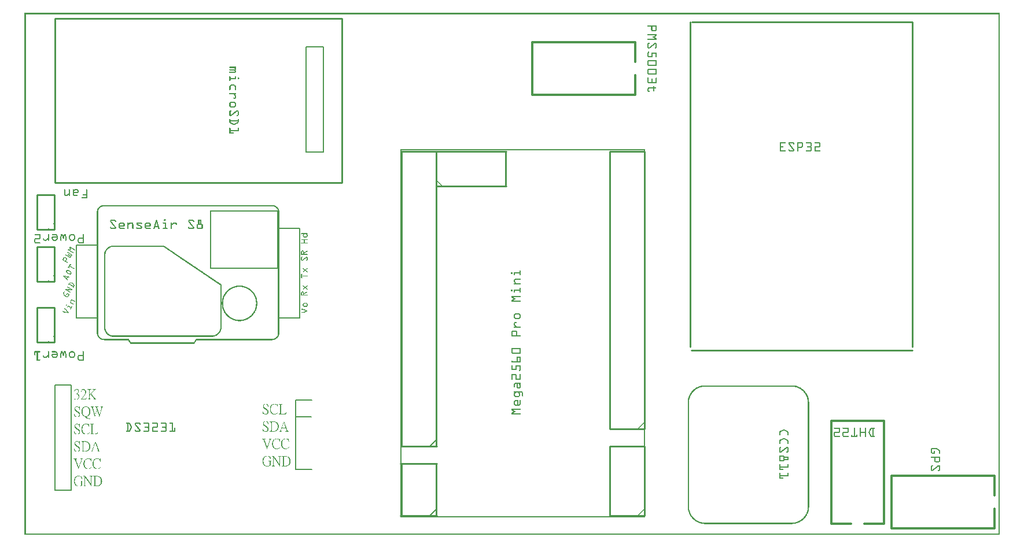
<source format=gto>
G04 MADE WITH FRITZING*
G04 WWW.FRITZING.ORG*
G04 DOUBLE SIDED*
G04 HOLES PLATED*
G04 CONTOUR ON CENTER OF CONTOUR VECTOR*
%ASAXBY*%
%FSLAX23Y23*%
%MOIN*%
%OFA0B0*%
%SFA1.0B1.0*%
%ADD10R,0.106778X0.611111X0.092889X0.597223*%
%ADD11C,0.006944*%
%ADD12R,1.663352X0.954569X1.643908X0.935125*%
%ADD13C,0.009722*%
%ADD14R,0.125732X0.523710X0.110084X0.508062*%
%ADD15C,0.007824*%
%ADD16R,0.129200X0.425298X0.113552X0.409650*%
%ADD17R,0.102611X0.611875X0.090111X0.599375*%
%ADD18C,0.006250*%
%ADD19C,0.010000*%
%ADD20C,0.005000*%
%ADD21C,0.013889*%
%ADD22C,0.010417*%
%ADD23R,0.001000X0.001000*%
%LNSILK1*%
G90*
G70*
G54D11*
X1622Y2816D02*
X1722Y2816D01*
X1722Y2211D01*
X1622Y2211D01*
X1622Y2816D01*
D02*
G54D13*
X175Y2979D02*
X1829Y2979D01*
X1829Y2034D01*
X175Y2034D01*
X175Y2979D01*
D02*
G54D15*
X1466Y1770D02*
X1584Y1770D01*
X1584Y1254D01*
X1466Y1254D01*
X1466Y1770D01*
D02*
X300Y1672D02*
X421Y1672D01*
X421Y1254D01*
X300Y1254D01*
X300Y1672D01*
D02*
G54D18*
X174Y866D02*
X270Y866D01*
X270Y260D01*
X174Y260D01*
X174Y866D01*
D02*
G54D19*
X2372Y513D02*
X2372Y2213D01*
D02*
X2372Y2213D02*
X2172Y2213D01*
D02*
X2172Y2213D02*
X2172Y513D01*
D02*
X2172Y513D02*
X2377Y513D01*
G54D20*
D02*
X2372Y548D02*
X2337Y513D01*
G54D19*
D02*
X3572Y613D02*
X3572Y2213D01*
D02*
X3572Y2213D02*
X3372Y2213D01*
D02*
X3372Y2213D02*
X3372Y613D01*
D02*
X3372Y613D02*
X3572Y613D01*
D02*
X3572Y113D02*
X3572Y513D01*
D02*
X3572Y513D02*
X3372Y513D01*
D02*
X3372Y513D02*
X3372Y113D01*
D02*
X3372Y113D02*
X3572Y113D01*
D02*
X2372Y2013D02*
X2777Y2013D01*
D02*
X2772Y2013D02*
X2772Y2213D01*
D02*
X2777Y2213D02*
X2372Y2213D01*
D02*
X2372Y2213D02*
X2372Y2013D01*
D02*
X2372Y113D02*
X2372Y413D01*
D02*
X2377Y413D02*
X2167Y413D01*
D02*
X2172Y413D02*
X2172Y113D01*
D02*
X2167Y113D02*
X2377Y113D01*
G54D20*
D02*
X2372Y148D02*
X2337Y113D01*
G54D19*
D02*
X172Y1463D02*
X172Y1663D01*
D02*
X172Y1663D02*
X72Y1663D01*
D02*
X72Y1663D02*
X72Y1463D01*
D02*
X72Y1463D02*
X172Y1463D01*
G54D21*
D02*
X4951Y66D02*
X4951Y661D01*
D02*
X4951Y661D02*
X4648Y661D01*
D02*
X4648Y661D02*
X4648Y66D01*
D02*
X4951Y66D02*
X4838Y66D01*
D02*
X4762Y66D02*
X4648Y66D01*
D02*
X3520Y2843D02*
X2925Y2843D01*
D02*
X2925Y2843D02*
X2925Y2539D01*
D02*
X2925Y2539D02*
X3520Y2539D01*
D02*
X3520Y2843D02*
X3520Y2729D01*
D02*
X3520Y2653D02*
X3520Y2539D01*
G54D19*
D02*
X172Y1763D02*
X172Y1963D01*
D02*
X172Y1963D02*
X72Y1963D01*
D02*
X72Y1963D02*
X72Y1763D01*
D02*
X72Y1763D02*
X172Y1763D01*
D02*
X172Y1113D02*
X172Y1313D01*
D02*
X172Y1313D02*
X72Y1313D01*
D02*
X72Y1313D02*
X72Y1113D01*
D02*
X72Y1113D02*
X172Y1113D01*
G54D22*
D02*
X5114Y1085D02*
X5114Y2961D01*
D02*
X3837Y2961D02*
X3837Y1085D01*
D02*
X5114Y2961D02*
X3844Y2961D01*
D02*
X5114Y1065D02*
X3841Y1065D01*
G54D21*
D02*
X5590Y343D02*
X4995Y343D01*
D02*
X4995Y343D02*
X4995Y39D01*
D02*
X4995Y39D02*
X5590Y39D01*
D02*
X5590Y343D02*
X5590Y229D01*
D02*
X5590Y153D02*
X5590Y39D01*
G54D18*
X1654Y378D02*
X1563Y378D01*
X1563Y780D01*
X1654Y780D01*
X1562Y682D02*
X1653Y682D01*
D02*
G54D23*
X0Y3012D02*
X5620Y3012D01*
X0Y3011D02*
X5620Y3011D01*
X0Y3010D02*
X5620Y3010D01*
X0Y3009D02*
X5620Y3009D01*
X0Y3008D02*
X5620Y3008D01*
X0Y3007D02*
X5620Y3007D01*
X0Y3006D02*
X5620Y3006D01*
X0Y3005D02*
X5620Y3005D01*
X0Y3004D02*
X7Y3004D01*
X5613Y3004D02*
X5620Y3004D01*
X0Y3003D02*
X7Y3003D01*
X5613Y3003D02*
X5620Y3003D01*
X0Y3002D02*
X7Y3002D01*
X5613Y3002D02*
X5620Y3002D01*
X0Y3001D02*
X7Y3001D01*
X5613Y3001D02*
X5620Y3001D01*
X0Y3000D02*
X7Y3000D01*
X5613Y3000D02*
X5620Y3000D01*
X0Y2999D02*
X7Y2999D01*
X5613Y2999D02*
X5620Y2999D01*
X0Y2998D02*
X7Y2998D01*
X5613Y2998D02*
X5620Y2998D01*
X0Y2997D02*
X7Y2997D01*
X5613Y2997D02*
X5620Y2997D01*
X0Y2996D02*
X7Y2996D01*
X5613Y2996D02*
X5620Y2996D01*
X0Y2995D02*
X7Y2995D01*
X5613Y2995D02*
X5620Y2995D01*
X0Y2994D02*
X7Y2994D01*
X5613Y2994D02*
X5620Y2994D01*
X0Y2993D02*
X7Y2993D01*
X5613Y2993D02*
X5620Y2993D01*
X0Y2992D02*
X7Y2992D01*
X5613Y2992D02*
X5620Y2992D01*
X0Y2991D02*
X7Y2991D01*
X5613Y2991D02*
X5620Y2991D01*
X0Y2990D02*
X7Y2990D01*
X5613Y2990D02*
X5620Y2990D01*
X0Y2989D02*
X7Y2989D01*
X5613Y2989D02*
X5620Y2989D01*
X0Y2988D02*
X7Y2988D01*
X5613Y2988D02*
X5620Y2988D01*
X0Y2987D02*
X7Y2987D01*
X5613Y2987D02*
X5620Y2987D01*
X0Y2986D02*
X7Y2986D01*
X5613Y2986D02*
X5620Y2986D01*
X0Y2985D02*
X7Y2985D01*
X5613Y2985D02*
X5620Y2985D01*
X0Y2984D02*
X7Y2984D01*
X5613Y2984D02*
X5620Y2984D01*
X0Y2983D02*
X7Y2983D01*
X5613Y2983D02*
X5620Y2983D01*
X0Y2982D02*
X7Y2982D01*
X5613Y2982D02*
X5620Y2982D01*
X0Y2981D02*
X7Y2981D01*
X5613Y2981D02*
X5620Y2981D01*
X0Y2980D02*
X7Y2980D01*
X5613Y2980D02*
X5620Y2980D01*
X0Y2979D02*
X7Y2979D01*
X5613Y2979D02*
X5620Y2979D01*
X0Y2978D02*
X7Y2978D01*
X5613Y2978D02*
X5620Y2978D01*
X0Y2977D02*
X7Y2977D01*
X5613Y2977D02*
X5620Y2977D01*
X0Y2976D02*
X7Y2976D01*
X5613Y2976D02*
X5620Y2976D01*
X0Y2975D02*
X7Y2975D01*
X5613Y2975D02*
X5620Y2975D01*
X0Y2974D02*
X7Y2974D01*
X5613Y2974D02*
X5620Y2974D01*
X0Y2973D02*
X7Y2973D01*
X5613Y2973D02*
X5620Y2973D01*
X0Y2972D02*
X7Y2972D01*
X5613Y2972D02*
X5620Y2972D01*
X0Y2971D02*
X7Y2971D01*
X5613Y2971D02*
X5620Y2971D01*
X0Y2970D02*
X7Y2970D01*
X5613Y2970D02*
X5620Y2970D01*
X0Y2969D02*
X7Y2969D01*
X5613Y2969D02*
X5620Y2969D01*
X0Y2968D02*
X7Y2968D01*
X5613Y2968D02*
X5620Y2968D01*
X0Y2967D02*
X7Y2967D01*
X5613Y2967D02*
X5620Y2967D01*
X0Y2966D02*
X7Y2966D01*
X5613Y2966D02*
X5620Y2966D01*
X0Y2965D02*
X7Y2965D01*
X5613Y2965D02*
X5620Y2965D01*
X0Y2964D02*
X7Y2964D01*
X5613Y2964D02*
X5620Y2964D01*
X0Y2963D02*
X7Y2963D01*
X5613Y2963D02*
X5620Y2963D01*
X0Y2962D02*
X7Y2962D01*
X5613Y2962D02*
X5620Y2962D01*
X0Y2961D02*
X7Y2961D01*
X5613Y2961D02*
X5620Y2961D01*
X0Y2960D02*
X7Y2960D01*
X5613Y2960D02*
X5620Y2960D01*
X0Y2959D02*
X7Y2959D01*
X5613Y2959D02*
X5620Y2959D01*
X0Y2958D02*
X7Y2958D01*
X5613Y2958D02*
X5620Y2958D01*
X0Y2957D02*
X7Y2957D01*
X5613Y2957D02*
X5620Y2957D01*
X0Y2956D02*
X7Y2956D01*
X5613Y2956D02*
X5620Y2956D01*
X0Y2955D02*
X7Y2955D01*
X5613Y2955D02*
X5620Y2955D01*
X0Y2954D02*
X7Y2954D01*
X5613Y2954D02*
X5620Y2954D01*
X0Y2953D02*
X7Y2953D01*
X5613Y2953D02*
X5620Y2953D01*
X0Y2952D02*
X7Y2952D01*
X5613Y2952D02*
X5620Y2952D01*
X0Y2951D02*
X7Y2951D01*
X5613Y2951D02*
X5620Y2951D01*
X0Y2950D02*
X7Y2950D01*
X5613Y2950D02*
X5620Y2950D01*
X0Y2949D02*
X7Y2949D01*
X5613Y2949D02*
X5620Y2949D01*
X0Y2948D02*
X7Y2948D01*
X5613Y2948D02*
X5620Y2948D01*
X0Y2947D02*
X7Y2947D01*
X5613Y2947D02*
X5620Y2947D01*
X0Y2946D02*
X7Y2946D01*
X5613Y2946D02*
X5620Y2946D01*
X0Y2945D02*
X7Y2945D01*
X5613Y2945D02*
X5620Y2945D01*
X0Y2944D02*
X7Y2944D01*
X5613Y2944D02*
X5620Y2944D01*
X0Y2943D02*
X7Y2943D01*
X5613Y2943D02*
X5620Y2943D01*
X0Y2942D02*
X7Y2942D01*
X5613Y2942D02*
X5620Y2942D01*
X0Y2941D02*
X7Y2941D01*
X5613Y2941D02*
X5620Y2941D01*
X0Y2940D02*
X7Y2940D01*
X5613Y2940D02*
X5620Y2940D01*
X0Y2939D02*
X7Y2939D01*
X3592Y2939D02*
X3643Y2939D01*
X5613Y2939D02*
X5620Y2939D01*
X0Y2938D02*
X7Y2938D01*
X3591Y2938D02*
X3643Y2938D01*
X5613Y2938D02*
X5620Y2938D01*
X0Y2937D02*
X7Y2937D01*
X3590Y2937D02*
X3643Y2937D01*
X5613Y2937D02*
X5620Y2937D01*
X0Y2936D02*
X7Y2936D01*
X3590Y2936D02*
X3643Y2936D01*
X5613Y2936D02*
X5620Y2936D01*
X0Y2935D02*
X7Y2935D01*
X3590Y2935D02*
X3643Y2935D01*
X5613Y2935D02*
X5620Y2935D01*
X0Y2934D02*
X7Y2934D01*
X3591Y2934D02*
X3643Y2934D01*
X5613Y2934D02*
X5620Y2934D01*
X0Y2933D02*
X7Y2933D01*
X3593Y2933D02*
X3643Y2933D01*
X5613Y2933D02*
X5620Y2933D01*
X0Y2932D02*
X7Y2932D01*
X3611Y2932D02*
X3617Y2932D01*
X3637Y2932D02*
X3643Y2932D01*
X5613Y2932D02*
X5620Y2932D01*
X0Y2931D02*
X7Y2931D01*
X3611Y2931D02*
X3617Y2931D01*
X3637Y2931D02*
X3643Y2931D01*
X5613Y2931D02*
X5620Y2931D01*
X0Y2930D02*
X7Y2930D01*
X3611Y2930D02*
X3617Y2930D01*
X3637Y2930D02*
X3643Y2930D01*
X5613Y2930D02*
X5620Y2930D01*
X0Y2929D02*
X7Y2929D01*
X3611Y2929D02*
X3617Y2929D01*
X3637Y2929D02*
X3643Y2929D01*
X5613Y2929D02*
X5620Y2929D01*
X0Y2928D02*
X7Y2928D01*
X3611Y2928D02*
X3617Y2928D01*
X3637Y2928D02*
X3643Y2928D01*
X5613Y2928D02*
X5620Y2928D01*
X0Y2927D02*
X7Y2927D01*
X3611Y2927D02*
X3617Y2927D01*
X3637Y2927D02*
X3643Y2927D01*
X5613Y2927D02*
X5620Y2927D01*
X0Y2926D02*
X7Y2926D01*
X3611Y2926D02*
X3617Y2926D01*
X3637Y2926D02*
X3643Y2926D01*
X5613Y2926D02*
X5620Y2926D01*
X0Y2925D02*
X7Y2925D01*
X3611Y2925D02*
X3617Y2925D01*
X3637Y2925D02*
X3643Y2925D01*
X5613Y2925D02*
X5620Y2925D01*
X0Y2924D02*
X7Y2924D01*
X3611Y2924D02*
X3617Y2924D01*
X3637Y2924D02*
X3643Y2924D01*
X5613Y2924D02*
X5620Y2924D01*
X0Y2923D02*
X7Y2923D01*
X3611Y2923D02*
X3617Y2923D01*
X3637Y2923D02*
X3643Y2923D01*
X5613Y2923D02*
X5620Y2923D01*
X0Y2922D02*
X7Y2922D01*
X3611Y2922D02*
X3617Y2922D01*
X3637Y2922D02*
X3643Y2922D01*
X5613Y2922D02*
X5620Y2922D01*
X0Y2921D02*
X7Y2921D01*
X3611Y2921D02*
X3617Y2921D01*
X3637Y2921D02*
X3643Y2921D01*
X5613Y2921D02*
X5620Y2921D01*
X0Y2920D02*
X7Y2920D01*
X3611Y2920D02*
X3617Y2920D01*
X3637Y2920D02*
X3643Y2920D01*
X5613Y2920D02*
X5620Y2920D01*
X0Y2919D02*
X7Y2919D01*
X3611Y2919D02*
X3617Y2919D01*
X3637Y2919D02*
X3643Y2919D01*
X5613Y2919D02*
X5620Y2919D01*
X0Y2918D02*
X7Y2918D01*
X3611Y2918D02*
X3617Y2918D01*
X3637Y2918D02*
X3643Y2918D01*
X5613Y2918D02*
X5620Y2918D01*
X0Y2917D02*
X7Y2917D01*
X3611Y2917D02*
X3617Y2917D01*
X3637Y2917D02*
X3643Y2917D01*
X5613Y2917D02*
X5620Y2917D01*
X0Y2916D02*
X7Y2916D01*
X3611Y2916D02*
X3617Y2916D01*
X3637Y2916D02*
X3643Y2916D01*
X5613Y2916D02*
X5620Y2916D01*
X0Y2915D02*
X7Y2915D01*
X3611Y2915D02*
X3617Y2915D01*
X3637Y2915D02*
X3643Y2915D01*
X5613Y2915D02*
X5620Y2915D01*
X0Y2914D02*
X7Y2914D01*
X3611Y2914D02*
X3617Y2914D01*
X3637Y2914D02*
X3643Y2914D01*
X5613Y2914D02*
X5620Y2914D01*
X0Y2913D02*
X7Y2913D01*
X3611Y2913D02*
X3618Y2913D01*
X3636Y2913D02*
X3643Y2913D01*
X5613Y2913D02*
X5620Y2913D01*
X0Y2912D02*
X7Y2912D01*
X3612Y2912D02*
X3643Y2912D01*
X5613Y2912D02*
X5620Y2912D01*
X0Y2911D02*
X7Y2911D01*
X3612Y2911D02*
X3642Y2911D01*
X5613Y2911D02*
X5620Y2911D01*
X0Y2910D02*
X7Y2910D01*
X3613Y2910D02*
X3642Y2910D01*
X5613Y2910D02*
X5620Y2910D01*
X0Y2909D02*
X7Y2909D01*
X3613Y2909D02*
X3641Y2909D01*
X5613Y2909D02*
X5620Y2909D01*
X0Y2908D02*
X7Y2908D01*
X3614Y2908D02*
X3640Y2908D01*
X5613Y2908D02*
X5620Y2908D01*
X0Y2907D02*
X7Y2907D01*
X3616Y2907D02*
X3639Y2907D01*
X5613Y2907D02*
X5620Y2907D01*
X0Y2906D02*
X7Y2906D01*
X3617Y2906D02*
X3637Y2906D01*
X5613Y2906D02*
X5620Y2906D01*
X0Y2905D02*
X7Y2905D01*
X5613Y2905D02*
X5620Y2905D01*
X0Y2904D02*
X7Y2904D01*
X5613Y2904D02*
X5620Y2904D01*
X0Y2903D02*
X7Y2903D01*
X5613Y2903D02*
X5620Y2903D01*
X0Y2902D02*
X7Y2902D01*
X5613Y2902D02*
X5620Y2902D01*
X0Y2901D02*
X7Y2901D01*
X5613Y2901D02*
X5620Y2901D01*
X0Y2900D02*
X7Y2900D01*
X5613Y2900D02*
X5620Y2900D01*
X0Y2899D02*
X7Y2899D01*
X5613Y2899D02*
X5620Y2899D01*
X0Y2898D02*
X7Y2898D01*
X5613Y2898D02*
X5620Y2898D01*
X0Y2897D02*
X7Y2897D01*
X5613Y2897D02*
X5620Y2897D01*
X0Y2896D02*
X7Y2896D01*
X5613Y2896D02*
X5620Y2896D01*
X0Y2895D02*
X7Y2895D01*
X5613Y2895D02*
X5620Y2895D01*
X0Y2894D02*
X7Y2894D01*
X5613Y2894D02*
X5620Y2894D01*
X0Y2893D02*
X7Y2893D01*
X5613Y2893D02*
X5620Y2893D01*
X0Y2892D02*
X7Y2892D01*
X5613Y2892D02*
X5620Y2892D01*
X0Y2891D02*
X7Y2891D01*
X5613Y2891D02*
X5620Y2891D01*
X0Y2890D02*
X7Y2890D01*
X5613Y2890D02*
X5620Y2890D01*
X0Y2889D02*
X7Y2889D01*
X3592Y2889D02*
X3643Y2889D01*
X5613Y2889D02*
X5620Y2889D01*
X0Y2888D02*
X7Y2888D01*
X3591Y2888D02*
X3643Y2888D01*
X5613Y2888D02*
X5620Y2888D01*
X0Y2887D02*
X7Y2887D01*
X3590Y2887D02*
X3643Y2887D01*
X5613Y2887D02*
X5620Y2887D01*
X0Y2886D02*
X7Y2886D01*
X3590Y2886D02*
X3643Y2886D01*
X5613Y2886D02*
X5620Y2886D01*
X0Y2885D02*
X7Y2885D01*
X3590Y2885D02*
X3643Y2885D01*
X5613Y2885D02*
X5620Y2885D01*
X0Y2884D02*
X7Y2884D01*
X3591Y2884D02*
X3643Y2884D01*
X5613Y2884D02*
X5620Y2884D01*
X0Y2883D02*
X7Y2883D01*
X3593Y2883D02*
X3643Y2883D01*
X5613Y2883D02*
X5620Y2883D01*
X0Y2882D02*
X7Y2882D01*
X3633Y2882D02*
X3643Y2882D01*
X5613Y2882D02*
X5620Y2882D01*
X0Y2881D02*
X7Y2881D01*
X3632Y2881D02*
X3643Y2881D01*
X5613Y2881D02*
X5620Y2881D01*
X0Y2880D02*
X7Y2880D01*
X3631Y2880D02*
X3642Y2880D01*
X5613Y2880D02*
X5620Y2880D01*
X0Y2879D02*
X7Y2879D01*
X3629Y2879D02*
X3640Y2879D01*
X5613Y2879D02*
X5620Y2879D01*
X0Y2878D02*
X7Y2878D01*
X3628Y2878D02*
X3639Y2878D01*
X5613Y2878D02*
X5620Y2878D01*
X0Y2877D02*
X7Y2877D01*
X3626Y2877D02*
X3638Y2877D01*
X5613Y2877D02*
X5620Y2877D01*
X0Y2876D02*
X7Y2876D01*
X3623Y2876D02*
X3636Y2876D01*
X5613Y2876D02*
X5620Y2876D01*
X0Y2875D02*
X7Y2875D01*
X3621Y2875D02*
X3635Y2875D01*
X5613Y2875D02*
X5620Y2875D01*
X0Y2874D02*
X7Y2874D01*
X3620Y2874D02*
X3633Y2874D01*
X5613Y2874D02*
X5620Y2874D01*
X0Y2873D02*
X7Y2873D01*
X3620Y2873D02*
X3632Y2873D01*
X5613Y2873D02*
X5620Y2873D01*
X0Y2872D02*
X7Y2872D01*
X3620Y2872D02*
X3632Y2872D01*
X5613Y2872D02*
X5620Y2872D01*
X0Y2871D02*
X7Y2871D01*
X3620Y2871D02*
X3633Y2871D01*
X5613Y2871D02*
X5620Y2871D01*
X0Y2870D02*
X7Y2870D01*
X3621Y2870D02*
X3635Y2870D01*
X5613Y2870D02*
X5620Y2870D01*
X0Y2869D02*
X7Y2869D01*
X3625Y2869D02*
X3636Y2869D01*
X5613Y2869D02*
X5620Y2869D01*
X0Y2868D02*
X7Y2868D01*
X3626Y2868D02*
X3638Y2868D01*
X5613Y2868D02*
X5620Y2868D01*
X0Y2867D02*
X7Y2867D01*
X3628Y2867D02*
X3639Y2867D01*
X5613Y2867D02*
X5620Y2867D01*
X0Y2866D02*
X7Y2866D01*
X3629Y2866D02*
X3641Y2866D01*
X5613Y2866D02*
X5620Y2866D01*
X0Y2865D02*
X7Y2865D01*
X3631Y2865D02*
X3642Y2865D01*
X5613Y2865D02*
X5620Y2865D01*
X0Y2864D02*
X7Y2864D01*
X3632Y2864D02*
X3643Y2864D01*
X5613Y2864D02*
X5620Y2864D01*
X0Y2863D02*
X7Y2863D01*
X3634Y2863D02*
X3643Y2863D01*
X5613Y2863D02*
X5620Y2863D01*
X0Y2862D02*
X7Y2862D01*
X3592Y2862D02*
X3643Y2862D01*
X5613Y2862D02*
X5620Y2862D01*
X0Y2861D02*
X7Y2861D01*
X3591Y2861D02*
X3643Y2861D01*
X5613Y2861D02*
X5620Y2861D01*
X0Y2860D02*
X7Y2860D01*
X3590Y2860D02*
X3643Y2860D01*
X5613Y2860D02*
X5620Y2860D01*
X0Y2859D02*
X7Y2859D01*
X3590Y2859D02*
X3643Y2859D01*
X5613Y2859D02*
X5620Y2859D01*
X0Y2858D02*
X7Y2858D01*
X3590Y2858D02*
X3643Y2858D01*
X5613Y2858D02*
X5620Y2858D01*
X0Y2857D02*
X7Y2857D01*
X3591Y2857D02*
X3643Y2857D01*
X5613Y2857D02*
X5620Y2857D01*
X0Y2856D02*
X7Y2856D01*
X3592Y2856D02*
X3643Y2856D01*
X5613Y2856D02*
X5620Y2856D01*
X0Y2855D02*
X7Y2855D01*
X5613Y2855D02*
X5620Y2855D01*
X0Y2854D02*
X7Y2854D01*
X5613Y2854D02*
X5620Y2854D01*
X0Y2853D02*
X7Y2853D01*
X5613Y2853D02*
X5620Y2853D01*
X0Y2852D02*
X7Y2852D01*
X5613Y2852D02*
X5620Y2852D01*
X0Y2851D02*
X7Y2851D01*
X5613Y2851D02*
X5620Y2851D01*
X0Y2850D02*
X7Y2850D01*
X5613Y2850D02*
X5620Y2850D01*
X0Y2849D02*
X7Y2849D01*
X5613Y2849D02*
X5620Y2849D01*
X0Y2848D02*
X7Y2848D01*
X5613Y2848D02*
X5620Y2848D01*
X0Y2847D02*
X7Y2847D01*
X5613Y2847D02*
X5620Y2847D01*
X0Y2846D02*
X7Y2846D01*
X5613Y2846D02*
X5620Y2846D01*
X0Y2845D02*
X7Y2845D01*
X5613Y2845D02*
X5620Y2845D01*
X0Y2844D02*
X7Y2844D01*
X5613Y2844D02*
X5620Y2844D01*
X0Y2843D02*
X7Y2843D01*
X5613Y2843D02*
X5620Y2843D01*
X0Y2842D02*
X7Y2842D01*
X5613Y2842D02*
X5620Y2842D01*
X0Y2841D02*
X7Y2841D01*
X5613Y2841D02*
X5620Y2841D01*
X0Y2840D02*
X7Y2840D01*
X5613Y2840D02*
X5620Y2840D01*
X0Y2839D02*
X7Y2839D01*
X3596Y2839D02*
X3601Y2839D01*
X3633Y2839D02*
X3639Y2839D01*
X5613Y2839D02*
X5620Y2839D01*
X0Y2838D02*
X7Y2838D01*
X3594Y2838D02*
X3602Y2838D01*
X3631Y2838D02*
X3640Y2838D01*
X5613Y2838D02*
X5620Y2838D01*
X0Y2837D02*
X7Y2837D01*
X3593Y2837D02*
X3602Y2837D01*
X3630Y2837D02*
X3641Y2837D01*
X5613Y2837D02*
X5620Y2837D01*
X0Y2836D02*
X7Y2836D01*
X3592Y2836D02*
X3602Y2836D01*
X3629Y2836D02*
X3642Y2836D01*
X5613Y2836D02*
X5620Y2836D01*
X0Y2835D02*
X7Y2835D01*
X3591Y2835D02*
X3602Y2835D01*
X3627Y2835D02*
X3643Y2835D01*
X5613Y2835D02*
X5620Y2835D01*
X0Y2834D02*
X7Y2834D01*
X3591Y2834D02*
X3601Y2834D01*
X3626Y2834D02*
X3643Y2834D01*
X5613Y2834D02*
X5620Y2834D01*
X0Y2833D02*
X7Y2833D01*
X3591Y2833D02*
X3599Y2833D01*
X3625Y2833D02*
X3643Y2833D01*
X5613Y2833D02*
X5620Y2833D01*
X0Y2832D02*
X7Y2832D01*
X3590Y2832D02*
X3597Y2832D01*
X3624Y2832D02*
X3634Y2832D01*
X3637Y2832D02*
X3643Y2832D01*
X5613Y2832D02*
X5620Y2832D01*
X0Y2831D02*
X7Y2831D01*
X3590Y2831D02*
X3596Y2831D01*
X3622Y2831D02*
X3633Y2831D01*
X3637Y2831D02*
X3643Y2831D01*
X5613Y2831D02*
X5620Y2831D01*
X0Y2830D02*
X7Y2830D01*
X3590Y2830D02*
X3596Y2830D01*
X3621Y2830D02*
X3632Y2830D01*
X3637Y2830D02*
X3643Y2830D01*
X5613Y2830D02*
X5620Y2830D01*
X0Y2829D02*
X7Y2829D01*
X3590Y2829D02*
X3596Y2829D01*
X3620Y2829D02*
X3630Y2829D01*
X3637Y2829D02*
X3643Y2829D01*
X5613Y2829D02*
X5620Y2829D01*
X0Y2828D02*
X7Y2828D01*
X3590Y2828D02*
X3596Y2828D01*
X3618Y2828D02*
X3629Y2828D01*
X3637Y2828D02*
X3643Y2828D01*
X5613Y2828D02*
X5620Y2828D01*
X0Y2827D02*
X7Y2827D01*
X3590Y2827D02*
X3596Y2827D01*
X3617Y2827D02*
X3628Y2827D01*
X3637Y2827D02*
X3643Y2827D01*
X5613Y2827D02*
X5620Y2827D01*
X0Y2826D02*
X7Y2826D01*
X3590Y2826D02*
X3596Y2826D01*
X3616Y2826D02*
X3626Y2826D01*
X3637Y2826D02*
X3643Y2826D01*
X5613Y2826D02*
X5620Y2826D01*
X0Y2825D02*
X7Y2825D01*
X3590Y2825D02*
X3596Y2825D01*
X3614Y2825D02*
X3625Y2825D01*
X3637Y2825D02*
X3643Y2825D01*
X5613Y2825D02*
X5620Y2825D01*
X0Y2824D02*
X7Y2824D01*
X3590Y2824D02*
X3596Y2824D01*
X3613Y2824D02*
X3624Y2824D01*
X3637Y2824D02*
X3643Y2824D01*
X5613Y2824D02*
X5620Y2824D01*
X0Y2823D02*
X7Y2823D01*
X3590Y2823D02*
X3596Y2823D01*
X3612Y2823D02*
X3623Y2823D01*
X3637Y2823D02*
X3643Y2823D01*
X5613Y2823D02*
X5620Y2823D01*
X0Y2822D02*
X7Y2822D01*
X3590Y2822D02*
X3596Y2822D01*
X3611Y2822D02*
X3621Y2822D01*
X3637Y2822D02*
X3643Y2822D01*
X5613Y2822D02*
X5620Y2822D01*
X0Y2821D02*
X7Y2821D01*
X3590Y2821D02*
X3596Y2821D01*
X3609Y2821D02*
X3620Y2821D01*
X3637Y2821D02*
X3643Y2821D01*
X5613Y2821D02*
X5620Y2821D01*
X0Y2820D02*
X7Y2820D01*
X3590Y2820D02*
X3596Y2820D01*
X3608Y2820D02*
X3619Y2820D01*
X3637Y2820D02*
X3643Y2820D01*
X5613Y2820D02*
X5620Y2820D01*
X0Y2819D02*
X7Y2819D01*
X3590Y2819D02*
X3596Y2819D01*
X3607Y2819D02*
X3617Y2819D01*
X3637Y2819D02*
X3643Y2819D01*
X5613Y2819D02*
X5620Y2819D01*
X0Y2818D02*
X7Y2818D01*
X3590Y2818D02*
X3596Y2818D01*
X3605Y2818D02*
X3616Y2818D01*
X3637Y2818D02*
X3643Y2818D01*
X5613Y2818D02*
X5620Y2818D01*
X0Y2817D02*
X7Y2817D01*
X3590Y2817D02*
X3596Y2817D01*
X3604Y2817D02*
X3615Y2817D01*
X3637Y2817D02*
X3643Y2817D01*
X5613Y2817D02*
X5620Y2817D01*
X0Y2816D02*
X7Y2816D01*
X3590Y2816D02*
X3596Y2816D01*
X3603Y2816D02*
X3614Y2816D01*
X3637Y2816D02*
X3643Y2816D01*
X5613Y2816D02*
X5620Y2816D01*
X0Y2815D02*
X7Y2815D01*
X3590Y2815D02*
X3596Y2815D01*
X3602Y2815D02*
X3612Y2815D01*
X3637Y2815D02*
X3643Y2815D01*
X5613Y2815D02*
X5620Y2815D01*
X0Y2814D02*
X7Y2814D01*
X3590Y2814D02*
X3596Y2814D01*
X3600Y2814D02*
X3611Y2814D01*
X3637Y2814D02*
X3643Y2814D01*
X5613Y2814D02*
X5620Y2814D01*
X0Y2813D02*
X7Y2813D01*
X3590Y2813D02*
X3596Y2813D01*
X3599Y2813D02*
X3610Y2813D01*
X3637Y2813D02*
X3643Y2813D01*
X5613Y2813D02*
X5620Y2813D01*
X0Y2812D02*
X7Y2812D01*
X3590Y2812D02*
X3608Y2812D01*
X3634Y2812D02*
X3643Y2812D01*
X5613Y2812D02*
X5620Y2812D01*
X0Y2811D02*
X7Y2811D01*
X3590Y2811D02*
X3607Y2811D01*
X3632Y2811D02*
X3643Y2811D01*
X5613Y2811D02*
X5620Y2811D01*
X0Y2810D02*
X7Y2810D01*
X3591Y2810D02*
X3606Y2810D01*
X3632Y2810D02*
X3642Y2810D01*
X5613Y2810D02*
X5620Y2810D01*
X0Y2809D02*
X7Y2809D01*
X3591Y2809D02*
X3605Y2809D01*
X3631Y2809D02*
X3641Y2809D01*
X5613Y2809D02*
X5620Y2809D01*
X0Y2808D02*
X7Y2808D01*
X3592Y2808D02*
X3603Y2808D01*
X3632Y2808D02*
X3640Y2808D01*
X5613Y2808D02*
X5620Y2808D01*
X0Y2807D02*
X7Y2807D01*
X3593Y2807D02*
X3602Y2807D01*
X3632Y2807D02*
X3639Y2807D01*
X5613Y2807D02*
X5620Y2807D01*
X0Y2806D02*
X7Y2806D01*
X3595Y2806D02*
X3600Y2806D01*
X3633Y2806D02*
X3638Y2806D01*
X5613Y2806D02*
X5620Y2806D01*
X0Y2805D02*
X7Y2805D01*
X5613Y2805D02*
X5620Y2805D01*
X0Y2804D02*
X7Y2804D01*
X5613Y2804D02*
X5620Y2804D01*
X0Y2803D02*
X7Y2803D01*
X5613Y2803D02*
X5620Y2803D01*
X0Y2802D02*
X7Y2802D01*
X5613Y2802D02*
X5620Y2802D01*
X0Y2801D02*
X7Y2801D01*
X5613Y2801D02*
X5620Y2801D01*
X0Y2800D02*
X7Y2800D01*
X5613Y2800D02*
X5620Y2800D01*
X0Y2799D02*
X7Y2799D01*
X5613Y2799D02*
X5620Y2799D01*
X0Y2798D02*
X7Y2798D01*
X5613Y2798D02*
X5620Y2798D01*
X0Y2797D02*
X7Y2797D01*
X5613Y2797D02*
X5620Y2797D01*
X0Y2796D02*
X7Y2796D01*
X5613Y2796D02*
X5620Y2796D01*
X0Y2795D02*
X7Y2795D01*
X5613Y2795D02*
X5620Y2795D01*
X0Y2794D02*
X7Y2794D01*
X5613Y2794D02*
X5620Y2794D01*
X0Y2793D02*
X7Y2793D01*
X5613Y2793D02*
X5620Y2793D01*
X0Y2792D02*
X7Y2792D01*
X5613Y2792D02*
X5620Y2792D01*
X0Y2791D02*
X7Y2791D01*
X5613Y2791D02*
X5620Y2791D01*
X0Y2790D02*
X7Y2790D01*
X5613Y2790D02*
X5620Y2790D01*
X0Y2789D02*
X7Y2789D01*
X3594Y2789D02*
X3598Y2789D01*
X5613Y2789D02*
X5620Y2789D01*
X0Y2788D02*
X7Y2788D01*
X3594Y2788D02*
X3599Y2788D01*
X5613Y2788D02*
X5620Y2788D01*
X0Y2787D02*
X7Y2787D01*
X3593Y2787D02*
X3599Y2787D01*
X5613Y2787D02*
X5620Y2787D01*
X0Y2786D02*
X7Y2786D01*
X3593Y2786D02*
X3599Y2786D01*
X5613Y2786D02*
X5620Y2786D01*
X0Y2785D02*
X7Y2785D01*
X3592Y2785D02*
X3599Y2785D01*
X5613Y2785D02*
X5620Y2785D01*
X0Y2784D02*
X7Y2784D01*
X3592Y2784D02*
X3598Y2784D01*
X5613Y2784D02*
X5620Y2784D01*
X0Y2783D02*
X7Y2783D01*
X3591Y2783D02*
X3598Y2783D01*
X5613Y2783D02*
X5620Y2783D01*
X0Y2782D02*
X7Y2782D01*
X3591Y2782D02*
X3598Y2782D01*
X3614Y2782D02*
X3643Y2782D01*
X5613Y2782D02*
X5620Y2782D01*
X0Y2781D02*
X7Y2781D01*
X3591Y2781D02*
X3597Y2781D01*
X3614Y2781D02*
X3643Y2781D01*
X5613Y2781D02*
X5620Y2781D01*
X0Y2780D02*
X7Y2780D01*
X3590Y2780D02*
X3597Y2780D01*
X3614Y2780D02*
X3643Y2780D01*
X5613Y2780D02*
X5620Y2780D01*
X0Y2779D02*
X7Y2779D01*
X3590Y2779D02*
X3596Y2779D01*
X3614Y2779D02*
X3643Y2779D01*
X5613Y2779D02*
X5620Y2779D01*
X0Y2778D02*
X7Y2778D01*
X3590Y2778D02*
X3596Y2778D01*
X3614Y2778D02*
X3643Y2778D01*
X5613Y2778D02*
X5620Y2778D01*
X0Y2777D02*
X7Y2777D01*
X3590Y2777D02*
X3596Y2777D01*
X3614Y2777D02*
X3643Y2777D01*
X5613Y2777D02*
X5620Y2777D01*
X0Y2776D02*
X7Y2776D01*
X3590Y2776D02*
X3596Y2776D01*
X3614Y2776D02*
X3643Y2776D01*
X5613Y2776D02*
X5620Y2776D01*
X0Y2775D02*
X7Y2775D01*
X3590Y2775D02*
X3596Y2775D01*
X3614Y2775D02*
X3620Y2775D01*
X3637Y2775D02*
X3643Y2775D01*
X5613Y2775D02*
X5620Y2775D01*
X0Y2774D02*
X7Y2774D01*
X3590Y2774D02*
X3596Y2774D01*
X3614Y2774D02*
X3620Y2774D01*
X3637Y2774D02*
X3643Y2774D01*
X5613Y2774D02*
X5620Y2774D01*
X0Y2773D02*
X7Y2773D01*
X3590Y2773D02*
X3596Y2773D01*
X3614Y2773D02*
X3620Y2773D01*
X3637Y2773D02*
X3643Y2773D01*
X5613Y2773D02*
X5620Y2773D01*
X0Y2772D02*
X7Y2772D01*
X3590Y2772D02*
X3596Y2772D01*
X3614Y2772D02*
X3620Y2772D01*
X3637Y2772D02*
X3643Y2772D01*
X5613Y2772D02*
X5620Y2772D01*
X0Y2771D02*
X7Y2771D01*
X3590Y2771D02*
X3596Y2771D01*
X3614Y2771D02*
X3620Y2771D01*
X3637Y2771D02*
X3643Y2771D01*
X5613Y2771D02*
X5620Y2771D01*
X0Y2770D02*
X7Y2770D01*
X3590Y2770D02*
X3596Y2770D01*
X3614Y2770D02*
X3620Y2770D01*
X3637Y2770D02*
X3643Y2770D01*
X5613Y2770D02*
X5620Y2770D01*
X0Y2769D02*
X7Y2769D01*
X3590Y2769D02*
X3596Y2769D01*
X3614Y2769D02*
X3620Y2769D01*
X3637Y2769D02*
X3643Y2769D01*
X5613Y2769D02*
X5620Y2769D01*
X0Y2768D02*
X7Y2768D01*
X3590Y2768D02*
X3596Y2768D01*
X3614Y2768D02*
X3620Y2768D01*
X3637Y2768D02*
X3643Y2768D01*
X5613Y2768D02*
X5620Y2768D01*
X0Y2767D02*
X7Y2767D01*
X3590Y2767D02*
X3596Y2767D01*
X3614Y2767D02*
X3620Y2767D01*
X3637Y2767D02*
X3643Y2767D01*
X5613Y2767D02*
X5620Y2767D01*
X0Y2766D02*
X7Y2766D01*
X3590Y2766D02*
X3596Y2766D01*
X3614Y2766D02*
X3620Y2766D01*
X3637Y2766D02*
X3643Y2766D01*
X5613Y2766D02*
X5620Y2766D01*
X0Y2765D02*
X7Y2765D01*
X3590Y2765D02*
X3596Y2765D01*
X3614Y2765D02*
X3620Y2765D01*
X3637Y2765D02*
X3643Y2765D01*
X5613Y2765D02*
X5620Y2765D01*
X0Y2764D02*
X7Y2764D01*
X3590Y2764D02*
X3596Y2764D01*
X3614Y2764D02*
X3620Y2764D01*
X3637Y2764D02*
X3643Y2764D01*
X5613Y2764D02*
X5620Y2764D01*
X0Y2763D02*
X7Y2763D01*
X3590Y2763D02*
X3596Y2763D01*
X3614Y2763D02*
X3620Y2763D01*
X3637Y2763D02*
X3643Y2763D01*
X5613Y2763D02*
X5620Y2763D01*
X0Y2762D02*
X7Y2762D01*
X3590Y2762D02*
X3620Y2762D01*
X3637Y2762D02*
X3643Y2762D01*
X5613Y2762D02*
X5620Y2762D01*
X0Y2761D02*
X7Y2761D01*
X3590Y2761D02*
X3620Y2761D01*
X3637Y2761D02*
X3643Y2761D01*
X5613Y2761D02*
X5620Y2761D01*
X0Y2760D02*
X7Y2760D01*
X3591Y2760D02*
X3619Y2760D01*
X3637Y2760D02*
X3643Y2760D01*
X5613Y2760D02*
X5620Y2760D01*
X0Y2759D02*
X7Y2759D01*
X3591Y2759D02*
X3619Y2759D01*
X3637Y2759D02*
X3643Y2759D01*
X5613Y2759D02*
X5620Y2759D01*
X0Y2758D02*
X7Y2758D01*
X3592Y2758D02*
X3618Y2758D01*
X3637Y2758D02*
X3643Y2758D01*
X5613Y2758D02*
X5620Y2758D01*
X0Y2757D02*
X7Y2757D01*
X3593Y2757D02*
X3617Y2757D01*
X3638Y2757D02*
X3643Y2757D01*
X5613Y2757D02*
X5620Y2757D01*
X0Y2756D02*
X7Y2756D01*
X3594Y2756D02*
X3616Y2756D01*
X3639Y2756D02*
X3642Y2756D01*
X5613Y2756D02*
X5620Y2756D01*
X0Y2755D02*
X7Y2755D01*
X5613Y2755D02*
X5620Y2755D01*
X0Y2754D02*
X7Y2754D01*
X5613Y2754D02*
X5620Y2754D01*
X0Y2753D02*
X7Y2753D01*
X5613Y2753D02*
X5620Y2753D01*
X0Y2752D02*
X7Y2752D01*
X5613Y2752D02*
X5620Y2752D01*
X0Y2751D02*
X7Y2751D01*
X5613Y2751D02*
X5620Y2751D01*
X0Y2750D02*
X7Y2750D01*
X5613Y2750D02*
X5620Y2750D01*
X0Y2749D02*
X7Y2749D01*
X5613Y2749D02*
X5620Y2749D01*
X0Y2748D02*
X7Y2748D01*
X5613Y2748D02*
X5620Y2748D01*
X0Y2747D02*
X7Y2747D01*
X5613Y2747D02*
X5620Y2747D01*
X0Y2746D02*
X7Y2746D01*
X5613Y2746D02*
X5620Y2746D01*
X0Y2745D02*
X7Y2745D01*
X5613Y2745D02*
X5620Y2745D01*
X0Y2744D02*
X7Y2744D01*
X5613Y2744D02*
X5620Y2744D01*
X0Y2743D02*
X7Y2743D01*
X5613Y2743D02*
X5620Y2743D01*
X0Y2742D02*
X7Y2742D01*
X5613Y2742D02*
X5620Y2742D01*
X0Y2741D02*
X7Y2741D01*
X5613Y2741D02*
X5620Y2741D01*
X0Y2740D02*
X7Y2740D01*
X5613Y2740D02*
X5620Y2740D01*
X0Y2739D02*
X7Y2739D01*
X3594Y2739D02*
X3640Y2739D01*
X5613Y2739D02*
X5620Y2739D01*
X0Y2738D02*
X7Y2738D01*
X3593Y2738D02*
X3641Y2738D01*
X5613Y2738D02*
X5620Y2738D01*
X0Y2737D02*
X7Y2737D01*
X3592Y2737D02*
X3642Y2737D01*
X5613Y2737D02*
X5620Y2737D01*
X0Y2736D02*
X7Y2736D01*
X3591Y2736D02*
X3643Y2736D01*
X5613Y2736D02*
X5620Y2736D01*
X0Y2735D02*
X7Y2735D01*
X3591Y2735D02*
X3643Y2735D01*
X5613Y2735D02*
X5620Y2735D01*
X0Y2734D02*
X7Y2734D01*
X3590Y2734D02*
X3643Y2734D01*
X5613Y2734D02*
X5620Y2734D01*
X0Y2733D02*
X7Y2733D01*
X3590Y2733D02*
X3643Y2733D01*
X5613Y2733D02*
X5620Y2733D01*
X0Y2732D02*
X7Y2732D01*
X3590Y2732D02*
X3596Y2732D01*
X3637Y2732D02*
X3643Y2732D01*
X5613Y2732D02*
X5620Y2732D01*
X0Y2731D02*
X7Y2731D01*
X3590Y2731D02*
X3596Y2731D01*
X3637Y2731D02*
X3643Y2731D01*
X5613Y2731D02*
X5620Y2731D01*
X0Y2730D02*
X7Y2730D01*
X3590Y2730D02*
X3596Y2730D01*
X3637Y2730D02*
X3643Y2730D01*
X5613Y2730D02*
X5620Y2730D01*
X0Y2729D02*
X7Y2729D01*
X3590Y2729D02*
X3596Y2729D01*
X3637Y2729D02*
X3643Y2729D01*
X5613Y2729D02*
X5620Y2729D01*
X0Y2728D02*
X7Y2728D01*
X3590Y2728D02*
X3596Y2728D01*
X3637Y2728D02*
X3643Y2728D01*
X5613Y2728D02*
X5620Y2728D01*
X0Y2727D02*
X7Y2727D01*
X3590Y2727D02*
X3596Y2727D01*
X3637Y2727D02*
X3643Y2727D01*
X5613Y2727D02*
X5620Y2727D01*
X0Y2726D02*
X7Y2726D01*
X3590Y2726D02*
X3596Y2726D01*
X3637Y2726D02*
X3643Y2726D01*
X5613Y2726D02*
X5620Y2726D01*
X0Y2725D02*
X7Y2725D01*
X3590Y2725D02*
X3596Y2725D01*
X3637Y2725D02*
X3643Y2725D01*
X5613Y2725D02*
X5620Y2725D01*
X0Y2724D02*
X7Y2724D01*
X3590Y2724D02*
X3596Y2724D01*
X3637Y2724D02*
X3643Y2724D01*
X5613Y2724D02*
X5620Y2724D01*
X0Y2723D02*
X7Y2723D01*
X3590Y2723D02*
X3596Y2723D01*
X3637Y2723D02*
X3643Y2723D01*
X5613Y2723D02*
X5620Y2723D01*
X0Y2722D02*
X7Y2722D01*
X3590Y2722D02*
X3596Y2722D01*
X3637Y2722D02*
X3643Y2722D01*
X5613Y2722D02*
X5620Y2722D01*
X0Y2721D02*
X7Y2721D01*
X3590Y2721D02*
X3596Y2721D01*
X3637Y2721D02*
X3643Y2721D01*
X5613Y2721D02*
X5620Y2721D01*
X0Y2720D02*
X7Y2720D01*
X3590Y2720D02*
X3596Y2720D01*
X3637Y2720D02*
X3643Y2720D01*
X5613Y2720D02*
X5620Y2720D01*
X0Y2719D02*
X7Y2719D01*
X3590Y2719D02*
X3596Y2719D01*
X3637Y2719D02*
X3643Y2719D01*
X5613Y2719D02*
X5620Y2719D01*
X0Y2718D02*
X7Y2718D01*
X3590Y2718D02*
X3596Y2718D01*
X3637Y2718D02*
X3643Y2718D01*
X5613Y2718D02*
X5620Y2718D01*
X0Y2717D02*
X7Y2717D01*
X3590Y2717D02*
X3596Y2717D01*
X3637Y2717D02*
X3643Y2717D01*
X5613Y2717D02*
X5620Y2717D01*
X0Y2716D02*
X7Y2716D01*
X3590Y2716D02*
X3596Y2716D01*
X3637Y2716D02*
X3643Y2716D01*
X5613Y2716D02*
X5620Y2716D01*
X0Y2715D02*
X7Y2715D01*
X3590Y2715D02*
X3596Y2715D01*
X3637Y2715D02*
X3643Y2715D01*
X5613Y2715D02*
X5620Y2715D01*
X0Y2714D02*
X7Y2714D01*
X3590Y2714D02*
X3596Y2714D01*
X3637Y2714D02*
X3643Y2714D01*
X5613Y2714D02*
X5620Y2714D01*
X0Y2713D02*
X7Y2713D01*
X3590Y2713D02*
X3596Y2713D01*
X3637Y2713D02*
X3643Y2713D01*
X5613Y2713D02*
X5620Y2713D01*
X0Y2712D02*
X7Y2712D01*
X3590Y2712D02*
X3643Y2712D01*
X5613Y2712D02*
X5620Y2712D01*
X0Y2711D02*
X7Y2711D01*
X3590Y2711D02*
X3643Y2711D01*
X5613Y2711D02*
X5620Y2711D01*
X0Y2710D02*
X7Y2710D01*
X3591Y2710D02*
X3643Y2710D01*
X5613Y2710D02*
X5620Y2710D01*
X0Y2709D02*
X7Y2709D01*
X3591Y2709D02*
X3642Y2709D01*
X5613Y2709D02*
X5620Y2709D01*
X0Y2708D02*
X7Y2708D01*
X3592Y2708D02*
X3642Y2708D01*
X5613Y2708D02*
X5620Y2708D01*
X0Y2707D02*
X7Y2707D01*
X3593Y2707D02*
X3641Y2707D01*
X5613Y2707D02*
X5620Y2707D01*
X0Y2706D02*
X7Y2706D01*
X3594Y2706D02*
X3639Y2706D01*
X5613Y2706D02*
X5620Y2706D01*
X0Y2705D02*
X7Y2705D01*
X5613Y2705D02*
X5620Y2705D01*
X0Y2704D02*
X7Y2704D01*
X5613Y2704D02*
X5620Y2704D01*
X0Y2703D02*
X7Y2703D01*
X5613Y2703D02*
X5620Y2703D01*
X0Y2702D02*
X7Y2702D01*
X5613Y2702D02*
X5620Y2702D01*
X0Y2701D02*
X7Y2701D01*
X1183Y2701D02*
X1217Y2701D01*
X5613Y2701D02*
X5620Y2701D01*
X0Y2700D02*
X7Y2700D01*
X1181Y2700D02*
X1218Y2700D01*
X5613Y2700D02*
X5620Y2700D01*
X0Y2699D02*
X7Y2699D01*
X1181Y2699D02*
X1219Y2699D01*
X5613Y2699D02*
X5620Y2699D01*
X0Y2698D02*
X7Y2698D01*
X1181Y2698D02*
X1219Y2698D01*
X5613Y2698D02*
X5620Y2698D01*
X0Y2697D02*
X7Y2697D01*
X1181Y2697D02*
X1219Y2697D01*
X5613Y2697D02*
X5620Y2697D01*
X0Y2696D02*
X7Y2696D01*
X1181Y2696D02*
X1218Y2696D01*
X5613Y2696D02*
X5620Y2696D01*
X0Y2695D02*
X7Y2695D01*
X1182Y2695D02*
X1217Y2695D01*
X5613Y2695D02*
X5620Y2695D01*
X0Y2694D02*
X7Y2694D01*
X1209Y2694D02*
X1217Y2694D01*
X5613Y2694D02*
X5620Y2694D01*
X0Y2693D02*
X7Y2693D01*
X1209Y2693D02*
X1218Y2693D01*
X5613Y2693D02*
X5620Y2693D01*
X0Y2692D02*
X7Y2692D01*
X1210Y2692D02*
X1218Y2692D01*
X5613Y2692D02*
X5620Y2692D01*
X0Y2691D02*
X7Y2691D01*
X1211Y2691D02*
X1219Y2691D01*
X5613Y2691D02*
X5620Y2691D01*
X0Y2690D02*
X7Y2690D01*
X1212Y2690D02*
X1219Y2690D01*
X5613Y2690D02*
X5620Y2690D01*
X0Y2689D02*
X7Y2689D01*
X1213Y2689D02*
X1219Y2689D01*
X3594Y2689D02*
X3640Y2689D01*
X5613Y2689D02*
X5620Y2689D01*
X0Y2688D02*
X7Y2688D01*
X1213Y2688D02*
X1219Y2688D01*
X3593Y2688D02*
X3641Y2688D01*
X5613Y2688D02*
X5620Y2688D01*
X0Y2687D02*
X7Y2687D01*
X1212Y2687D02*
X1219Y2687D01*
X3592Y2687D02*
X3642Y2687D01*
X5613Y2687D02*
X5620Y2687D01*
X0Y2686D02*
X7Y2686D01*
X1182Y2686D02*
X1219Y2686D01*
X3591Y2686D02*
X3643Y2686D01*
X5613Y2686D02*
X5620Y2686D01*
X0Y2685D02*
X7Y2685D01*
X1181Y2685D02*
X1218Y2685D01*
X3591Y2685D02*
X3643Y2685D01*
X5613Y2685D02*
X5620Y2685D01*
X0Y2684D02*
X7Y2684D01*
X1181Y2684D02*
X1218Y2684D01*
X3590Y2684D02*
X3643Y2684D01*
X5613Y2684D02*
X5620Y2684D01*
X0Y2683D02*
X7Y2683D01*
X1181Y2683D02*
X1217Y2683D01*
X3590Y2683D02*
X3643Y2683D01*
X5613Y2683D02*
X5620Y2683D01*
X0Y2682D02*
X7Y2682D01*
X1181Y2682D02*
X1216Y2682D01*
X3590Y2682D02*
X3596Y2682D01*
X3637Y2682D02*
X3643Y2682D01*
X5613Y2682D02*
X5620Y2682D01*
X0Y2681D02*
X7Y2681D01*
X1182Y2681D02*
X1216Y2681D01*
X3590Y2681D02*
X3596Y2681D01*
X3637Y2681D02*
X3643Y2681D01*
X5613Y2681D02*
X5620Y2681D01*
X0Y2680D02*
X7Y2680D01*
X1184Y2680D02*
X1217Y2680D01*
X3590Y2680D02*
X3596Y2680D01*
X3637Y2680D02*
X3643Y2680D01*
X5613Y2680D02*
X5620Y2680D01*
X0Y2679D02*
X7Y2679D01*
X1210Y2679D02*
X1218Y2679D01*
X3590Y2679D02*
X3596Y2679D01*
X3637Y2679D02*
X3643Y2679D01*
X5613Y2679D02*
X5620Y2679D01*
X0Y2678D02*
X7Y2678D01*
X1211Y2678D02*
X1218Y2678D01*
X3590Y2678D02*
X3596Y2678D01*
X3637Y2678D02*
X3643Y2678D01*
X5613Y2678D02*
X5620Y2678D01*
X0Y2677D02*
X7Y2677D01*
X1211Y2677D02*
X1218Y2677D01*
X3590Y2677D02*
X3596Y2677D01*
X3637Y2677D02*
X3643Y2677D01*
X5613Y2677D02*
X5620Y2677D01*
X0Y2676D02*
X7Y2676D01*
X1212Y2676D02*
X1219Y2676D01*
X3590Y2676D02*
X3596Y2676D01*
X3637Y2676D02*
X3643Y2676D01*
X5613Y2676D02*
X5620Y2676D01*
X0Y2675D02*
X7Y2675D01*
X1213Y2675D02*
X1219Y2675D01*
X3590Y2675D02*
X3596Y2675D01*
X3637Y2675D02*
X3643Y2675D01*
X5613Y2675D02*
X5620Y2675D01*
X0Y2674D02*
X7Y2674D01*
X1212Y2674D02*
X1219Y2674D01*
X3590Y2674D02*
X3596Y2674D01*
X3637Y2674D02*
X3643Y2674D01*
X5613Y2674D02*
X5620Y2674D01*
X0Y2673D02*
X7Y2673D01*
X1194Y2673D02*
X1218Y2673D01*
X3590Y2673D02*
X3596Y2673D01*
X3637Y2673D02*
X3643Y2673D01*
X5613Y2673D02*
X5620Y2673D01*
X0Y2672D02*
X7Y2672D01*
X1182Y2672D02*
X1218Y2672D01*
X3590Y2672D02*
X3596Y2672D01*
X3637Y2672D02*
X3643Y2672D01*
X5613Y2672D02*
X5620Y2672D01*
X0Y2671D02*
X7Y2671D01*
X1181Y2671D02*
X1218Y2671D01*
X3590Y2671D02*
X3596Y2671D01*
X3637Y2671D02*
X3643Y2671D01*
X5613Y2671D02*
X5620Y2671D01*
X0Y2670D02*
X7Y2670D01*
X1181Y2670D02*
X1217Y2670D01*
X3590Y2670D02*
X3596Y2670D01*
X3637Y2670D02*
X3643Y2670D01*
X5613Y2670D02*
X5620Y2670D01*
X0Y2669D02*
X7Y2669D01*
X1181Y2669D02*
X1216Y2669D01*
X3590Y2669D02*
X3596Y2669D01*
X3637Y2669D02*
X3643Y2669D01*
X5613Y2669D02*
X5620Y2669D01*
X0Y2668D02*
X7Y2668D01*
X1181Y2668D02*
X1215Y2668D01*
X3590Y2668D02*
X3596Y2668D01*
X3637Y2668D02*
X3643Y2668D01*
X5613Y2668D02*
X5620Y2668D01*
X0Y2667D02*
X7Y2667D01*
X1181Y2667D02*
X1213Y2667D01*
X3590Y2667D02*
X3596Y2667D01*
X3637Y2667D02*
X3643Y2667D01*
X5613Y2667D02*
X5620Y2667D01*
X0Y2666D02*
X7Y2666D01*
X1183Y2666D02*
X1193Y2666D01*
X3590Y2666D02*
X3596Y2666D01*
X3637Y2666D02*
X3643Y2666D01*
X5613Y2666D02*
X5620Y2666D01*
X0Y2665D02*
X7Y2665D01*
X3590Y2665D02*
X3596Y2665D01*
X3637Y2665D02*
X3643Y2665D01*
X5613Y2665D02*
X5620Y2665D01*
X0Y2664D02*
X7Y2664D01*
X3590Y2664D02*
X3596Y2664D01*
X3637Y2664D02*
X3643Y2664D01*
X5613Y2664D02*
X5620Y2664D01*
X0Y2663D02*
X7Y2663D01*
X3590Y2663D02*
X3596Y2663D01*
X3637Y2663D02*
X3643Y2663D01*
X5613Y2663D02*
X5620Y2663D01*
X0Y2662D02*
X7Y2662D01*
X3590Y2662D02*
X3643Y2662D01*
X5613Y2662D02*
X5620Y2662D01*
X0Y2661D02*
X7Y2661D01*
X3590Y2661D02*
X3643Y2661D01*
X5613Y2661D02*
X5620Y2661D01*
X0Y2660D02*
X7Y2660D01*
X3591Y2660D02*
X3643Y2660D01*
X5613Y2660D02*
X5620Y2660D01*
X0Y2659D02*
X7Y2659D01*
X3591Y2659D02*
X3642Y2659D01*
X5613Y2659D02*
X5620Y2659D01*
X0Y2658D02*
X7Y2658D01*
X3592Y2658D02*
X3642Y2658D01*
X5613Y2658D02*
X5620Y2658D01*
X0Y2657D02*
X7Y2657D01*
X3593Y2657D02*
X3641Y2657D01*
X5613Y2657D02*
X5620Y2657D01*
X0Y2656D02*
X7Y2656D01*
X3594Y2656D02*
X3639Y2656D01*
X5613Y2656D02*
X5620Y2656D01*
X0Y2655D02*
X7Y2655D01*
X5613Y2655D02*
X5620Y2655D01*
X0Y2654D02*
X7Y2654D01*
X5613Y2654D02*
X5620Y2654D01*
X0Y2653D02*
X7Y2653D01*
X5613Y2653D02*
X5620Y2653D01*
X0Y2652D02*
X7Y2652D01*
X5613Y2652D02*
X5620Y2652D01*
X0Y2651D02*
X7Y2651D01*
X5613Y2651D02*
X5620Y2651D01*
X0Y2650D02*
X7Y2650D01*
X5613Y2650D02*
X5620Y2650D01*
X0Y2649D02*
X7Y2649D01*
X5613Y2649D02*
X5620Y2649D01*
X0Y2648D02*
X7Y2648D01*
X5613Y2648D02*
X5620Y2648D01*
X0Y2647D02*
X7Y2647D01*
X1183Y2647D02*
X1184Y2647D01*
X1215Y2647D02*
X1217Y2647D01*
X5613Y2647D02*
X5620Y2647D01*
X0Y2646D02*
X7Y2646D01*
X1181Y2646D02*
X1186Y2646D01*
X1214Y2646D02*
X1218Y2646D01*
X5613Y2646D02*
X5620Y2646D01*
X0Y2645D02*
X7Y2645D01*
X1181Y2645D02*
X1186Y2645D01*
X1213Y2645D02*
X1219Y2645D01*
X5613Y2645D02*
X5620Y2645D01*
X0Y2644D02*
X7Y2644D01*
X1181Y2644D02*
X1186Y2644D01*
X1213Y2644D02*
X1219Y2644D01*
X5613Y2644D02*
X5620Y2644D01*
X0Y2643D02*
X7Y2643D01*
X1180Y2643D02*
X1187Y2643D01*
X1213Y2643D02*
X1219Y2643D01*
X5613Y2643D02*
X5620Y2643D01*
X0Y2642D02*
X7Y2642D01*
X1180Y2642D02*
X1187Y2642D01*
X1213Y2642D02*
X1219Y2642D01*
X5613Y2642D02*
X5620Y2642D01*
X0Y2641D02*
X7Y2641D01*
X1180Y2641D02*
X1187Y2641D01*
X1213Y2641D02*
X1219Y2641D01*
X5613Y2641D02*
X5620Y2641D01*
X0Y2640D02*
X7Y2640D01*
X1180Y2640D02*
X1187Y2640D01*
X1213Y2640D02*
X1219Y2640D01*
X1230Y2640D02*
X1235Y2640D01*
X5613Y2640D02*
X5620Y2640D01*
X0Y2639D02*
X7Y2639D01*
X1180Y2639D02*
X1187Y2639D01*
X1213Y2639D02*
X1219Y2639D01*
X1228Y2639D02*
X1236Y2639D01*
X3591Y2639D02*
X3595Y2639D01*
X3639Y2639D02*
X3642Y2639D01*
X5613Y2639D02*
X5620Y2639D01*
X0Y2638D02*
X7Y2638D01*
X1180Y2638D02*
X1187Y2638D01*
X1213Y2638D02*
X1219Y2638D01*
X1228Y2638D02*
X1236Y2638D01*
X3591Y2638D02*
X3596Y2638D01*
X3638Y2638D02*
X3643Y2638D01*
X5613Y2638D02*
X5620Y2638D01*
X0Y2637D02*
X7Y2637D01*
X1180Y2637D02*
X1187Y2637D01*
X1213Y2637D02*
X1219Y2637D01*
X1228Y2637D02*
X1237Y2637D01*
X3590Y2637D02*
X3596Y2637D01*
X3637Y2637D02*
X3643Y2637D01*
X5613Y2637D02*
X5620Y2637D01*
X0Y2636D02*
X7Y2636D01*
X1180Y2636D02*
X1219Y2636D01*
X1228Y2636D02*
X1237Y2636D01*
X3590Y2636D02*
X3596Y2636D01*
X3637Y2636D02*
X3643Y2636D01*
X5613Y2636D02*
X5620Y2636D01*
X0Y2635D02*
X7Y2635D01*
X1180Y2635D02*
X1219Y2635D01*
X1228Y2635D02*
X1237Y2635D01*
X3590Y2635D02*
X3596Y2635D01*
X3637Y2635D02*
X3643Y2635D01*
X5613Y2635D02*
X5620Y2635D01*
X0Y2634D02*
X7Y2634D01*
X1180Y2634D02*
X1219Y2634D01*
X1228Y2634D02*
X1237Y2634D01*
X3590Y2634D02*
X3596Y2634D01*
X3637Y2634D02*
X3643Y2634D01*
X5613Y2634D02*
X5620Y2634D01*
X0Y2633D02*
X7Y2633D01*
X1180Y2633D02*
X1219Y2633D01*
X1228Y2633D02*
X1236Y2633D01*
X3590Y2633D02*
X3596Y2633D01*
X3637Y2633D02*
X3643Y2633D01*
X5613Y2633D02*
X5620Y2633D01*
X0Y2632D02*
X7Y2632D01*
X1180Y2632D02*
X1219Y2632D01*
X1228Y2632D02*
X1236Y2632D01*
X3590Y2632D02*
X3596Y2632D01*
X3615Y2632D02*
X3619Y2632D01*
X3637Y2632D02*
X3643Y2632D01*
X5613Y2632D02*
X5620Y2632D01*
X0Y2631D02*
X7Y2631D01*
X1180Y2631D02*
X1218Y2631D01*
X1229Y2631D02*
X1235Y2631D01*
X3590Y2631D02*
X3596Y2631D01*
X3614Y2631D02*
X3619Y2631D01*
X3637Y2631D02*
X3643Y2631D01*
X5613Y2631D02*
X5620Y2631D01*
X0Y2630D02*
X7Y2630D01*
X1180Y2630D02*
X1216Y2630D01*
X1231Y2630D02*
X1233Y2630D01*
X3590Y2630D02*
X3596Y2630D01*
X3614Y2630D02*
X3620Y2630D01*
X3637Y2630D02*
X3643Y2630D01*
X5613Y2630D02*
X5620Y2630D01*
X0Y2629D02*
X7Y2629D01*
X1180Y2629D02*
X1187Y2629D01*
X3590Y2629D02*
X3596Y2629D01*
X3614Y2629D02*
X3620Y2629D01*
X3637Y2629D02*
X3643Y2629D01*
X5613Y2629D02*
X5620Y2629D01*
X0Y2628D02*
X7Y2628D01*
X1180Y2628D02*
X1187Y2628D01*
X3590Y2628D02*
X3596Y2628D01*
X3614Y2628D02*
X3620Y2628D01*
X3637Y2628D02*
X3643Y2628D01*
X5613Y2628D02*
X5620Y2628D01*
X0Y2627D02*
X7Y2627D01*
X1180Y2627D02*
X1187Y2627D01*
X3590Y2627D02*
X3596Y2627D01*
X3614Y2627D02*
X3620Y2627D01*
X3637Y2627D02*
X3643Y2627D01*
X5613Y2627D02*
X5620Y2627D01*
X0Y2626D02*
X7Y2626D01*
X1180Y2626D02*
X1187Y2626D01*
X3590Y2626D02*
X3596Y2626D01*
X3614Y2626D02*
X3620Y2626D01*
X3637Y2626D02*
X3643Y2626D01*
X5613Y2626D02*
X5620Y2626D01*
X0Y2625D02*
X7Y2625D01*
X1180Y2625D02*
X1187Y2625D01*
X3590Y2625D02*
X3596Y2625D01*
X3614Y2625D02*
X3620Y2625D01*
X3637Y2625D02*
X3643Y2625D01*
X5613Y2625D02*
X5620Y2625D01*
X0Y2624D02*
X7Y2624D01*
X1180Y2624D02*
X1187Y2624D01*
X3590Y2624D02*
X3596Y2624D01*
X3614Y2624D02*
X3620Y2624D01*
X3637Y2624D02*
X3643Y2624D01*
X5613Y2624D02*
X5620Y2624D01*
X0Y2623D02*
X7Y2623D01*
X1181Y2623D02*
X1186Y2623D01*
X3590Y2623D02*
X3596Y2623D01*
X3614Y2623D02*
X3620Y2623D01*
X3637Y2623D02*
X3643Y2623D01*
X5613Y2623D02*
X5620Y2623D01*
X0Y2622D02*
X7Y2622D01*
X1181Y2622D02*
X1186Y2622D01*
X3590Y2622D02*
X3596Y2622D01*
X3614Y2622D02*
X3620Y2622D01*
X3637Y2622D02*
X3643Y2622D01*
X5613Y2622D02*
X5620Y2622D01*
X0Y2621D02*
X7Y2621D01*
X1181Y2621D02*
X1186Y2621D01*
X3590Y2621D02*
X3596Y2621D01*
X3614Y2621D02*
X3620Y2621D01*
X3637Y2621D02*
X3643Y2621D01*
X5613Y2621D02*
X5620Y2621D01*
X0Y2620D02*
X7Y2620D01*
X1183Y2620D02*
X1184Y2620D01*
X3590Y2620D02*
X3596Y2620D01*
X3614Y2620D02*
X3620Y2620D01*
X3637Y2620D02*
X3643Y2620D01*
X5613Y2620D02*
X5620Y2620D01*
X0Y2619D02*
X7Y2619D01*
X3590Y2619D02*
X3596Y2619D01*
X3614Y2619D02*
X3620Y2619D01*
X3637Y2619D02*
X3643Y2619D01*
X5613Y2619D02*
X5620Y2619D01*
X0Y2618D02*
X7Y2618D01*
X3590Y2618D02*
X3596Y2618D01*
X3614Y2618D02*
X3620Y2618D01*
X3637Y2618D02*
X3643Y2618D01*
X5613Y2618D02*
X5620Y2618D01*
X0Y2617D02*
X7Y2617D01*
X3590Y2617D02*
X3596Y2617D01*
X3614Y2617D02*
X3620Y2617D01*
X3637Y2617D02*
X3643Y2617D01*
X5613Y2617D02*
X5620Y2617D01*
X0Y2616D02*
X7Y2616D01*
X3590Y2616D02*
X3596Y2616D01*
X3614Y2616D02*
X3620Y2616D01*
X3637Y2616D02*
X3643Y2616D01*
X5613Y2616D02*
X5620Y2616D01*
X0Y2615D02*
X7Y2615D01*
X3590Y2615D02*
X3596Y2615D01*
X3614Y2615D02*
X3620Y2615D01*
X3637Y2615D02*
X3643Y2615D01*
X5613Y2615D02*
X5620Y2615D01*
X0Y2614D02*
X7Y2614D01*
X3590Y2614D02*
X3596Y2614D01*
X3613Y2614D02*
X3620Y2614D01*
X3637Y2614D02*
X3643Y2614D01*
X5613Y2614D02*
X5620Y2614D01*
X0Y2613D02*
X7Y2613D01*
X3590Y2613D02*
X3596Y2613D01*
X3612Y2613D02*
X3621Y2613D01*
X3637Y2613D02*
X3643Y2613D01*
X5613Y2613D02*
X5620Y2613D01*
X0Y2612D02*
X7Y2612D01*
X3590Y2612D02*
X3643Y2612D01*
X5613Y2612D02*
X5620Y2612D01*
X0Y2611D02*
X7Y2611D01*
X3590Y2611D02*
X3643Y2611D01*
X5613Y2611D02*
X5620Y2611D01*
X0Y2610D02*
X7Y2610D01*
X3591Y2610D02*
X3643Y2610D01*
X5613Y2610D02*
X5620Y2610D01*
X0Y2609D02*
X7Y2609D01*
X3591Y2609D02*
X3642Y2609D01*
X5613Y2609D02*
X5620Y2609D01*
X0Y2608D02*
X7Y2608D01*
X3592Y2608D02*
X3642Y2608D01*
X5613Y2608D02*
X5620Y2608D01*
X0Y2607D02*
X7Y2607D01*
X3593Y2607D02*
X3615Y2607D01*
X3619Y2607D02*
X3641Y2607D01*
X5613Y2607D02*
X5620Y2607D01*
X0Y2606D02*
X7Y2606D01*
X3594Y2606D02*
X3613Y2606D01*
X3621Y2606D02*
X3639Y2606D01*
X5613Y2606D02*
X5620Y2606D01*
X0Y2605D02*
X7Y2605D01*
X5613Y2605D02*
X5620Y2605D01*
X0Y2604D02*
X7Y2604D01*
X5613Y2604D02*
X5620Y2604D01*
X0Y2603D02*
X7Y2603D01*
X5613Y2603D02*
X5620Y2603D01*
X0Y2602D02*
X7Y2602D01*
X5613Y2602D02*
X5620Y2602D01*
X0Y2601D02*
X7Y2601D01*
X5613Y2601D02*
X5620Y2601D01*
X0Y2600D02*
X7Y2600D01*
X1192Y2600D02*
X1207Y2600D01*
X5613Y2600D02*
X5620Y2600D01*
X0Y2599D02*
X7Y2599D01*
X1190Y2599D02*
X1209Y2599D01*
X5613Y2599D02*
X5620Y2599D01*
X0Y2598D02*
X7Y2598D01*
X1189Y2598D02*
X1210Y2598D01*
X5613Y2598D02*
X5620Y2598D01*
X0Y2597D02*
X7Y2597D01*
X1188Y2597D02*
X1211Y2597D01*
X5613Y2597D02*
X5620Y2597D01*
X0Y2596D02*
X7Y2596D01*
X1187Y2596D02*
X1212Y2596D01*
X5613Y2596D02*
X5620Y2596D01*
X0Y2595D02*
X7Y2595D01*
X1186Y2595D02*
X1213Y2595D01*
X5613Y2595D02*
X5620Y2595D01*
X0Y2594D02*
X7Y2594D01*
X1185Y2594D02*
X1214Y2594D01*
X5613Y2594D02*
X5620Y2594D01*
X0Y2593D02*
X7Y2593D01*
X1185Y2593D02*
X1193Y2593D01*
X1206Y2593D02*
X1215Y2593D01*
X5613Y2593D02*
X5620Y2593D01*
X0Y2592D02*
X7Y2592D01*
X1184Y2592D02*
X1192Y2592D01*
X1207Y2592D02*
X1216Y2592D01*
X5613Y2592D02*
X5620Y2592D01*
X0Y2591D02*
X7Y2591D01*
X1183Y2591D02*
X1191Y2591D01*
X1208Y2591D02*
X1217Y2591D01*
X5613Y2591D02*
X5620Y2591D01*
X0Y2590D02*
X7Y2590D01*
X1182Y2590D02*
X1190Y2590D01*
X1209Y2590D02*
X1217Y2590D01*
X5613Y2590D02*
X5620Y2590D01*
X0Y2589D02*
X7Y2589D01*
X1182Y2589D02*
X1189Y2589D01*
X1210Y2589D02*
X1218Y2589D01*
X3624Y2589D02*
X3627Y2589D01*
X5613Y2589D02*
X5620Y2589D01*
X0Y2588D02*
X7Y2588D01*
X1181Y2588D02*
X1189Y2588D01*
X1211Y2588D02*
X1218Y2588D01*
X3623Y2588D02*
X3628Y2588D01*
X5613Y2588D02*
X5620Y2588D01*
X0Y2587D02*
X7Y2587D01*
X1181Y2587D02*
X1188Y2587D01*
X1212Y2587D02*
X1219Y2587D01*
X3623Y2587D02*
X3628Y2587D01*
X5613Y2587D02*
X5620Y2587D01*
X0Y2586D02*
X7Y2586D01*
X1181Y2586D02*
X1187Y2586D01*
X1212Y2586D02*
X1219Y2586D01*
X3623Y2586D02*
X3629Y2586D01*
X5613Y2586D02*
X5620Y2586D01*
X0Y2585D02*
X7Y2585D01*
X1181Y2585D02*
X1187Y2585D01*
X1213Y2585D02*
X1219Y2585D01*
X3623Y2585D02*
X3629Y2585D01*
X5613Y2585D02*
X5620Y2585D01*
X0Y2584D02*
X7Y2584D01*
X1180Y2584D02*
X1187Y2584D01*
X1213Y2584D02*
X1219Y2584D01*
X3623Y2584D02*
X3629Y2584D01*
X5613Y2584D02*
X5620Y2584D01*
X0Y2583D02*
X7Y2583D01*
X1180Y2583D02*
X1187Y2583D01*
X1213Y2583D02*
X1219Y2583D01*
X3600Y2583D02*
X3637Y2583D01*
X5613Y2583D02*
X5620Y2583D01*
X0Y2582D02*
X7Y2582D01*
X1180Y2582D02*
X1187Y2582D01*
X1213Y2582D02*
X1219Y2582D01*
X3596Y2582D02*
X3639Y2582D01*
X5613Y2582D02*
X5620Y2582D01*
X0Y2581D02*
X7Y2581D01*
X1180Y2581D02*
X1187Y2581D01*
X1213Y2581D02*
X1219Y2581D01*
X3594Y2581D02*
X3640Y2581D01*
X5613Y2581D02*
X5620Y2581D01*
X0Y2580D02*
X7Y2580D01*
X1180Y2580D02*
X1187Y2580D01*
X1213Y2580D02*
X1219Y2580D01*
X3593Y2580D02*
X3640Y2580D01*
X5613Y2580D02*
X5620Y2580D01*
X0Y2579D02*
X7Y2579D01*
X1180Y2579D02*
X1187Y2579D01*
X1213Y2579D02*
X1219Y2579D01*
X3592Y2579D02*
X3640Y2579D01*
X5613Y2579D02*
X5620Y2579D01*
X0Y2578D02*
X7Y2578D01*
X1180Y2578D02*
X1187Y2578D01*
X1213Y2578D02*
X1219Y2578D01*
X3592Y2578D02*
X3640Y2578D01*
X5613Y2578D02*
X5620Y2578D01*
X0Y2577D02*
X7Y2577D01*
X1180Y2577D02*
X1187Y2577D01*
X1213Y2577D02*
X1219Y2577D01*
X3591Y2577D02*
X3639Y2577D01*
X5613Y2577D02*
X5620Y2577D01*
X0Y2576D02*
X7Y2576D01*
X1180Y2576D02*
X1187Y2576D01*
X1213Y2576D02*
X1219Y2576D01*
X3591Y2576D02*
X3600Y2576D01*
X3622Y2576D02*
X3629Y2576D01*
X5613Y2576D02*
X5620Y2576D01*
X0Y2575D02*
X7Y2575D01*
X1180Y2575D02*
X1187Y2575D01*
X1213Y2575D02*
X1219Y2575D01*
X3590Y2575D02*
X3597Y2575D01*
X3623Y2575D02*
X3629Y2575D01*
X5613Y2575D02*
X5620Y2575D01*
X0Y2574D02*
X7Y2574D01*
X1180Y2574D02*
X1187Y2574D01*
X1213Y2574D02*
X1219Y2574D01*
X3590Y2574D02*
X3597Y2574D01*
X3623Y2574D02*
X3629Y2574D01*
X5613Y2574D02*
X5620Y2574D01*
X0Y2573D02*
X7Y2573D01*
X1180Y2573D02*
X1187Y2573D01*
X1213Y2573D02*
X1219Y2573D01*
X3590Y2573D02*
X3596Y2573D01*
X3623Y2573D02*
X3629Y2573D01*
X5613Y2573D02*
X5620Y2573D01*
X0Y2572D02*
X7Y2572D01*
X1180Y2572D02*
X1187Y2572D01*
X1213Y2572D02*
X1219Y2572D01*
X3590Y2572D02*
X3596Y2572D01*
X3623Y2572D02*
X3629Y2572D01*
X5613Y2572D02*
X5620Y2572D01*
X0Y2571D02*
X7Y2571D01*
X1180Y2571D02*
X1187Y2571D01*
X1213Y2571D02*
X1219Y2571D01*
X3590Y2571D02*
X3596Y2571D01*
X3623Y2571D02*
X3629Y2571D01*
X5613Y2571D02*
X5620Y2571D01*
X0Y2570D02*
X7Y2570D01*
X1181Y2570D02*
X1187Y2570D01*
X1213Y2570D02*
X1219Y2570D01*
X3590Y2570D02*
X3596Y2570D01*
X3623Y2570D02*
X3629Y2570D01*
X5613Y2570D02*
X5620Y2570D01*
X0Y2569D02*
X7Y2569D01*
X1181Y2569D02*
X1186Y2569D01*
X1213Y2569D02*
X1219Y2569D01*
X3590Y2569D02*
X3596Y2569D01*
X3623Y2569D02*
X3629Y2569D01*
X5613Y2569D02*
X5620Y2569D01*
X0Y2568D02*
X7Y2568D01*
X1181Y2568D02*
X1186Y2568D01*
X1213Y2568D02*
X1218Y2568D01*
X3590Y2568D02*
X3596Y2568D01*
X3623Y2568D02*
X3629Y2568D01*
X5613Y2568D02*
X5620Y2568D01*
X0Y2567D02*
X7Y2567D01*
X1182Y2567D02*
X1185Y2567D01*
X1214Y2567D02*
X1218Y2567D01*
X3590Y2567D02*
X3596Y2567D01*
X3623Y2567D02*
X3629Y2567D01*
X5613Y2567D02*
X5620Y2567D01*
X0Y2566D02*
X7Y2566D01*
X3590Y2566D02*
X3596Y2566D01*
X3623Y2566D02*
X3629Y2566D01*
X5613Y2566D02*
X5620Y2566D01*
X0Y2565D02*
X7Y2565D01*
X3590Y2565D02*
X3596Y2565D01*
X3623Y2565D02*
X3629Y2565D01*
X5613Y2565D02*
X5620Y2565D01*
X0Y2564D02*
X7Y2564D01*
X3590Y2564D02*
X3597Y2564D01*
X3623Y2564D02*
X3629Y2564D01*
X5613Y2564D02*
X5620Y2564D01*
X0Y2563D02*
X7Y2563D01*
X3591Y2563D02*
X3598Y2563D01*
X3623Y2563D02*
X3629Y2563D01*
X5613Y2563D02*
X5620Y2563D01*
X0Y2562D02*
X7Y2562D01*
X3591Y2562D02*
X3600Y2562D01*
X3623Y2562D02*
X3629Y2562D01*
X5613Y2562D02*
X5620Y2562D01*
X0Y2561D02*
X7Y2561D01*
X3591Y2561D02*
X3601Y2561D01*
X3623Y2561D02*
X3628Y2561D01*
X5613Y2561D02*
X5620Y2561D01*
X0Y2560D02*
X7Y2560D01*
X3592Y2560D02*
X3602Y2560D01*
X3624Y2560D02*
X3628Y2560D01*
X5613Y2560D02*
X5620Y2560D01*
X0Y2559D02*
X7Y2559D01*
X3593Y2559D02*
X3602Y2559D01*
X3625Y2559D02*
X3626Y2559D01*
X5613Y2559D02*
X5620Y2559D01*
X0Y2558D02*
X7Y2558D01*
X3594Y2558D02*
X3602Y2558D01*
X5613Y2558D02*
X5620Y2558D01*
X0Y2557D02*
X7Y2557D01*
X3595Y2557D02*
X3601Y2557D01*
X5613Y2557D02*
X5620Y2557D01*
X0Y2556D02*
X7Y2556D01*
X3597Y2556D02*
X3600Y2556D01*
X5613Y2556D02*
X5620Y2556D01*
X0Y2555D02*
X7Y2555D01*
X5613Y2555D02*
X5620Y2555D01*
X0Y2554D02*
X7Y2554D01*
X5613Y2554D02*
X5620Y2554D01*
X0Y2553D02*
X7Y2553D01*
X5613Y2553D02*
X5620Y2553D01*
X0Y2552D02*
X7Y2552D01*
X5613Y2552D02*
X5620Y2552D01*
X0Y2551D02*
X7Y2551D01*
X5613Y2551D02*
X5620Y2551D01*
X0Y2550D02*
X7Y2550D01*
X1182Y2550D02*
X1218Y2550D01*
X5613Y2550D02*
X5620Y2550D01*
X0Y2549D02*
X7Y2549D01*
X1181Y2549D02*
X1218Y2549D01*
X5613Y2549D02*
X5620Y2549D01*
X0Y2548D02*
X7Y2548D01*
X1181Y2548D02*
X1219Y2548D01*
X5613Y2548D02*
X5620Y2548D01*
X0Y2547D02*
X7Y2547D01*
X1181Y2547D02*
X1219Y2547D01*
X5613Y2547D02*
X5620Y2547D01*
X0Y2546D02*
X7Y2546D01*
X1181Y2546D02*
X1219Y2546D01*
X5613Y2546D02*
X5620Y2546D01*
X0Y2545D02*
X7Y2545D01*
X1181Y2545D02*
X1218Y2545D01*
X5613Y2545D02*
X5620Y2545D01*
X0Y2544D02*
X7Y2544D01*
X1183Y2544D02*
X1217Y2544D01*
X5613Y2544D02*
X5620Y2544D01*
X0Y2543D02*
X7Y2543D01*
X1204Y2543D02*
X1212Y2543D01*
X5613Y2543D02*
X5620Y2543D01*
X0Y2542D02*
X7Y2542D01*
X1204Y2542D02*
X1213Y2542D01*
X5613Y2542D02*
X5620Y2542D01*
X0Y2541D02*
X7Y2541D01*
X1205Y2541D02*
X1214Y2541D01*
X5613Y2541D02*
X5620Y2541D01*
X0Y2540D02*
X7Y2540D01*
X1206Y2540D02*
X1215Y2540D01*
X5613Y2540D02*
X5620Y2540D01*
X0Y2539D02*
X7Y2539D01*
X1207Y2539D02*
X1215Y2539D01*
X5613Y2539D02*
X5620Y2539D01*
X0Y2538D02*
X7Y2538D01*
X1208Y2538D02*
X1216Y2538D01*
X5613Y2538D02*
X5620Y2538D01*
X0Y2537D02*
X7Y2537D01*
X1209Y2537D02*
X1217Y2537D01*
X5613Y2537D02*
X5620Y2537D01*
X0Y2536D02*
X7Y2536D01*
X1210Y2536D02*
X1218Y2536D01*
X5613Y2536D02*
X5620Y2536D01*
X0Y2535D02*
X7Y2535D01*
X1211Y2535D02*
X1219Y2535D01*
X5613Y2535D02*
X5620Y2535D01*
X0Y2534D02*
X7Y2534D01*
X1211Y2534D02*
X1219Y2534D01*
X5613Y2534D02*
X5620Y2534D01*
X0Y2533D02*
X7Y2533D01*
X1212Y2533D02*
X1219Y2533D01*
X5613Y2533D02*
X5620Y2533D01*
X0Y2532D02*
X7Y2532D01*
X1213Y2532D02*
X1219Y2532D01*
X5613Y2532D02*
X5620Y2532D01*
X0Y2531D02*
X7Y2531D01*
X1213Y2531D02*
X1219Y2531D01*
X5613Y2531D02*
X5620Y2531D01*
X0Y2530D02*
X7Y2530D01*
X1213Y2530D02*
X1219Y2530D01*
X5613Y2530D02*
X5620Y2530D01*
X0Y2529D02*
X7Y2529D01*
X1213Y2529D02*
X1219Y2529D01*
X5613Y2529D02*
X5620Y2529D01*
X0Y2528D02*
X7Y2528D01*
X1213Y2528D02*
X1219Y2528D01*
X5613Y2528D02*
X5620Y2528D01*
X0Y2527D02*
X7Y2527D01*
X1213Y2527D02*
X1219Y2527D01*
X5613Y2527D02*
X5620Y2527D01*
X0Y2526D02*
X7Y2526D01*
X1213Y2526D02*
X1219Y2526D01*
X5613Y2526D02*
X5620Y2526D01*
X0Y2525D02*
X7Y2525D01*
X1212Y2525D02*
X1219Y2525D01*
X5613Y2525D02*
X5620Y2525D01*
X0Y2524D02*
X7Y2524D01*
X1212Y2524D02*
X1219Y2524D01*
X5613Y2524D02*
X5620Y2524D01*
X0Y2523D02*
X7Y2523D01*
X1207Y2523D02*
X1218Y2523D01*
X5613Y2523D02*
X5620Y2523D01*
X0Y2522D02*
X7Y2522D01*
X1205Y2522D02*
X1218Y2522D01*
X5613Y2522D02*
X5620Y2522D01*
X0Y2521D02*
X7Y2521D01*
X1204Y2521D02*
X1217Y2521D01*
X5613Y2521D02*
X5620Y2521D01*
X0Y2520D02*
X7Y2520D01*
X1204Y2520D02*
X1216Y2520D01*
X5613Y2520D02*
X5620Y2520D01*
X0Y2519D02*
X7Y2519D01*
X1204Y2519D02*
X1216Y2519D01*
X5613Y2519D02*
X5620Y2519D01*
X0Y2518D02*
X7Y2518D01*
X1205Y2518D02*
X1214Y2518D01*
X5613Y2518D02*
X5620Y2518D01*
X0Y2517D02*
X7Y2517D01*
X1205Y2517D02*
X1213Y2517D01*
X5613Y2517D02*
X5620Y2517D01*
X0Y2516D02*
X7Y2516D01*
X5613Y2516D02*
X5620Y2516D01*
X0Y2515D02*
X7Y2515D01*
X5613Y2515D02*
X5620Y2515D01*
X0Y2514D02*
X7Y2514D01*
X5613Y2514D02*
X5620Y2514D01*
X0Y2513D02*
X7Y2513D01*
X5613Y2513D02*
X5620Y2513D01*
X0Y2512D02*
X7Y2512D01*
X5613Y2512D02*
X5620Y2512D01*
X0Y2511D02*
X7Y2511D01*
X5613Y2511D02*
X5620Y2511D01*
X0Y2510D02*
X7Y2510D01*
X5613Y2510D02*
X5620Y2510D01*
X0Y2509D02*
X7Y2509D01*
X5613Y2509D02*
X5620Y2509D01*
X0Y2508D02*
X7Y2508D01*
X5613Y2508D02*
X5620Y2508D01*
X0Y2507D02*
X7Y2507D01*
X5613Y2507D02*
X5620Y2507D01*
X0Y2506D02*
X7Y2506D01*
X5613Y2506D02*
X5620Y2506D01*
X0Y2505D02*
X7Y2505D01*
X5613Y2505D02*
X5620Y2505D01*
X0Y2504D02*
X7Y2504D01*
X5613Y2504D02*
X5620Y2504D01*
X0Y2503D02*
X7Y2503D01*
X5613Y2503D02*
X5620Y2503D01*
X0Y2502D02*
X7Y2502D01*
X5613Y2502D02*
X5620Y2502D01*
X0Y2501D02*
X7Y2501D01*
X5613Y2501D02*
X5620Y2501D01*
X0Y2500D02*
X7Y2500D01*
X1189Y2500D02*
X1210Y2500D01*
X5613Y2500D02*
X5620Y2500D01*
X0Y2499D02*
X7Y2499D01*
X1187Y2499D02*
X1212Y2499D01*
X5613Y2499D02*
X5620Y2499D01*
X0Y2498D02*
X7Y2498D01*
X1186Y2498D02*
X1213Y2498D01*
X5613Y2498D02*
X5620Y2498D01*
X0Y2497D02*
X7Y2497D01*
X1185Y2497D02*
X1214Y2497D01*
X5613Y2497D02*
X5620Y2497D01*
X0Y2496D02*
X7Y2496D01*
X1184Y2496D02*
X1215Y2496D01*
X5613Y2496D02*
X5620Y2496D01*
X0Y2495D02*
X7Y2495D01*
X1183Y2495D02*
X1216Y2495D01*
X5613Y2495D02*
X5620Y2495D01*
X0Y2494D02*
X7Y2494D01*
X1183Y2494D02*
X1217Y2494D01*
X5613Y2494D02*
X5620Y2494D01*
X0Y2493D02*
X7Y2493D01*
X1182Y2493D02*
X1190Y2493D01*
X1209Y2493D02*
X1218Y2493D01*
X5613Y2493D02*
X5620Y2493D01*
X0Y2492D02*
X7Y2492D01*
X1181Y2492D02*
X1189Y2492D01*
X1210Y2492D02*
X1218Y2492D01*
X5613Y2492D02*
X5620Y2492D01*
X0Y2491D02*
X7Y2491D01*
X1181Y2491D02*
X1188Y2491D01*
X1211Y2491D02*
X1218Y2491D01*
X5613Y2491D02*
X5620Y2491D01*
X0Y2490D02*
X7Y2490D01*
X1181Y2490D02*
X1187Y2490D01*
X1212Y2490D02*
X1219Y2490D01*
X5613Y2490D02*
X5620Y2490D01*
X0Y2489D02*
X7Y2489D01*
X1181Y2489D02*
X1187Y2489D01*
X1213Y2489D02*
X1219Y2489D01*
X5613Y2489D02*
X5620Y2489D01*
X0Y2488D02*
X7Y2488D01*
X1181Y2488D02*
X1187Y2488D01*
X1213Y2488D02*
X1219Y2488D01*
X5613Y2488D02*
X5620Y2488D01*
X0Y2487D02*
X7Y2487D01*
X1180Y2487D02*
X1187Y2487D01*
X1213Y2487D02*
X1219Y2487D01*
X5613Y2487D02*
X5620Y2487D01*
X0Y2486D02*
X7Y2486D01*
X1180Y2486D02*
X1187Y2486D01*
X1213Y2486D02*
X1219Y2486D01*
X5613Y2486D02*
X5620Y2486D01*
X0Y2485D02*
X7Y2485D01*
X1180Y2485D02*
X1187Y2485D01*
X1213Y2485D02*
X1219Y2485D01*
X5613Y2485D02*
X5620Y2485D01*
X0Y2484D02*
X7Y2484D01*
X1180Y2484D02*
X1187Y2484D01*
X1213Y2484D02*
X1219Y2484D01*
X5613Y2484D02*
X5620Y2484D01*
X0Y2483D02*
X7Y2483D01*
X1180Y2483D02*
X1187Y2483D01*
X1213Y2483D02*
X1219Y2483D01*
X5613Y2483D02*
X5620Y2483D01*
X0Y2482D02*
X7Y2482D01*
X1180Y2482D02*
X1187Y2482D01*
X1213Y2482D02*
X1219Y2482D01*
X5613Y2482D02*
X5620Y2482D01*
X0Y2481D02*
X7Y2481D01*
X1180Y2481D02*
X1187Y2481D01*
X1213Y2481D02*
X1219Y2481D01*
X5613Y2481D02*
X5620Y2481D01*
X0Y2480D02*
X7Y2480D01*
X1180Y2480D02*
X1187Y2480D01*
X1213Y2480D02*
X1219Y2480D01*
X5613Y2480D02*
X5620Y2480D01*
X0Y2479D02*
X7Y2479D01*
X1181Y2479D02*
X1187Y2479D01*
X1213Y2479D02*
X1219Y2479D01*
X5613Y2479D02*
X5620Y2479D01*
X0Y2478D02*
X7Y2478D01*
X1181Y2478D02*
X1187Y2478D01*
X1213Y2478D02*
X1219Y2478D01*
X5613Y2478D02*
X5620Y2478D01*
X0Y2477D02*
X7Y2477D01*
X1181Y2477D02*
X1187Y2477D01*
X1212Y2477D02*
X1219Y2477D01*
X5613Y2477D02*
X5620Y2477D01*
X0Y2476D02*
X7Y2476D01*
X1181Y2476D02*
X1188Y2476D01*
X1212Y2476D02*
X1218Y2476D01*
X5613Y2476D02*
X5620Y2476D01*
X0Y2475D02*
X7Y2475D01*
X1181Y2475D02*
X1189Y2475D01*
X1211Y2475D02*
X1218Y2475D01*
X5613Y2475D02*
X5620Y2475D01*
X0Y2474D02*
X7Y2474D01*
X1182Y2474D02*
X1190Y2474D01*
X1210Y2474D02*
X1218Y2474D01*
X5613Y2474D02*
X5620Y2474D01*
X0Y2473D02*
X7Y2473D01*
X1183Y2473D02*
X1217Y2473D01*
X5613Y2473D02*
X5620Y2473D01*
X0Y2472D02*
X7Y2472D01*
X1183Y2472D02*
X1216Y2472D01*
X5613Y2472D02*
X5620Y2472D01*
X0Y2471D02*
X7Y2471D01*
X1184Y2471D02*
X1215Y2471D01*
X5613Y2471D02*
X5620Y2471D01*
X0Y2470D02*
X7Y2470D01*
X1185Y2470D02*
X1214Y2470D01*
X5613Y2470D02*
X5620Y2470D01*
X0Y2469D02*
X7Y2469D01*
X1186Y2469D02*
X1213Y2469D01*
X5613Y2469D02*
X5620Y2469D01*
X0Y2468D02*
X7Y2468D01*
X1187Y2468D02*
X1212Y2468D01*
X5613Y2468D02*
X5620Y2468D01*
X0Y2467D02*
X7Y2467D01*
X1189Y2467D02*
X1210Y2467D01*
X5613Y2467D02*
X5620Y2467D01*
X0Y2466D02*
X7Y2466D01*
X5613Y2466D02*
X5620Y2466D01*
X0Y2465D02*
X7Y2465D01*
X5613Y2465D02*
X5620Y2465D01*
X0Y2464D02*
X7Y2464D01*
X5613Y2464D02*
X5620Y2464D01*
X0Y2463D02*
X7Y2463D01*
X5613Y2463D02*
X5620Y2463D01*
X0Y2462D02*
X7Y2462D01*
X5613Y2462D02*
X5620Y2462D01*
X0Y2461D02*
X7Y2461D01*
X5613Y2461D02*
X5620Y2461D01*
X0Y2460D02*
X7Y2460D01*
X5613Y2460D02*
X5620Y2460D01*
X0Y2459D02*
X7Y2459D01*
X5613Y2459D02*
X5620Y2459D01*
X0Y2458D02*
X7Y2458D01*
X5613Y2458D02*
X5620Y2458D01*
X0Y2457D02*
X7Y2457D01*
X5613Y2457D02*
X5620Y2457D01*
X0Y2456D02*
X7Y2456D01*
X5613Y2456D02*
X5620Y2456D01*
X0Y2455D02*
X7Y2455D01*
X5613Y2455D02*
X5620Y2455D01*
X0Y2454D02*
X7Y2454D01*
X5613Y2454D02*
X5620Y2454D01*
X0Y2453D02*
X7Y2453D01*
X5613Y2453D02*
X5620Y2453D01*
X0Y2452D02*
X7Y2452D01*
X5613Y2452D02*
X5620Y2452D01*
X0Y2451D02*
X7Y2451D01*
X5613Y2451D02*
X5620Y2451D01*
X0Y2450D02*
X7Y2450D01*
X1186Y2450D02*
X1191Y2450D01*
X1223Y2450D02*
X1229Y2450D01*
X5613Y2450D02*
X5620Y2450D01*
X0Y2449D02*
X7Y2449D01*
X1184Y2449D02*
X1192Y2449D01*
X1222Y2449D02*
X1231Y2449D01*
X5613Y2449D02*
X5620Y2449D01*
X0Y2448D02*
X7Y2448D01*
X1183Y2448D02*
X1192Y2448D01*
X1220Y2448D02*
X1232Y2448D01*
X5613Y2448D02*
X5620Y2448D01*
X0Y2447D02*
X7Y2447D01*
X1182Y2447D02*
X1192Y2447D01*
X1219Y2447D02*
X1232Y2447D01*
X5613Y2447D02*
X5620Y2447D01*
X0Y2446D02*
X7Y2446D01*
X1182Y2446D02*
X1192Y2446D01*
X1218Y2446D02*
X1233Y2446D01*
X5613Y2446D02*
X5620Y2446D01*
X0Y2445D02*
X7Y2445D01*
X1181Y2445D02*
X1191Y2445D01*
X1216Y2445D02*
X1233Y2445D01*
X5613Y2445D02*
X5620Y2445D01*
X0Y2444D02*
X7Y2444D01*
X1181Y2444D02*
X1190Y2444D01*
X1215Y2444D02*
X1234Y2444D01*
X5613Y2444D02*
X5620Y2444D01*
X0Y2443D02*
X7Y2443D01*
X1181Y2443D02*
X1187Y2443D01*
X1214Y2443D02*
X1224Y2443D01*
X1228Y2443D02*
X1234Y2443D01*
X5613Y2443D02*
X5620Y2443D01*
X0Y2442D02*
X7Y2442D01*
X1181Y2442D02*
X1187Y2442D01*
X1213Y2442D02*
X1223Y2442D01*
X1228Y2442D02*
X1234Y2442D01*
X5613Y2442D02*
X5620Y2442D01*
X0Y2441D02*
X7Y2441D01*
X1180Y2441D02*
X1187Y2441D01*
X1211Y2441D02*
X1222Y2441D01*
X1228Y2441D02*
X1234Y2441D01*
X5613Y2441D02*
X5620Y2441D01*
X0Y2440D02*
X7Y2440D01*
X1180Y2440D02*
X1187Y2440D01*
X1210Y2440D02*
X1221Y2440D01*
X1228Y2440D02*
X1234Y2440D01*
X5613Y2440D02*
X5620Y2440D01*
X0Y2439D02*
X7Y2439D01*
X1180Y2439D02*
X1187Y2439D01*
X1209Y2439D02*
X1219Y2439D01*
X1228Y2439D02*
X1234Y2439D01*
X5613Y2439D02*
X5620Y2439D01*
X0Y2438D02*
X7Y2438D01*
X1180Y2438D02*
X1187Y2438D01*
X1207Y2438D02*
X1218Y2438D01*
X1228Y2438D02*
X1234Y2438D01*
X5613Y2438D02*
X5620Y2438D01*
X0Y2437D02*
X7Y2437D01*
X1180Y2437D02*
X1187Y2437D01*
X1206Y2437D02*
X1217Y2437D01*
X1228Y2437D02*
X1234Y2437D01*
X5613Y2437D02*
X5620Y2437D01*
X0Y2436D02*
X7Y2436D01*
X1180Y2436D02*
X1187Y2436D01*
X1205Y2436D02*
X1215Y2436D01*
X1228Y2436D02*
X1234Y2436D01*
X5613Y2436D02*
X5620Y2436D01*
X0Y2435D02*
X7Y2435D01*
X1180Y2435D02*
X1187Y2435D01*
X1204Y2435D02*
X1214Y2435D01*
X1228Y2435D02*
X1234Y2435D01*
X5613Y2435D02*
X5620Y2435D01*
X0Y2434D02*
X7Y2434D01*
X1180Y2434D02*
X1187Y2434D01*
X1202Y2434D02*
X1213Y2434D01*
X1228Y2434D02*
X1234Y2434D01*
X5613Y2434D02*
X5620Y2434D01*
X0Y2433D02*
X7Y2433D01*
X1180Y2433D02*
X1187Y2433D01*
X1201Y2433D02*
X1212Y2433D01*
X1228Y2433D02*
X1234Y2433D01*
X5613Y2433D02*
X5620Y2433D01*
X0Y2432D02*
X7Y2432D01*
X1180Y2432D02*
X1187Y2432D01*
X1200Y2432D02*
X1210Y2432D01*
X1228Y2432D02*
X1234Y2432D01*
X5613Y2432D02*
X5620Y2432D01*
X0Y2431D02*
X7Y2431D01*
X1180Y2431D02*
X1187Y2431D01*
X1198Y2431D02*
X1209Y2431D01*
X1228Y2431D02*
X1234Y2431D01*
X5613Y2431D02*
X5620Y2431D01*
X0Y2430D02*
X7Y2430D01*
X1180Y2430D02*
X1187Y2430D01*
X1197Y2430D02*
X1208Y2430D01*
X1228Y2430D02*
X1234Y2430D01*
X5613Y2430D02*
X5620Y2430D01*
X0Y2429D02*
X7Y2429D01*
X1180Y2429D02*
X1187Y2429D01*
X1196Y2429D02*
X1206Y2429D01*
X1228Y2429D02*
X1234Y2429D01*
X5613Y2429D02*
X5620Y2429D01*
X0Y2428D02*
X7Y2428D01*
X1180Y2428D02*
X1187Y2428D01*
X1195Y2428D02*
X1205Y2428D01*
X1228Y2428D02*
X1234Y2428D01*
X5613Y2428D02*
X5620Y2428D01*
X0Y2427D02*
X7Y2427D01*
X1180Y2427D02*
X1187Y2427D01*
X1193Y2427D02*
X1204Y2427D01*
X1228Y2427D02*
X1234Y2427D01*
X5613Y2427D02*
X5620Y2427D01*
X0Y2426D02*
X7Y2426D01*
X1180Y2426D02*
X1187Y2426D01*
X1192Y2426D02*
X1203Y2426D01*
X1228Y2426D02*
X1234Y2426D01*
X5613Y2426D02*
X5620Y2426D01*
X0Y2425D02*
X7Y2425D01*
X1180Y2425D02*
X1187Y2425D01*
X1191Y2425D02*
X1201Y2425D01*
X1228Y2425D02*
X1234Y2425D01*
X5613Y2425D02*
X5620Y2425D01*
X0Y2424D02*
X7Y2424D01*
X1181Y2424D02*
X1187Y2424D01*
X1189Y2424D02*
X1200Y2424D01*
X1227Y2424D02*
X1233Y2424D01*
X5613Y2424D02*
X5620Y2424D01*
X0Y2423D02*
X7Y2423D01*
X1181Y2423D02*
X1199Y2423D01*
X1224Y2423D02*
X1233Y2423D01*
X5613Y2423D02*
X5620Y2423D01*
X0Y2422D02*
X7Y2422D01*
X1181Y2422D02*
X1198Y2422D01*
X1223Y2422D02*
X1233Y2422D01*
X5613Y2422D02*
X5620Y2422D01*
X0Y2421D02*
X7Y2421D01*
X1181Y2421D02*
X1196Y2421D01*
X1222Y2421D02*
X1232Y2421D01*
X5613Y2421D02*
X5620Y2421D01*
X0Y2420D02*
X7Y2420D01*
X1182Y2420D02*
X1195Y2420D01*
X1222Y2420D02*
X1232Y2420D01*
X5613Y2420D02*
X5620Y2420D01*
X0Y2419D02*
X7Y2419D01*
X1182Y2419D02*
X1194Y2419D01*
X1222Y2419D02*
X1231Y2419D01*
X5613Y2419D02*
X5620Y2419D01*
X0Y2418D02*
X7Y2418D01*
X1184Y2418D02*
X1192Y2418D01*
X1222Y2418D02*
X1230Y2418D01*
X5613Y2418D02*
X5620Y2418D01*
X0Y2417D02*
X7Y2417D01*
X1185Y2417D02*
X1191Y2417D01*
X1223Y2417D02*
X1228Y2417D01*
X5613Y2417D02*
X5620Y2417D01*
X0Y2416D02*
X7Y2416D01*
X5613Y2416D02*
X5620Y2416D01*
X0Y2415D02*
X7Y2415D01*
X5613Y2415D02*
X5620Y2415D01*
X0Y2414D02*
X7Y2414D01*
X5613Y2414D02*
X5620Y2414D01*
X0Y2413D02*
X7Y2413D01*
X5613Y2413D02*
X5620Y2413D01*
X0Y2412D02*
X7Y2412D01*
X5613Y2412D02*
X5620Y2412D01*
X0Y2411D02*
X7Y2411D01*
X5613Y2411D02*
X5620Y2411D01*
X0Y2410D02*
X7Y2410D01*
X5613Y2410D02*
X5620Y2410D01*
X0Y2409D02*
X7Y2409D01*
X5613Y2409D02*
X5620Y2409D01*
X0Y2408D02*
X7Y2408D01*
X5613Y2408D02*
X5620Y2408D01*
X0Y2407D02*
X7Y2407D01*
X5613Y2407D02*
X5620Y2407D01*
X0Y2406D02*
X7Y2406D01*
X5613Y2406D02*
X5620Y2406D01*
X0Y2405D02*
X7Y2405D01*
X5613Y2405D02*
X5620Y2405D01*
X0Y2404D02*
X7Y2404D01*
X5613Y2404D02*
X5620Y2404D01*
X0Y2403D02*
X7Y2403D01*
X5613Y2403D02*
X5620Y2403D01*
X0Y2402D02*
X7Y2402D01*
X5613Y2402D02*
X5620Y2402D01*
X0Y2401D02*
X7Y2401D01*
X5613Y2401D02*
X5620Y2401D01*
X0Y2400D02*
X7Y2400D01*
X1182Y2400D02*
X1185Y2400D01*
X1229Y2400D02*
X1232Y2400D01*
X5613Y2400D02*
X5620Y2400D01*
X0Y2399D02*
X7Y2399D01*
X1181Y2399D02*
X1186Y2399D01*
X1228Y2399D02*
X1233Y2399D01*
X5613Y2399D02*
X5620Y2399D01*
X0Y2398D02*
X7Y2398D01*
X1181Y2398D02*
X1186Y2398D01*
X1228Y2398D02*
X1234Y2398D01*
X5613Y2398D02*
X5620Y2398D01*
X0Y2397D02*
X7Y2397D01*
X1180Y2397D02*
X1187Y2397D01*
X1228Y2397D02*
X1234Y2397D01*
X5613Y2397D02*
X5620Y2397D01*
X0Y2396D02*
X7Y2396D01*
X1180Y2396D02*
X1187Y2396D01*
X1228Y2396D02*
X1234Y2396D01*
X5613Y2396D02*
X5620Y2396D01*
X0Y2395D02*
X7Y2395D01*
X1180Y2395D02*
X1187Y2395D01*
X1228Y2395D02*
X1234Y2395D01*
X5613Y2395D02*
X5620Y2395D01*
X0Y2394D02*
X7Y2394D01*
X1180Y2394D02*
X1187Y2394D01*
X1227Y2394D02*
X1234Y2394D01*
X5613Y2394D02*
X5620Y2394D01*
X0Y2393D02*
X7Y2393D01*
X1180Y2393D02*
X1234Y2393D01*
X5613Y2393D02*
X5620Y2393D01*
X0Y2392D02*
X7Y2392D01*
X1180Y2392D02*
X1234Y2392D01*
X5613Y2392D02*
X5620Y2392D01*
X0Y2391D02*
X7Y2391D01*
X1180Y2391D02*
X1234Y2391D01*
X5613Y2391D02*
X5620Y2391D01*
X0Y2390D02*
X7Y2390D01*
X1180Y2390D02*
X1234Y2390D01*
X5613Y2390D02*
X5620Y2390D01*
X0Y2389D02*
X7Y2389D01*
X1180Y2389D02*
X1234Y2389D01*
X5613Y2389D02*
X5620Y2389D01*
X0Y2388D02*
X7Y2388D01*
X1180Y2388D02*
X1234Y2388D01*
X5613Y2388D02*
X5620Y2388D01*
X0Y2387D02*
X7Y2387D01*
X1180Y2387D02*
X1234Y2387D01*
X5613Y2387D02*
X5620Y2387D01*
X0Y2386D02*
X7Y2386D01*
X1180Y2386D02*
X1187Y2386D01*
X1228Y2386D02*
X1234Y2386D01*
X5613Y2386D02*
X5620Y2386D01*
X0Y2385D02*
X7Y2385D01*
X1180Y2385D02*
X1187Y2385D01*
X1228Y2385D02*
X1234Y2385D01*
X5613Y2385D02*
X5620Y2385D01*
X0Y2384D02*
X7Y2384D01*
X1181Y2384D02*
X1187Y2384D01*
X1228Y2384D02*
X1234Y2384D01*
X5613Y2384D02*
X5620Y2384D01*
X0Y2383D02*
X7Y2383D01*
X1181Y2383D02*
X1187Y2383D01*
X1227Y2383D02*
X1234Y2383D01*
X5613Y2383D02*
X5620Y2383D01*
X0Y2382D02*
X7Y2382D01*
X1181Y2382D02*
X1188Y2382D01*
X1227Y2382D02*
X1233Y2382D01*
X5613Y2382D02*
X5620Y2382D01*
X0Y2381D02*
X7Y2381D01*
X1181Y2381D02*
X1189Y2381D01*
X1225Y2381D02*
X1233Y2381D01*
X5613Y2381D02*
X5620Y2381D01*
X0Y2380D02*
X7Y2380D01*
X1182Y2380D02*
X1191Y2380D01*
X1223Y2380D02*
X1233Y2380D01*
X5613Y2380D02*
X5620Y2380D01*
X0Y2379D02*
X7Y2379D01*
X1182Y2379D02*
X1193Y2379D01*
X1221Y2379D02*
X1232Y2379D01*
X5613Y2379D02*
X5620Y2379D01*
X0Y2378D02*
X7Y2378D01*
X1183Y2378D02*
X1195Y2378D01*
X1219Y2378D02*
X1231Y2378D01*
X5613Y2378D02*
X5620Y2378D01*
X0Y2377D02*
X7Y2377D01*
X1184Y2377D02*
X1197Y2377D01*
X1217Y2377D02*
X1230Y2377D01*
X5613Y2377D02*
X5620Y2377D01*
X0Y2376D02*
X7Y2376D01*
X1185Y2376D02*
X1199Y2376D01*
X1215Y2376D02*
X1229Y2376D01*
X5613Y2376D02*
X5620Y2376D01*
X0Y2375D02*
X7Y2375D01*
X1186Y2375D02*
X1201Y2375D01*
X1213Y2375D02*
X1228Y2375D01*
X5613Y2375D02*
X5620Y2375D01*
X0Y2374D02*
X7Y2374D01*
X1188Y2374D02*
X1203Y2374D01*
X1211Y2374D02*
X1226Y2374D01*
X5613Y2374D02*
X5620Y2374D01*
X0Y2373D02*
X7Y2373D01*
X1190Y2373D02*
X1224Y2373D01*
X5613Y2373D02*
X5620Y2373D01*
X0Y2372D02*
X7Y2372D01*
X1192Y2372D02*
X1222Y2372D01*
X5613Y2372D02*
X5620Y2372D01*
X0Y2371D02*
X7Y2371D01*
X1194Y2371D02*
X1220Y2371D01*
X5613Y2371D02*
X5620Y2371D01*
X0Y2370D02*
X7Y2370D01*
X1196Y2370D02*
X1218Y2370D01*
X5613Y2370D02*
X5620Y2370D01*
X0Y2369D02*
X7Y2369D01*
X1198Y2369D02*
X1216Y2369D01*
X5613Y2369D02*
X5620Y2369D01*
X0Y2368D02*
X7Y2368D01*
X1200Y2368D02*
X1214Y2368D01*
X5613Y2368D02*
X5620Y2368D01*
X0Y2367D02*
X7Y2367D01*
X1203Y2367D02*
X1211Y2367D01*
X5613Y2367D02*
X5620Y2367D01*
X0Y2366D02*
X7Y2366D01*
X5613Y2366D02*
X5620Y2366D01*
X0Y2365D02*
X7Y2365D01*
X5613Y2365D02*
X5620Y2365D01*
X0Y2364D02*
X7Y2364D01*
X5613Y2364D02*
X5620Y2364D01*
X0Y2363D02*
X7Y2363D01*
X5613Y2363D02*
X5620Y2363D01*
X0Y2362D02*
X7Y2362D01*
X5613Y2362D02*
X5620Y2362D01*
X0Y2361D02*
X7Y2361D01*
X5613Y2361D02*
X5620Y2361D01*
X0Y2360D02*
X7Y2360D01*
X5613Y2360D02*
X5620Y2360D01*
X0Y2359D02*
X7Y2359D01*
X5613Y2359D02*
X5620Y2359D01*
X0Y2358D02*
X7Y2358D01*
X5613Y2358D02*
X5620Y2358D01*
X0Y2357D02*
X7Y2357D01*
X5613Y2357D02*
X5620Y2357D01*
X0Y2356D02*
X7Y2356D01*
X5613Y2356D02*
X5620Y2356D01*
X0Y2355D02*
X7Y2355D01*
X5613Y2355D02*
X5620Y2355D01*
X0Y2354D02*
X7Y2354D01*
X5613Y2354D02*
X5620Y2354D01*
X0Y2353D02*
X7Y2353D01*
X5613Y2353D02*
X5620Y2353D01*
X0Y2352D02*
X7Y2352D01*
X5613Y2352D02*
X5620Y2352D01*
X0Y2351D02*
X7Y2351D01*
X5613Y2351D02*
X5620Y2351D01*
X0Y2350D02*
X7Y2350D01*
X1182Y2350D02*
X1185Y2350D01*
X1229Y2350D02*
X1232Y2350D01*
X5613Y2350D02*
X5620Y2350D01*
X0Y2349D02*
X7Y2349D01*
X1181Y2349D02*
X1186Y2349D01*
X1228Y2349D02*
X1233Y2349D01*
X5613Y2349D02*
X5620Y2349D01*
X0Y2348D02*
X7Y2348D01*
X1181Y2348D02*
X1186Y2348D01*
X1228Y2348D02*
X1234Y2348D01*
X5613Y2348D02*
X5620Y2348D01*
X0Y2347D02*
X7Y2347D01*
X1180Y2347D02*
X1187Y2347D01*
X1228Y2347D02*
X1234Y2347D01*
X5613Y2347D02*
X5620Y2347D01*
X0Y2346D02*
X7Y2346D01*
X1180Y2346D02*
X1187Y2346D01*
X1228Y2346D02*
X1234Y2346D01*
X5613Y2346D02*
X5620Y2346D01*
X0Y2345D02*
X7Y2345D01*
X1180Y2345D02*
X1187Y2345D01*
X1228Y2345D02*
X1234Y2345D01*
X5613Y2345D02*
X5620Y2345D01*
X0Y2344D02*
X7Y2344D01*
X1180Y2344D02*
X1187Y2344D01*
X1228Y2344D02*
X1234Y2344D01*
X5613Y2344D02*
X5620Y2344D01*
X0Y2343D02*
X7Y2343D01*
X1180Y2343D02*
X1187Y2343D01*
X1228Y2343D02*
X1234Y2343D01*
X5613Y2343D02*
X5620Y2343D01*
X0Y2342D02*
X7Y2342D01*
X1180Y2342D02*
X1187Y2342D01*
X1228Y2342D02*
X1234Y2342D01*
X5613Y2342D02*
X5620Y2342D01*
X0Y2341D02*
X7Y2341D01*
X1180Y2341D02*
X1187Y2341D01*
X1228Y2341D02*
X1234Y2341D01*
X5613Y2341D02*
X5620Y2341D01*
X0Y2340D02*
X7Y2340D01*
X1180Y2340D02*
X1187Y2340D01*
X1228Y2340D02*
X1234Y2340D01*
X5613Y2340D02*
X5620Y2340D01*
X0Y2339D02*
X7Y2339D01*
X1180Y2339D02*
X1187Y2339D01*
X1228Y2339D02*
X1234Y2339D01*
X5613Y2339D02*
X5620Y2339D01*
X0Y2338D02*
X7Y2338D01*
X1180Y2338D02*
X1187Y2338D01*
X1228Y2338D02*
X1234Y2338D01*
X5613Y2338D02*
X5620Y2338D01*
X0Y2337D02*
X7Y2337D01*
X1180Y2337D02*
X1234Y2337D01*
X5613Y2337D02*
X5620Y2337D01*
X0Y2336D02*
X7Y2336D01*
X1180Y2336D02*
X1234Y2336D01*
X5613Y2336D02*
X5620Y2336D01*
X0Y2335D02*
X7Y2335D01*
X1180Y2335D02*
X1234Y2335D01*
X5613Y2335D02*
X5620Y2335D01*
X0Y2334D02*
X7Y2334D01*
X1180Y2334D02*
X1234Y2334D01*
X5613Y2334D02*
X5620Y2334D01*
X0Y2333D02*
X7Y2333D01*
X1180Y2333D02*
X1234Y2333D01*
X5613Y2333D02*
X5620Y2333D01*
X0Y2332D02*
X7Y2332D01*
X1180Y2332D02*
X1234Y2332D01*
X5613Y2332D02*
X5620Y2332D01*
X0Y2331D02*
X7Y2331D01*
X1180Y2331D02*
X1234Y2331D01*
X5613Y2331D02*
X5620Y2331D01*
X0Y2330D02*
X7Y2330D01*
X1180Y2330D02*
X1187Y2330D01*
X5613Y2330D02*
X5620Y2330D01*
X0Y2329D02*
X7Y2329D01*
X1180Y2329D02*
X1187Y2329D01*
X5613Y2329D02*
X5620Y2329D01*
X0Y2328D02*
X7Y2328D01*
X1180Y2328D02*
X1187Y2328D01*
X5613Y2328D02*
X5620Y2328D01*
X0Y2327D02*
X7Y2327D01*
X1180Y2327D02*
X1187Y2327D01*
X5613Y2327D02*
X5620Y2327D01*
X0Y2326D02*
X7Y2326D01*
X1180Y2326D02*
X1187Y2326D01*
X5613Y2326D02*
X5620Y2326D01*
X0Y2325D02*
X7Y2325D01*
X1180Y2325D02*
X1187Y2325D01*
X5613Y2325D02*
X5620Y2325D01*
X0Y2324D02*
X7Y2324D01*
X1180Y2324D02*
X1187Y2324D01*
X5613Y2324D02*
X5620Y2324D01*
X0Y2323D02*
X7Y2323D01*
X1180Y2323D02*
X1202Y2323D01*
X5613Y2323D02*
X5620Y2323D01*
X0Y2322D02*
X7Y2322D01*
X1180Y2322D02*
X1203Y2322D01*
X5613Y2322D02*
X5620Y2322D01*
X0Y2321D02*
X7Y2321D01*
X1180Y2321D02*
X1204Y2321D01*
X5613Y2321D02*
X5620Y2321D01*
X0Y2320D02*
X7Y2320D01*
X1181Y2320D02*
X1204Y2320D01*
X5613Y2320D02*
X5620Y2320D01*
X0Y2319D02*
X7Y2319D01*
X1181Y2319D02*
X1204Y2319D01*
X5613Y2319D02*
X5620Y2319D01*
X0Y2318D02*
X7Y2318D01*
X1181Y2318D02*
X1204Y2318D01*
X5613Y2318D02*
X5620Y2318D01*
X0Y2317D02*
X7Y2317D01*
X1182Y2317D02*
X1203Y2317D01*
X5613Y2317D02*
X5620Y2317D01*
X0Y2316D02*
X7Y2316D01*
X5613Y2316D02*
X5620Y2316D01*
X0Y2315D02*
X7Y2315D01*
X5613Y2315D02*
X5620Y2315D01*
X0Y2314D02*
X7Y2314D01*
X5613Y2314D02*
X5620Y2314D01*
X0Y2313D02*
X7Y2313D01*
X5613Y2313D02*
X5620Y2313D01*
X0Y2312D02*
X7Y2312D01*
X5613Y2312D02*
X5620Y2312D01*
X0Y2311D02*
X7Y2311D01*
X5613Y2311D02*
X5620Y2311D01*
X0Y2310D02*
X7Y2310D01*
X5613Y2310D02*
X5620Y2310D01*
X0Y2309D02*
X7Y2309D01*
X5613Y2309D02*
X5620Y2309D01*
X0Y2308D02*
X7Y2308D01*
X5613Y2308D02*
X5620Y2308D01*
X0Y2307D02*
X7Y2307D01*
X5613Y2307D02*
X5620Y2307D01*
X0Y2306D02*
X7Y2306D01*
X5613Y2306D02*
X5620Y2306D01*
X0Y2305D02*
X7Y2305D01*
X5613Y2305D02*
X5620Y2305D01*
X0Y2304D02*
X7Y2304D01*
X5613Y2304D02*
X5620Y2304D01*
X0Y2303D02*
X7Y2303D01*
X5613Y2303D02*
X5620Y2303D01*
X0Y2302D02*
X7Y2302D01*
X5613Y2302D02*
X5620Y2302D01*
X0Y2301D02*
X7Y2301D01*
X5613Y2301D02*
X5620Y2301D01*
X0Y2300D02*
X7Y2300D01*
X5613Y2300D02*
X5620Y2300D01*
X0Y2299D02*
X7Y2299D01*
X5613Y2299D02*
X5620Y2299D01*
X0Y2298D02*
X7Y2298D01*
X5613Y2298D02*
X5620Y2298D01*
X0Y2297D02*
X7Y2297D01*
X5613Y2297D02*
X5620Y2297D01*
X0Y2296D02*
X7Y2296D01*
X5613Y2296D02*
X5620Y2296D01*
X0Y2295D02*
X7Y2295D01*
X5613Y2295D02*
X5620Y2295D01*
X0Y2294D02*
X7Y2294D01*
X5613Y2294D02*
X5620Y2294D01*
X0Y2293D02*
X7Y2293D01*
X5613Y2293D02*
X5620Y2293D01*
X0Y2292D02*
X7Y2292D01*
X5613Y2292D02*
X5620Y2292D01*
X0Y2291D02*
X7Y2291D01*
X5613Y2291D02*
X5620Y2291D01*
X0Y2290D02*
X7Y2290D01*
X5613Y2290D02*
X5620Y2290D01*
X0Y2289D02*
X7Y2289D01*
X5613Y2289D02*
X5620Y2289D01*
X0Y2288D02*
X7Y2288D01*
X5613Y2288D02*
X5620Y2288D01*
X0Y2287D02*
X7Y2287D01*
X5613Y2287D02*
X5620Y2287D01*
X0Y2286D02*
X7Y2286D01*
X5613Y2286D02*
X5620Y2286D01*
X0Y2285D02*
X7Y2285D01*
X5613Y2285D02*
X5620Y2285D01*
X0Y2284D02*
X7Y2284D01*
X5613Y2284D02*
X5620Y2284D01*
X0Y2283D02*
X7Y2283D01*
X5613Y2283D02*
X5620Y2283D01*
X0Y2282D02*
X7Y2282D01*
X5613Y2282D02*
X5620Y2282D01*
X0Y2281D02*
X7Y2281D01*
X5613Y2281D02*
X5620Y2281D01*
X0Y2280D02*
X7Y2280D01*
X5613Y2280D02*
X5620Y2280D01*
X0Y2279D02*
X7Y2279D01*
X5613Y2279D02*
X5620Y2279D01*
X0Y2278D02*
X7Y2278D01*
X5613Y2278D02*
X5620Y2278D01*
X0Y2277D02*
X7Y2277D01*
X5613Y2277D02*
X5620Y2277D01*
X0Y2276D02*
X7Y2276D01*
X5613Y2276D02*
X5620Y2276D01*
X0Y2275D02*
X7Y2275D01*
X5613Y2275D02*
X5620Y2275D01*
X0Y2274D02*
X7Y2274D01*
X5613Y2274D02*
X5620Y2274D01*
X0Y2273D02*
X7Y2273D01*
X5613Y2273D02*
X5620Y2273D01*
X0Y2272D02*
X7Y2272D01*
X5613Y2272D02*
X5620Y2272D01*
X0Y2271D02*
X7Y2271D01*
X5613Y2271D02*
X5620Y2271D01*
X0Y2270D02*
X7Y2270D01*
X5613Y2270D02*
X5620Y2270D01*
X0Y2269D02*
X7Y2269D01*
X5613Y2269D02*
X5620Y2269D01*
X0Y2268D02*
X7Y2268D01*
X5613Y2268D02*
X5620Y2268D01*
X0Y2267D02*
X7Y2267D01*
X4352Y2267D02*
X4382Y2267D01*
X4409Y2267D02*
X4426Y2267D01*
X4452Y2267D02*
X4475Y2267D01*
X4505Y2267D02*
X4528Y2267D01*
X4555Y2267D02*
X4578Y2267D01*
X5613Y2267D02*
X5620Y2267D01*
X0Y2266D02*
X7Y2266D01*
X4352Y2266D02*
X4384Y2266D01*
X4406Y2266D02*
X4430Y2266D01*
X4452Y2266D02*
X4479Y2266D01*
X4503Y2266D02*
X4532Y2266D01*
X4553Y2266D02*
X4582Y2266D01*
X5613Y2266D02*
X5620Y2266D01*
X0Y2265D02*
X7Y2265D01*
X4352Y2265D02*
X4385Y2265D01*
X4404Y2265D02*
X4432Y2265D01*
X4452Y2265D02*
X4481Y2265D01*
X4502Y2265D02*
X4533Y2265D01*
X4552Y2265D02*
X4583Y2265D01*
X5613Y2265D02*
X5620Y2265D01*
X0Y2264D02*
X7Y2264D01*
X4352Y2264D02*
X4385Y2264D01*
X4403Y2264D02*
X4433Y2264D01*
X4452Y2264D02*
X4482Y2264D01*
X4502Y2264D02*
X4534Y2264D01*
X4552Y2264D02*
X4584Y2264D01*
X5613Y2264D02*
X5620Y2264D01*
X0Y2263D02*
X7Y2263D01*
X4352Y2263D02*
X4385Y2263D01*
X4403Y2263D02*
X4433Y2263D01*
X4452Y2263D02*
X4483Y2263D01*
X4502Y2263D02*
X4535Y2263D01*
X4552Y2263D02*
X4584Y2263D01*
X5613Y2263D02*
X5620Y2263D01*
X0Y2262D02*
X7Y2262D01*
X4352Y2262D02*
X4385Y2262D01*
X4402Y2262D02*
X4434Y2262D01*
X4452Y2262D02*
X4484Y2262D01*
X4502Y2262D02*
X4535Y2262D01*
X4552Y2262D02*
X4585Y2262D01*
X5613Y2262D02*
X5620Y2262D01*
X0Y2261D02*
X7Y2261D01*
X4352Y2261D02*
X4384Y2261D01*
X4402Y2261D02*
X4435Y2261D01*
X4452Y2261D02*
X4484Y2261D01*
X4503Y2261D02*
X4535Y2261D01*
X4553Y2261D02*
X4585Y2261D01*
X5613Y2261D02*
X5620Y2261D01*
X0Y2260D02*
X7Y2260D01*
X4352Y2260D02*
X4358Y2260D01*
X4402Y2260D02*
X4409Y2260D01*
X4427Y2260D02*
X4435Y2260D01*
X4452Y2260D02*
X4458Y2260D01*
X4476Y2260D02*
X4485Y2260D01*
X4529Y2260D02*
X4535Y2260D01*
X4579Y2260D02*
X4585Y2260D01*
X5613Y2260D02*
X5620Y2260D01*
X0Y2259D02*
X7Y2259D01*
X4352Y2259D02*
X4358Y2259D01*
X4402Y2259D02*
X4408Y2259D01*
X4429Y2259D02*
X4435Y2259D01*
X4452Y2259D02*
X4458Y2259D01*
X4478Y2259D02*
X4485Y2259D01*
X4529Y2259D02*
X4535Y2259D01*
X4579Y2259D02*
X4585Y2259D01*
X5613Y2259D02*
X5620Y2259D01*
X0Y2258D02*
X7Y2258D01*
X4352Y2258D02*
X4358Y2258D01*
X4402Y2258D02*
X4408Y2258D01*
X4429Y2258D02*
X4435Y2258D01*
X4452Y2258D02*
X4458Y2258D01*
X4479Y2258D02*
X4485Y2258D01*
X4529Y2258D02*
X4535Y2258D01*
X4579Y2258D02*
X4585Y2258D01*
X5613Y2258D02*
X5620Y2258D01*
X0Y2257D02*
X7Y2257D01*
X4352Y2257D02*
X4358Y2257D01*
X4402Y2257D02*
X4409Y2257D01*
X4429Y2257D02*
X4435Y2257D01*
X4452Y2257D02*
X4458Y2257D01*
X4479Y2257D02*
X4485Y2257D01*
X4529Y2257D02*
X4535Y2257D01*
X4579Y2257D02*
X4585Y2257D01*
X5613Y2257D02*
X5620Y2257D01*
X0Y2256D02*
X7Y2256D01*
X4352Y2256D02*
X4358Y2256D01*
X4402Y2256D02*
X4410Y2256D01*
X4430Y2256D02*
X4435Y2256D01*
X4452Y2256D02*
X4458Y2256D01*
X4479Y2256D02*
X4485Y2256D01*
X4529Y2256D02*
X4535Y2256D01*
X4579Y2256D02*
X4585Y2256D01*
X5613Y2256D02*
X5620Y2256D01*
X0Y2255D02*
X7Y2255D01*
X4352Y2255D02*
X4358Y2255D01*
X4403Y2255D02*
X4411Y2255D01*
X4430Y2255D02*
X4434Y2255D01*
X4452Y2255D02*
X4458Y2255D01*
X4479Y2255D02*
X4485Y2255D01*
X4529Y2255D02*
X4535Y2255D01*
X4579Y2255D02*
X4585Y2255D01*
X5613Y2255D02*
X5620Y2255D01*
X0Y2254D02*
X7Y2254D01*
X4352Y2254D02*
X4358Y2254D01*
X4403Y2254D02*
X4411Y2254D01*
X4452Y2254D02*
X4458Y2254D01*
X4479Y2254D02*
X4485Y2254D01*
X4529Y2254D02*
X4535Y2254D01*
X4579Y2254D02*
X4585Y2254D01*
X5613Y2254D02*
X5620Y2254D01*
X0Y2253D02*
X7Y2253D01*
X4352Y2253D02*
X4358Y2253D01*
X4404Y2253D02*
X4412Y2253D01*
X4452Y2253D02*
X4458Y2253D01*
X4479Y2253D02*
X4485Y2253D01*
X4529Y2253D02*
X4535Y2253D01*
X4579Y2253D02*
X4585Y2253D01*
X5613Y2253D02*
X5620Y2253D01*
X0Y2252D02*
X7Y2252D01*
X4352Y2252D02*
X4358Y2252D01*
X4405Y2252D02*
X4413Y2252D01*
X4452Y2252D02*
X4458Y2252D01*
X4479Y2252D02*
X4485Y2252D01*
X4529Y2252D02*
X4535Y2252D01*
X4579Y2252D02*
X4585Y2252D01*
X5613Y2252D02*
X5620Y2252D01*
X0Y2251D02*
X7Y2251D01*
X4352Y2251D02*
X4358Y2251D01*
X4406Y2251D02*
X4414Y2251D01*
X4452Y2251D02*
X4458Y2251D01*
X4479Y2251D02*
X4485Y2251D01*
X4529Y2251D02*
X4535Y2251D01*
X4579Y2251D02*
X4585Y2251D01*
X5613Y2251D02*
X5620Y2251D01*
X0Y2250D02*
X7Y2250D01*
X4352Y2250D02*
X4358Y2250D01*
X4407Y2250D02*
X4415Y2250D01*
X4452Y2250D02*
X4458Y2250D01*
X4479Y2250D02*
X4485Y2250D01*
X4529Y2250D02*
X4535Y2250D01*
X4579Y2250D02*
X4585Y2250D01*
X5613Y2250D02*
X5620Y2250D01*
X0Y2249D02*
X7Y2249D01*
X4352Y2249D02*
X4358Y2249D01*
X4407Y2249D02*
X4415Y2249D01*
X4452Y2249D02*
X4458Y2249D01*
X4479Y2249D02*
X4485Y2249D01*
X4529Y2249D02*
X4535Y2249D01*
X4579Y2249D02*
X4585Y2249D01*
X5613Y2249D02*
X5620Y2249D01*
X0Y2248D02*
X7Y2248D01*
X4352Y2248D02*
X4358Y2248D01*
X4408Y2248D02*
X4416Y2248D01*
X4452Y2248D02*
X4458Y2248D01*
X4479Y2248D02*
X4485Y2248D01*
X4529Y2248D02*
X4535Y2248D01*
X4579Y2248D02*
X4585Y2248D01*
X5613Y2248D02*
X5620Y2248D01*
X0Y2247D02*
X7Y2247D01*
X4352Y2247D02*
X4358Y2247D01*
X4409Y2247D02*
X4417Y2247D01*
X4452Y2247D02*
X4458Y2247D01*
X4479Y2247D02*
X4485Y2247D01*
X4529Y2247D02*
X4535Y2247D01*
X4579Y2247D02*
X4585Y2247D01*
X5613Y2247D02*
X5620Y2247D01*
X0Y2246D02*
X7Y2246D01*
X4352Y2246D02*
X4358Y2246D01*
X4410Y2246D02*
X4418Y2246D01*
X4452Y2246D02*
X4458Y2246D01*
X4479Y2246D02*
X4485Y2246D01*
X4529Y2246D02*
X4535Y2246D01*
X4579Y2246D02*
X4585Y2246D01*
X5613Y2246D02*
X5620Y2246D01*
X0Y2245D02*
X7Y2245D01*
X4352Y2245D02*
X4358Y2245D01*
X4410Y2245D02*
X4418Y2245D01*
X4452Y2245D02*
X4458Y2245D01*
X4479Y2245D02*
X4485Y2245D01*
X4528Y2245D02*
X4535Y2245D01*
X4579Y2245D02*
X4585Y2245D01*
X5613Y2245D02*
X5620Y2245D01*
X0Y2244D02*
X7Y2244D01*
X4352Y2244D02*
X4358Y2244D01*
X4411Y2244D02*
X4419Y2244D01*
X4452Y2244D02*
X4458Y2244D01*
X4479Y2244D02*
X4485Y2244D01*
X4527Y2244D02*
X4535Y2244D01*
X4579Y2244D02*
X4585Y2244D01*
X5613Y2244D02*
X5620Y2244D01*
X0Y2243D02*
X7Y2243D01*
X4352Y2243D02*
X4370Y2243D01*
X4412Y2243D02*
X4420Y2243D01*
X4452Y2243D02*
X4458Y2243D01*
X4479Y2243D02*
X4485Y2243D01*
X4510Y2243D02*
X4534Y2243D01*
X4556Y2243D02*
X4585Y2243D01*
X5613Y2243D02*
X5620Y2243D01*
X0Y2242D02*
X7Y2242D01*
X4352Y2242D02*
X4371Y2242D01*
X4413Y2242D02*
X4421Y2242D01*
X4452Y2242D02*
X4458Y2242D01*
X4478Y2242D02*
X4485Y2242D01*
X4509Y2242D02*
X4534Y2242D01*
X4554Y2242D02*
X4585Y2242D01*
X5613Y2242D02*
X5620Y2242D01*
X0Y2241D02*
X7Y2241D01*
X4352Y2241D02*
X4371Y2241D01*
X4414Y2241D02*
X4422Y2241D01*
X4452Y2241D02*
X4458Y2241D01*
X4477Y2241D02*
X4485Y2241D01*
X4509Y2241D02*
X4533Y2241D01*
X4553Y2241D02*
X4585Y2241D01*
X5613Y2241D02*
X5620Y2241D01*
X0Y2240D02*
X7Y2240D01*
X4352Y2240D02*
X4371Y2240D01*
X4414Y2240D02*
X4422Y2240D01*
X4452Y2240D02*
X4484Y2240D01*
X4509Y2240D02*
X4533Y2240D01*
X4553Y2240D02*
X4584Y2240D01*
X5613Y2240D02*
X5620Y2240D01*
X0Y2239D02*
X7Y2239D01*
X4352Y2239D02*
X4371Y2239D01*
X4415Y2239D02*
X4423Y2239D01*
X4452Y2239D02*
X4484Y2239D01*
X4509Y2239D02*
X4533Y2239D01*
X4552Y2239D02*
X4583Y2239D01*
X5613Y2239D02*
X5620Y2239D01*
X0Y2238D02*
X7Y2238D01*
X4352Y2238D02*
X4371Y2238D01*
X4416Y2238D02*
X4424Y2238D01*
X4452Y2238D02*
X4483Y2238D01*
X4509Y2238D02*
X4534Y2238D01*
X4552Y2238D02*
X4582Y2238D01*
X5613Y2238D02*
X5620Y2238D01*
X0Y2237D02*
X7Y2237D01*
X4352Y2237D02*
X4370Y2237D01*
X4417Y2237D02*
X4425Y2237D01*
X4452Y2237D02*
X4482Y2237D01*
X4510Y2237D02*
X4534Y2237D01*
X4552Y2237D02*
X4581Y2237D01*
X5613Y2237D02*
X5620Y2237D01*
X0Y2236D02*
X7Y2236D01*
X4352Y2236D02*
X4358Y2236D01*
X4417Y2236D02*
X4425Y2236D01*
X4452Y2236D02*
X4481Y2236D01*
X4527Y2236D02*
X4535Y2236D01*
X4552Y2236D02*
X4558Y2236D01*
X5613Y2236D02*
X5620Y2236D01*
X0Y2235D02*
X7Y2235D01*
X4352Y2235D02*
X4358Y2235D01*
X4418Y2235D02*
X4426Y2235D01*
X4452Y2235D02*
X4480Y2235D01*
X4528Y2235D02*
X4535Y2235D01*
X4552Y2235D02*
X4558Y2235D01*
X5613Y2235D02*
X5620Y2235D01*
X0Y2234D02*
X7Y2234D01*
X4352Y2234D02*
X4358Y2234D01*
X4419Y2234D02*
X4427Y2234D01*
X4452Y2234D02*
X4478Y2234D01*
X4529Y2234D02*
X4535Y2234D01*
X4552Y2234D02*
X4558Y2234D01*
X5613Y2234D02*
X5620Y2234D01*
X0Y2233D02*
X7Y2233D01*
X4352Y2233D02*
X4358Y2233D01*
X4420Y2233D02*
X4428Y2233D01*
X4452Y2233D02*
X4458Y2233D01*
X4529Y2233D02*
X4535Y2233D01*
X4552Y2233D02*
X4558Y2233D01*
X5613Y2233D02*
X5620Y2233D01*
X0Y2232D02*
X7Y2232D01*
X4352Y2232D02*
X4358Y2232D01*
X4421Y2232D02*
X4429Y2232D01*
X4452Y2232D02*
X4458Y2232D01*
X4529Y2232D02*
X4535Y2232D01*
X4552Y2232D02*
X4558Y2232D01*
X5613Y2232D02*
X5620Y2232D01*
X0Y2231D02*
X7Y2231D01*
X4352Y2231D02*
X4358Y2231D01*
X4421Y2231D02*
X4429Y2231D01*
X4452Y2231D02*
X4458Y2231D01*
X4529Y2231D02*
X4535Y2231D01*
X4552Y2231D02*
X4558Y2231D01*
X5613Y2231D02*
X5620Y2231D01*
X0Y2230D02*
X7Y2230D01*
X4352Y2230D02*
X4358Y2230D01*
X4422Y2230D02*
X4430Y2230D01*
X4452Y2230D02*
X4458Y2230D01*
X4529Y2230D02*
X4535Y2230D01*
X4552Y2230D02*
X4558Y2230D01*
X5613Y2230D02*
X5620Y2230D01*
X0Y2229D02*
X7Y2229D01*
X4352Y2229D02*
X4358Y2229D01*
X4423Y2229D02*
X4431Y2229D01*
X4452Y2229D02*
X4458Y2229D01*
X4529Y2229D02*
X4535Y2229D01*
X4552Y2229D02*
X4558Y2229D01*
X5613Y2229D02*
X5620Y2229D01*
X0Y2228D02*
X7Y2228D01*
X4352Y2228D02*
X4358Y2228D01*
X4424Y2228D02*
X4432Y2228D01*
X4452Y2228D02*
X4458Y2228D01*
X4529Y2228D02*
X4535Y2228D01*
X4552Y2228D02*
X4558Y2228D01*
X5613Y2228D02*
X5620Y2228D01*
X0Y2227D02*
X7Y2227D01*
X2166Y2227D02*
X3576Y2227D01*
X4352Y2227D02*
X4358Y2227D01*
X4424Y2227D02*
X4432Y2227D01*
X4452Y2227D02*
X4458Y2227D01*
X4529Y2227D02*
X4535Y2227D01*
X4552Y2227D02*
X4558Y2227D01*
X5613Y2227D02*
X5620Y2227D01*
X0Y2226D02*
X7Y2226D01*
X2166Y2226D02*
X3576Y2226D01*
X4352Y2226D02*
X4358Y2226D01*
X4425Y2226D02*
X4433Y2226D01*
X4452Y2226D02*
X4458Y2226D01*
X4529Y2226D02*
X4535Y2226D01*
X4552Y2226D02*
X4558Y2226D01*
X5613Y2226D02*
X5620Y2226D01*
X0Y2225D02*
X7Y2225D01*
X2166Y2225D02*
X3576Y2225D01*
X4352Y2225D02*
X4358Y2225D01*
X4403Y2225D02*
X4406Y2225D01*
X4426Y2225D02*
X4434Y2225D01*
X4452Y2225D02*
X4458Y2225D01*
X4529Y2225D02*
X4535Y2225D01*
X4552Y2225D02*
X4558Y2225D01*
X5613Y2225D02*
X5620Y2225D01*
X0Y2224D02*
X7Y2224D01*
X2166Y2224D02*
X3576Y2224D01*
X4352Y2224D02*
X4358Y2224D01*
X4402Y2224D02*
X4407Y2224D01*
X4427Y2224D02*
X4434Y2224D01*
X4452Y2224D02*
X4458Y2224D01*
X4529Y2224D02*
X4535Y2224D01*
X4552Y2224D02*
X4558Y2224D01*
X5613Y2224D02*
X5620Y2224D01*
X0Y2223D02*
X7Y2223D01*
X2166Y2223D02*
X3576Y2223D01*
X4352Y2223D02*
X4358Y2223D01*
X4402Y2223D02*
X4408Y2223D01*
X4427Y2223D02*
X4435Y2223D01*
X4452Y2223D02*
X4458Y2223D01*
X4529Y2223D02*
X4535Y2223D01*
X4552Y2223D02*
X4558Y2223D01*
X5613Y2223D02*
X5620Y2223D01*
X0Y2222D02*
X7Y2222D01*
X2166Y2222D02*
X3576Y2222D01*
X4352Y2222D02*
X4358Y2222D01*
X4402Y2222D02*
X4408Y2222D01*
X4428Y2222D02*
X4435Y2222D01*
X4452Y2222D02*
X4458Y2222D01*
X4529Y2222D02*
X4535Y2222D01*
X4552Y2222D02*
X4558Y2222D01*
X5613Y2222D02*
X5620Y2222D01*
X0Y2221D02*
X7Y2221D01*
X2166Y2221D02*
X3576Y2221D01*
X4352Y2221D02*
X4358Y2221D01*
X4402Y2221D02*
X4408Y2221D01*
X4429Y2221D02*
X4435Y2221D01*
X4452Y2221D02*
X4458Y2221D01*
X4529Y2221D02*
X4535Y2221D01*
X4552Y2221D02*
X4558Y2221D01*
X5613Y2221D02*
X5620Y2221D01*
X0Y2220D02*
X7Y2220D01*
X2166Y2220D02*
X3576Y2220D01*
X4352Y2220D02*
X4358Y2220D01*
X4402Y2220D02*
X4409Y2220D01*
X4429Y2220D02*
X4435Y2220D01*
X4452Y2220D02*
X4458Y2220D01*
X4529Y2220D02*
X4535Y2220D01*
X4552Y2220D02*
X4558Y2220D01*
X5613Y2220D02*
X5620Y2220D01*
X0Y2219D02*
X7Y2219D01*
X2166Y2219D02*
X2172Y2219D01*
X3569Y2219D02*
X3576Y2219D01*
X4352Y2219D02*
X4384Y2219D01*
X4402Y2219D02*
X4435Y2219D01*
X4452Y2219D02*
X4458Y2219D01*
X4503Y2219D02*
X4535Y2219D01*
X4552Y2219D02*
X4584Y2219D01*
X5613Y2219D02*
X5620Y2219D01*
X0Y2218D02*
X7Y2218D01*
X2166Y2218D02*
X2172Y2218D01*
X3569Y2218D02*
X3576Y2218D01*
X4352Y2218D02*
X4385Y2218D01*
X4403Y2218D02*
X4435Y2218D01*
X4452Y2218D02*
X4458Y2218D01*
X4502Y2218D02*
X4535Y2218D01*
X4552Y2218D02*
X4585Y2218D01*
X5613Y2218D02*
X5620Y2218D01*
X0Y2217D02*
X7Y2217D01*
X2166Y2217D02*
X2172Y2217D01*
X3569Y2217D02*
X3576Y2217D01*
X4352Y2217D02*
X4385Y2217D01*
X4403Y2217D02*
X4434Y2217D01*
X4452Y2217D02*
X4458Y2217D01*
X4502Y2217D02*
X4535Y2217D01*
X4552Y2217D02*
X4585Y2217D01*
X5613Y2217D02*
X5620Y2217D01*
X0Y2216D02*
X7Y2216D01*
X2166Y2216D02*
X2172Y2216D01*
X3569Y2216D02*
X3576Y2216D01*
X4352Y2216D02*
X4385Y2216D01*
X4404Y2216D02*
X4433Y2216D01*
X4452Y2216D02*
X4458Y2216D01*
X4502Y2216D02*
X4534Y2216D01*
X4552Y2216D02*
X4585Y2216D01*
X5613Y2216D02*
X5620Y2216D01*
X0Y2215D02*
X7Y2215D01*
X2166Y2215D02*
X2172Y2215D01*
X3569Y2215D02*
X3576Y2215D01*
X4352Y2215D02*
X4385Y2215D01*
X4405Y2215D02*
X4433Y2215D01*
X4452Y2215D02*
X4457Y2215D01*
X4502Y2215D02*
X4533Y2215D01*
X4552Y2215D02*
X4585Y2215D01*
X5613Y2215D02*
X5620Y2215D01*
X0Y2214D02*
X7Y2214D01*
X2166Y2214D02*
X2172Y2214D01*
X3569Y2214D02*
X3576Y2214D01*
X4352Y2214D02*
X4384Y2214D01*
X4407Y2214D02*
X4431Y2214D01*
X4453Y2214D02*
X4457Y2214D01*
X4503Y2214D02*
X4532Y2214D01*
X4552Y2214D02*
X4584Y2214D01*
X5613Y2214D02*
X5620Y2214D01*
X0Y2213D02*
X7Y2213D01*
X2166Y2213D02*
X2172Y2213D01*
X3569Y2213D02*
X3576Y2213D01*
X4352Y2213D02*
X4382Y2213D01*
X4410Y2213D02*
X4429Y2213D01*
X4454Y2213D02*
X4455Y2213D01*
X4504Y2213D02*
X4529Y2213D01*
X4552Y2213D02*
X4582Y2213D01*
X5613Y2213D02*
X5620Y2213D01*
X0Y2212D02*
X7Y2212D01*
X2166Y2212D02*
X2172Y2212D01*
X3569Y2212D02*
X3576Y2212D01*
X5613Y2212D02*
X5620Y2212D01*
X0Y2211D02*
X7Y2211D01*
X2166Y2211D02*
X2172Y2211D01*
X3569Y2211D02*
X3576Y2211D01*
X5613Y2211D02*
X5620Y2211D01*
X0Y2210D02*
X7Y2210D01*
X2166Y2210D02*
X2172Y2210D01*
X3569Y2210D02*
X3576Y2210D01*
X5613Y2210D02*
X5620Y2210D01*
X0Y2209D02*
X7Y2209D01*
X2166Y2209D02*
X2172Y2209D01*
X3569Y2209D02*
X3576Y2209D01*
X5613Y2209D02*
X5620Y2209D01*
X0Y2208D02*
X7Y2208D01*
X2166Y2208D02*
X2172Y2208D01*
X3569Y2208D02*
X3576Y2208D01*
X5613Y2208D02*
X5620Y2208D01*
X0Y2207D02*
X7Y2207D01*
X2166Y2207D02*
X2172Y2207D01*
X3569Y2207D02*
X3576Y2207D01*
X5613Y2207D02*
X5620Y2207D01*
X0Y2206D02*
X7Y2206D01*
X2166Y2206D02*
X2172Y2206D01*
X3569Y2206D02*
X3576Y2206D01*
X5613Y2206D02*
X5620Y2206D01*
X0Y2205D02*
X7Y2205D01*
X2166Y2205D02*
X2172Y2205D01*
X3569Y2205D02*
X3576Y2205D01*
X5613Y2205D02*
X5620Y2205D01*
X0Y2204D02*
X7Y2204D01*
X2166Y2204D02*
X2172Y2204D01*
X3569Y2204D02*
X3576Y2204D01*
X5613Y2204D02*
X5620Y2204D01*
X0Y2203D02*
X7Y2203D01*
X2166Y2203D02*
X2172Y2203D01*
X3569Y2203D02*
X3576Y2203D01*
X5613Y2203D02*
X5620Y2203D01*
X0Y2202D02*
X7Y2202D01*
X2166Y2202D02*
X2172Y2202D01*
X3569Y2202D02*
X3576Y2202D01*
X5613Y2202D02*
X5620Y2202D01*
X0Y2201D02*
X7Y2201D01*
X2166Y2201D02*
X2172Y2201D01*
X3569Y2201D02*
X3576Y2201D01*
X5613Y2201D02*
X5620Y2201D01*
X0Y2200D02*
X7Y2200D01*
X2166Y2200D02*
X2172Y2200D01*
X3569Y2200D02*
X3576Y2200D01*
X5613Y2200D02*
X5620Y2200D01*
X0Y2199D02*
X7Y2199D01*
X2166Y2199D02*
X2172Y2199D01*
X3569Y2199D02*
X3576Y2199D01*
X5613Y2199D02*
X5620Y2199D01*
X0Y2198D02*
X7Y2198D01*
X2166Y2198D02*
X2172Y2198D01*
X3569Y2198D02*
X3576Y2198D01*
X5613Y2198D02*
X5620Y2198D01*
X0Y2197D02*
X7Y2197D01*
X2166Y2197D02*
X2172Y2197D01*
X3569Y2197D02*
X3576Y2197D01*
X5613Y2197D02*
X5620Y2197D01*
X0Y2196D02*
X7Y2196D01*
X2166Y2196D02*
X2172Y2196D01*
X3569Y2196D02*
X3576Y2196D01*
X5613Y2196D02*
X5620Y2196D01*
X0Y2195D02*
X7Y2195D01*
X2166Y2195D02*
X2172Y2195D01*
X3569Y2195D02*
X3576Y2195D01*
X5613Y2195D02*
X5620Y2195D01*
X0Y2194D02*
X7Y2194D01*
X2166Y2194D02*
X2172Y2194D01*
X3569Y2194D02*
X3576Y2194D01*
X5613Y2194D02*
X5620Y2194D01*
X0Y2193D02*
X7Y2193D01*
X2166Y2193D02*
X2172Y2193D01*
X3569Y2193D02*
X3576Y2193D01*
X5613Y2193D02*
X5620Y2193D01*
X0Y2192D02*
X7Y2192D01*
X2166Y2192D02*
X2172Y2192D01*
X3569Y2192D02*
X3576Y2192D01*
X5613Y2192D02*
X5620Y2192D01*
X0Y2191D02*
X7Y2191D01*
X2166Y2191D02*
X2172Y2191D01*
X3569Y2191D02*
X3576Y2191D01*
X5613Y2191D02*
X5620Y2191D01*
X0Y2190D02*
X7Y2190D01*
X2166Y2190D02*
X2172Y2190D01*
X3569Y2190D02*
X3576Y2190D01*
X5613Y2190D02*
X5620Y2190D01*
X0Y2189D02*
X7Y2189D01*
X2166Y2189D02*
X2172Y2189D01*
X3569Y2189D02*
X3576Y2189D01*
X5613Y2189D02*
X5620Y2189D01*
X0Y2188D02*
X7Y2188D01*
X2166Y2188D02*
X2172Y2188D01*
X3569Y2188D02*
X3576Y2188D01*
X5613Y2188D02*
X5620Y2188D01*
X0Y2187D02*
X7Y2187D01*
X2166Y2187D02*
X2172Y2187D01*
X3569Y2187D02*
X3576Y2187D01*
X5613Y2187D02*
X5620Y2187D01*
X0Y2186D02*
X7Y2186D01*
X2166Y2186D02*
X2172Y2186D01*
X3569Y2186D02*
X3576Y2186D01*
X5613Y2186D02*
X5620Y2186D01*
X0Y2185D02*
X7Y2185D01*
X2166Y2185D02*
X2172Y2185D01*
X3569Y2185D02*
X3576Y2185D01*
X5613Y2185D02*
X5620Y2185D01*
X0Y2184D02*
X7Y2184D01*
X2166Y2184D02*
X2172Y2184D01*
X3569Y2184D02*
X3576Y2184D01*
X5613Y2184D02*
X5620Y2184D01*
X0Y2183D02*
X7Y2183D01*
X2166Y2183D02*
X2172Y2183D01*
X3569Y2183D02*
X3576Y2183D01*
X5613Y2183D02*
X5620Y2183D01*
X0Y2182D02*
X7Y2182D01*
X2166Y2182D02*
X2172Y2182D01*
X3569Y2182D02*
X3576Y2182D01*
X5613Y2182D02*
X5620Y2182D01*
X0Y2181D02*
X7Y2181D01*
X2166Y2181D02*
X2172Y2181D01*
X3569Y2181D02*
X3576Y2181D01*
X5613Y2181D02*
X5620Y2181D01*
X0Y2180D02*
X7Y2180D01*
X2166Y2180D02*
X2172Y2180D01*
X3569Y2180D02*
X3576Y2180D01*
X5613Y2180D02*
X5620Y2180D01*
X0Y2179D02*
X7Y2179D01*
X2166Y2179D02*
X2172Y2179D01*
X3569Y2179D02*
X3576Y2179D01*
X5613Y2179D02*
X5620Y2179D01*
X0Y2178D02*
X7Y2178D01*
X2166Y2178D02*
X2172Y2178D01*
X3569Y2178D02*
X3576Y2178D01*
X5613Y2178D02*
X5620Y2178D01*
X0Y2177D02*
X7Y2177D01*
X2166Y2177D02*
X2172Y2177D01*
X3569Y2177D02*
X3576Y2177D01*
X5613Y2177D02*
X5620Y2177D01*
X0Y2176D02*
X7Y2176D01*
X2166Y2176D02*
X2172Y2176D01*
X3569Y2176D02*
X3576Y2176D01*
X5613Y2176D02*
X5620Y2176D01*
X0Y2175D02*
X7Y2175D01*
X2166Y2175D02*
X2172Y2175D01*
X3569Y2175D02*
X3576Y2175D01*
X5613Y2175D02*
X5620Y2175D01*
X0Y2174D02*
X7Y2174D01*
X2166Y2174D02*
X2172Y2174D01*
X3569Y2174D02*
X3576Y2174D01*
X5613Y2174D02*
X5620Y2174D01*
X0Y2173D02*
X7Y2173D01*
X2166Y2173D02*
X2172Y2173D01*
X3569Y2173D02*
X3576Y2173D01*
X5613Y2173D02*
X5620Y2173D01*
X0Y2172D02*
X7Y2172D01*
X2166Y2172D02*
X2172Y2172D01*
X3569Y2172D02*
X3576Y2172D01*
X5613Y2172D02*
X5620Y2172D01*
X0Y2171D02*
X7Y2171D01*
X2166Y2171D02*
X2172Y2171D01*
X3569Y2171D02*
X3576Y2171D01*
X5613Y2171D02*
X5620Y2171D01*
X0Y2170D02*
X7Y2170D01*
X2166Y2170D02*
X2172Y2170D01*
X3569Y2170D02*
X3576Y2170D01*
X5613Y2170D02*
X5620Y2170D01*
X0Y2169D02*
X7Y2169D01*
X2166Y2169D02*
X2172Y2169D01*
X3569Y2169D02*
X3576Y2169D01*
X5613Y2169D02*
X5620Y2169D01*
X0Y2168D02*
X7Y2168D01*
X2166Y2168D02*
X2172Y2168D01*
X3569Y2168D02*
X3576Y2168D01*
X5613Y2168D02*
X5620Y2168D01*
X0Y2167D02*
X7Y2167D01*
X2166Y2167D02*
X2172Y2167D01*
X3569Y2167D02*
X3576Y2167D01*
X5613Y2167D02*
X5620Y2167D01*
X0Y2166D02*
X7Y2166D01*
X2166Y2166D02*
X2172Y2166D01*
X3569Y2166D02*
X3576Y2166D01*
X5613Y2166D02*
X5620Y2166D01*
X0Y2165D02*
X7Y2165D01*
X2166Y2165D02*
X2172Y2165D01*
X3569Y2165D02*
X3576Y2165D01*
X5613Y2165D02*
X5620Y2165D01*
X0Y2164D02*
X7Y2164D01*
X2166Y2164D02*
X2172Y2164D01*
X3569Y2164D02*
X3576Y2164D01*
X5613Y2164D02*
X5620Y2164D01*
X0Y2163D02*
X7Y2163D01*
X2166Y2163D02*
X2172Y2163D01*
X3569Y2163D02*
X3576Y2163D01*
X5613Y2163D02*
X5620Y2163D01*
X0Y2162D02*
X7Y2162D01*
X2166Y2162D02*
X2172Y2162D01*
X3569Y2162D02*
X3576Y2162D01*
X5613Y2162D02*
X5620Y2162D01*
X0Y2161D02*
X7Y2161D01*
X2166Y2161D02*
X2172Y2161D01*
X3569Y2161D02*
X3576Y2161D01*
X5613Y2161D02*
X5620Y2161D01*
X0Y2160D02*
X7Y2160D01*
X2166Y2160D02*
X2172Y2160D01*
X3569Y2160D02*
X3576Y2160D01*
X5613Y2160D02*
X5620Y2160D01*
X0Y2159D02*
X7Y2159D01*
X2166Y2159D02*
X2172Y2159D01*
X3569Y2159D02*
X3576Y2159D01*
X5613Y2159D02*
X5620Y2159D01*
X0Y2158D02*
X7Y2158D01*
X2166Y2158D02*
X2172Y2158D01*
X3569Y2158D02*
X3576Y2158D01*
X5613Y2158D02*
X5620Y2158D01*
X0Y2157D02*
X7Y2157D01*
X2166Y2157D02*
X2172Y2157D01*
X3569Y2157D02*
X3576Y2157D01*
X5613Y2157D02*
X5620Y2157D01*
X0Y2156D02*
X7Y2156D01*
X2166Y2156D02*
X2172Y2156D01*
X3569Y2156D02*
X3576Y2156D01*
X5613Y2156D02*
X5620Y2156D01*
X0Y2155D02*
X7Y2155D01*
X2166Y2155D02*
X2172Y2155D01*
X3569Y2155D02*
X3576Y2155D01*
X5613Y2155D02*
X5620Y2155D01*
X0Y2154D02*
X7Y2154D01*
X2166Y2154D02*
X2172Y2154D01*
X3569Y2154D02*
X3576Y2154D01*
X5613Y2154D02*
X5620Y2154D01*
X0Y2153D02*
X7Y2153D01*
X2166Y2153D02*
X2172Y2153D01*
X3569Y2153D02*
X3576Y2153D01*
X5613Y2153D02*
X5620Y2153D01*
X0Y2152D02*
X7Y2152D01*
X2166Y2152D02*
X2172Y2152D01*
X3569Y2152D02*
X3576Y2152D01*
X5613Y2152D02*
X5620Y2152D01*
X0Y2151D02*
X7Y2151D01*
X2166Y2151D02*
X2172Y2151D01*
X3569Y2151D02*
X3576Y2151D01*
X5613Y2151D02*
X5620Y2151D01*
X0Y2150D02*
X7Y2150D01*
X2166Y2150D02*
X2172Y2150D01*
X3569Y2150D02*
X3576Y2150D01*
X5613Y2150D02*
X5620Y2150D01*
X0Y2149D02*
X7Y2149D01*
X2166Y2149D02*
X2172Y2149D01*
X3569Y2149D02*
X3576Y2149D01*
X5613Y2149D02*
X5620Y2149D01*
X0Y2148D02*
X7Y2148D01*
X2166Y2148D02*
X2172Y2148D01*
X3569Y2148D02*
X3576Y2148D01*
X5613Y2148D02*
X5620Y2148D01*
X0Y2147D02*
X7Y2147D01*
X2166Y2147D02*
X2172Y2147D01*
X3569Y2147D02*
X3576Y2147D01*
X5613Y2147D02*
X5620Y2147D01*
X0Y2146D02*
X7Y2146D01*
X2166Y2146D02*
X2172Y2146D01*
X3569Y2146D02*
X3576Y2146D01*
X5613Y2146D02*
X5620Y2146D01*
X0Y2145D02*
X7Y2145D01*
X2166Y2145D02*
X2172Y2145D01*
X3569Y2145D02*
X3576Y2145D01*
X5613Y2145D02*
X5620Y2145D01*
X0Y2144D02*
X7Y2144D01*
X2166Y2144D02*
X2172Y2144D01*
X3569Y2144D02*
X3576Y2144D01*
X5613Y2144D02*
X5620Y2144D01*
X0Y2143D02*
X7Y2143D01*
X2166Y2143D02*
X2172Y2143D01*
X3569Y2143D02*
X3576Y2143D01*
X5613Y2143D02*
X5620Y2143D01*
X0Y2142D02*
X7Y2142D01*
X2166Y2142D02*
X2172Y2142D01*
X3569Y2142D02*
X3576Y2142D01*
X5613Y2142D02*
X5620Y2142D01*
X0Y2141D02*
X7Y2141D01*
X2166Y2141D02*
X2172Y2141D01*
X3569Y2141D02*
X3576Y2141D01*
X5613Y2141D02*
X5620Y2141D01*
X0Y2140D02*
X7Y2140D01*
X2166Y2140D02*
X2172Y2140D01*
X3569Y2140D02*
X3576Y2140D01*
X5613Y2140D02*
X5620Y2140D01*
X0Y2139D02*
X7Y2139D01*
X2166Y2139D02*
X2172Y2139D01*
X3569Y2139D02*
X3576Y2139D01*
X5613Y2139D02*
X5620Y2139D01*
X0Y2138D02*
X7Y2138D01*
X2166Y2138D02*
X2172Y2138D01*
X3569Y2138D02*
X3576Y2138D01*
X5613Y2138D02*
X5620Y2138D01*
X0Y2137D02*
X7Y2137D01*
X2166Y2137D02*
X2172Y2137D01*
X3569Y2137D02*
X3576Y2137D01*
X5613Y2137D02*
X5620Y2137D01*
X0Y2136D02*
X7Y2136D01*
X2166Y2136D02*
X2172Y2136D01*
X3569Y2136D02*
X3576Y2136D01*
X5613Y2136D02*
X5620Y2136D01*
X0Y2135D02*
X7Y2135D01*
X2166Y2135D02*
X2172Y2135D01*
X3569Y2135D02*
X3576Y2135D01*
X5613Y2135D02*
X5620Y2135D01*
X0Y2134D02*
X7Y2134D01*
X2166Y2134D02*
X2172Y2134D01*
X3569Y2134D02*
X3576Y2134D01*
X5613Y2134D02*
X5620Y2134D01*
X0Y2133D02*
X7Y2133D01*
X2166Y2133D02*
X2172Y2133D01*
X3569Y2133D02*
X3576Y2133D01*
X5613Y2133D02*
X5620Y2133D01*
X0Y2132D02*
X7Y2132D01*
X2166Y2132D02*
X2172Y2132D01*
X3569Y2132D02*
X3576Y2132D01*
X5613Y2132D02*
X5620Y2132D01*
X0Y2131D02*
X7Y2131D01*
X2166Y2131D02*
X2172Y2131D01*
X3569Y2131D02*
X3576Y2131D01*
X5613Y2131D02*
X5620Y2131D01*
X0Y2130D02*
X7Y2130D01*
X2166Y2130D02*
X2172Y2130D01*
X3569Y2130D02*
X3576Y2130D01*
X5613Y2130D02*
X5620Y2130D01*
X0Y2129D02*
X7Y2129D01*
X2166Y2129D02*
X2172Y2129D01*
X3569Y2129D02*
X3576Y2129D01*
X5613Y2129D02*
X5620Y2129D01*
X0Y2128D02*
X7Y2128D01*
X2166Y2128D02*
X2172Y2128D01*
X3569Y2128D02*
X3576Y2128D01*
X5613Y2128D02*
X5620Y2128D01*
X0Y2127D02*
X7Y2127D01*
X2166Y2127D02*
X2172Y2127D01*
X3569Y2127D02*
X3576Y2127D01*
X5613Y2127D02*
X5620Y2127D01*
X0Y2126D02*
X7Y2126D01*
X2166Y2126D02*
X2172Y2126D01*
X3569Y2126D02*
X3576Y2126D01*
X5613Y2126D02*
X5620Y2126D01*
X0Y2125D02*
X7Y2125D01*
X2166Y2125D02*
X2172Y2125D01*
X3569Y2125D02*
X3576Y2125D01*
X5613Y2125D02*
X5620Y2125D01*
X0Y2124D02*
X7Y2124D01*
X2166Y2124D02*
X2172Y2124D01*
X3569Y2124D02*
X3576Y2124D01*
X5613Y2124D02*
X5620Y2124D01*
X0Y2123D02*
X7Y2123D01*
X2166Y2123D02*
X2172Y2123D01*
X3569Y2123D02*
X3576Y2123D01*
X5613Y2123D02*
X5620Y2123D01*
X0Y2122D02*
X7Y2122D01*
X2166Y2122D02*
X2172Y2122D01*
X3569Y2122D02*
X3576Y2122D01*
X5613Y2122D02*
X5620Y2122D01*
X0Y2121D02*
X7Y2121D01*
X2166Y2121D02*
X2172Y2121D01*
X3569Y2121D02*
X3576Y2121D01*
X5613Y2121D02*
X5620Y2121D01*
X0Y2120D02*
X7Y2120D01*
X2166Y2120D02*
X2172Y2120D01*
X3569Y2120D02*
X3576Y2120D01*
X5613Y2120D02*
X5620Y2120D01*
X0Y2119D02*
X7Y2119D01*
X2166Y2119D02*
X2172Y2119D01*
X3569Y2119D02*
X3576Y2119D01*
X5613Y2119D02*
X5620Y2119D01*
X0Y2118D02*
X7Y2118D01*
X2166Y2118D02*
X2172Y2118D01*
X3569Y2118D02*
X3576Y2118D01*
X5613Y2118D02*
X5620Y2118D01*
X0Y2117D02*
X7Y2117D01*
X2166Y2117D02*
X2172Y2117D01*
X3569Y2117D02*
X3576Y2117D01*
X5613Y2117D02*
X5620Y2117D01*
X0Y2116D02*
X7Y2116D01*
X2166Y2116D02*
X2172Y2116D01*
X3569Y2116D02*
X3576Y2116D01*
X5613Y2116D02*
X5620Y2116D01*
X0Y2115D02*
X7Y2115D01*
X2166Y2115D02*
X2172Y2115D01*
X3569Y2115D02*
X3576Y2115D01*
X5613Y2115D02*
X5620Y2115D01*
X0Y2114D02*
X7Y2114D01*
X2166Y2114D02*
X2172Y2114D01*
X3569Y2114D02*
X3576Y2114D01*
X5613Y2114D02*
X5620Y2114D01*
X0Y2113D02*
X7Y2113D01*
X2166Y2113D02*
X2172Y2113D01*
X3569Y2113D02*
X3576Y2113D01*
X5613Y2113D02*
X5620Y2113D01*
X0Y2112D02*
X7Y2112D01*
X2166Y2112D02*
X2172Y2112D01*
X3569Y2112D02*
X3576Y2112D01*
X5613Y2112D02*
X5620Y2112D01*
X0Y2111D02*
X7Y2111D01*
X2166Y2111D02*
X2172Y2111D01*
X3569Y2111D02*
X3576Y2111D01*
X5613Y2111D02*
X5620Y2111D01*
X0Y2110D02*
X7Y2110D01*
X2166Y2110D02*
X2172Y2110D01*
X3569Y2110D02*
X3576Y2110D01*
X5613Y2110D02*
X5620Y2110D01*
X0Y2109D02*
X7Y2109D01*
X2166Y2109D02*
X2172Y2109D01*
X3569Y2109D02*
X3576Y2109D01*
X5613Y2109D02*
X5620Y2109D01*
X0Y2108D02*
X7Y2108D01*
X2166Y2108D02*
X2172Y2108D01*
X3569Y2108D02*
X3576Y2108D01*
X5613Y2108D02*
X5620Y2108D01*
X0Y2107D02*
X7Y2107D01*
X2166Y2107D02*
X2172Y2107D01*
X3569Y2107D02*
X3576Y2107D01*
X5613Y2107D02*
X5620Y2107D01*
X0Y2106D02*
X7Y2106D01*
X2166Y2106D02*
X2172Y2106D01*
X3569Y2106D02*
X3576Y2106D01*
X5613Y2106D02*
X5620Y2106D01*
X0Y2105D02*
X7Y2105D01*
X2166Y2105D02*
X2172Y2105D01*
X3569Y2105D02*
X3576Y2105D01*
X5613Y2105D02*
X5620Y2105D01*
X0Y2104D02*
X7Y2104D01*
X2166Y2104D02*
X2172Y2104D01*
X3569Y2104D02*
X3576Y2104D01*
X5613Y2104D02*
X5620Y2104D01*
X0Y2103D02*
X7Y2103D01*
X2166Y2103D02*
X2172Y2103D01*
X3569Y2103D02*
X3576Y2103D01*
X5613Y2103D02*
X5620Y2103D01*
X0Y2102D02*
X7Y2102D01*
X2166Y2102D02*
X2172Y2102D01*
X3569Y2102D02*
X3576Y2102D01*
X5613Y2102D02*
X5620Y2102D01*
X0Y2101D02*
X7Y2101D01*
X2166Y2101D02*
X2172Y2101D01*
X3569Y2101D02*
X3576Y2101D01*
X5613Y2101D02*
X5620Y2101D01*
X0Y2100D02*
X7Y2100D01*
X2166Y2100D02*
X2172Y2100D01*
X3569Y2100D02*
X3576Y2100D01*
X5613Y2100D02*
X5620Y2100D01*
X0Y2099D02*
X7Y2099D01*
X2166Y2099D02*
X2172Y2099D01*
X3569Y2099D02*
X3576Y2099D01*
X5613Y2099D02*
X5620Y2099D01*
X0Y2098D02*
X7Y2098D01*
X2166Y2098D02*
X2172Y2098D01*
X3569Y2098D02*
X3576Y2098D01*
X5613Y2098D02*
X5620Y2098D01*
X0Y2097D02*
X7Y2097D01*
X2166Y2097D02*
X2172Y2097D01*
X3569Y2097D02*
X3576Y2097D01*
X5613Y2097D02*
X5620Y2097D01*
X0Y2096D02*
X7Y2096D01*
X2166Y2096D02*
X2172Y2096D01*
X3569Y2096D02*
X3576Y2096D01*
X5613Y2096D02*
X5620Y2096D01*
X0Y2095D02*
X7Y2095D01*
X2166Y2095D02*
X2172Y2095D01*
X3569Y2095D02*
X3576Y2095D01*
X5613Y2095D02*
X5620Y2095D01*
X0Y2094D02*
X7Y2094D01*
X2166Y2094D02*
X2172Y2094D01*
X3569Y2094D02*
X3576Y2094D01*
X5613Y2094D02*
X5620Y2094D01*
X0Y2093D02*
X7Y2093D01*
X2166Y2093D02*
X2172Y2093D01*
X3569Y2093D02*
X3576Y2093D01*
X5613Y2093D02*
X5620Y2093D01*
X0Y2092D02*
X7Y2092D01*
X2166Y2092D02*
X2172Y2092D01*
X3569Y2092D02*
X3576Y2092D01*
X5613Y2092D02*
X5620Y2092D01*
X0Y2091D02*
X7Y2091D01*
X2166Y2091D02*
X2172Y2091D01*
X3569Y2091D02*
X3576Y2091D01*
X5613Y2091D02*
X5620Y2091D01*
X0Y2090D02*
X7Y2090D01*
X2166Y2090D02*
X2172Y2090D01*
X3569Y2090D02*
X3576Y2090D01*
X5613Y2090D02*
X5620Y2090D01*
X0Y2089D02*
X7Y2089D01*
X2166Y2089D02*
X2172Y2089D01*
X3569Y2089D02*
X3576Y2089D01*
X5613Y2089D02*
X5620Y2089D01*
X0Y2088D02*
X7Y2088D01*
X2166Y2088D02*
X2172Y2088D01*
X3569Y2088D02*
X3576Y2088D01*
X5613Y2088D02*
X5620Y2088D01*
X0Y2087D02*
X7Y2087D01*
X2166Y2087D02*
X2172Y2087D01*
X3569Y2087D02*
X3576Y2087D01*
X5613Y2087D02*
X5620Y2087D01*
X0Y2086D02*
X7Y2086D01*
X2166Y2086D02*
X2172Y2086D01*
X3569Y2086D02*
X3576Y2086D01*
X5613Y2086D02*
X5620Y2086D01*
X0Y2085D02*
X7Y2085D01*
X2166Y2085D02*
X2172Y2085D01*
X3569Y2085D02*
X3576Y2085D01*
X5613Y2085D02*
X5620Y2085D01*
X0Y2084D02*
X7Y2084D01*
X2166Y2084D02*
X2172Y2084D01*
X3569Y2084D02*
X3576Y2084D01*
X5613Y2084D02*
X5620Y2084D01*
X0Y2083D02*
X7Y2083D01*
X2166Y2083D02*
X2172Y2083D01*
X3569Y2083D02*
X3576Y2083D01*
X5613Y2083D02*
X5620Y2083D01*
X0Y2082D02*
X7Y2082D01*
X2166Y2082D02*
X2172Y2082D01*
X3569Y2082D02*
X3576Y2082D01*
X5613Y2082D02*
X5620Y2082D01*
X0Y2081D02*
X7Y2081D01*
X2166Y2081D02*
X2172Y2081D01*
X3569Y2081D02*
X3576Y2081D01*
X5613Y2081D02*
X5620Y2081D01*
X0Y2080D02*
X7Y2080D01*
X2166Y2080D02*
X2172Y2080D01*
X3569Y2080D02*
X3576Y2080D01*
X5613Y2080D02*
X5620Y2080D01*
X0Y2079D02*
X7Y2079D01*
X2166Y2079D02*
X2172Y2079D01*
X3569Y2079D02*
X3576Y2079D01*
X5613Y2079D02*
X5620Y2079D01*
X0Y2078D02*
X7Y2078D01*
X2166Y2078D02*
X2172Y2078D01*
X3569Y2078D02*
X3576Y2078D01*
X5613Y2078D02*
X5620Y2078D01*
X0Y2077D02*
X7Y2077D01*
X2166Y2077D02*
X2172Y2077D01*
X3569Y2077D02*
X3576Y2077D01*
X5613Y2077D02*
X5620Y2077D01*
X0Y2076D02*
X7Y2076D01*
X2166Y2076D02*
X2172Y2076D01*
X3569Y2076D02*
X3576Y2076D01*
X5613Y2076D02*
X5620Y2076D01*
X0Y2075D02*
X7Y2075D01*
X2166Y2075D02*
X2172Y2075D01*
X3569Y2075D02*
X3576Y2075D01*
X5613Y2075D02*
X5620Y2075D01*
X0Y2074D02*
X7Y2074D01*
X2166Y2074D02*
X2172Y2074D01*
X3569Y2074D02*
X3576Y2074D01*
X5613Y2074D02*
X5620Y2074D01*
X0Y2073D02*
X7Y2073D01*
X2166Y2073D02*
X2172Y2073D01*
X3569Y2073D02*
X3576Y2073D01*
X5613Y2073D02*
X5620Y2073D01*
X0Y2072D02*
X7Y2072D01*
X2166Y2072D02*
X2172Y2072D01*
X3569Y2072D02*
X3576Y2072D01*
X5613Y2072D02*
X5620Y2072D01*
X0Y2071D02*
X7Y2071D01*
X2166Y2071D02*
X2172Y2071D01*
X3569Y2071D02*
X3576Y2071D01*
X5613Y2071D02*
X5620Y2071D01*
X0Y2070D02*
X7Y2070D01*
X2166Y2070D02*
X2172Y2070D01*
X3569Y2070D02*
X3576Y2070D01*
X5613Y2070D02*
X5620Y2070D01*
X0Y2069D02*
X7Y2069D01*
X2166Y2069D02*
X2172Y2069D01*
X3569Y2069D02*
X3576Y2069D01*
X5613Y2069D02*
X5620Y2069D01*
X0Y2068D02*
X7Y2068D01*
X2166Y2068D02*
X2172Y2068D01*
X3569Y2068D02*
X3576Y2068D01*
X5613Y2068D02*
X5620Y2068D01*
X0Y2067D02*
X7Y2067D01*
X2166Y2067D02*
X2172Y2067D01*
X3569Y2067D02*
X3576Y2067D01*
X5613Y2067D02*
X5620Y2067D01*
X0Y2066D02*
X7Y2066D01*
X2166Y2066D02*
X2172Y2066D01*
X3569Y2066D02*
X3576Y2066D01*
X5613Y2066D02*
X5620Y2066D01*
X0Y2065D02*
X7Y2065D01*
X2166Y2065D02*
X2172Y2065D01*
X3569Y2065D02*
X3576Y2065D01*
X5613Y2065D02*
X5620Y2065D01*
X0Y2064D02*
X7Y2064D01*
X2166Y2064D02*
X2172Y2064D01*
X3569Y2064D02*
X3576Y2064D01*
X5613Y2064D02*
X5620Y2064D01*
X0Y2063D02*
X7Y2063D01*
X2166Y2063D02*
X2172Y2063D01*
X3569Y2063D02*
X3576Y2063D01*
X5613Y2063D02*
X5620Y2063D01*
X0Y2062D02*
X7Y2062D01*
X2166Y2062D02*
X2172Y2062D01*
X3569Y2062D02*
X3576Y2062D01*
X5613Y2062D02*
X5620Y2062D01*
X0Y2061D02*
X7Y2061D01*
X2166Y2061D02*
X2172Y2061D01*
X3569Y2061D02*
X3576Y2061D01*
X5613Y2061D02*
X5620Y2061D01*
X0Y2060D02*
X7Y2060D01*
X2166Y2060D02*
X2172Y2060D01*
X3569Y2060D02*
X3576Y2060D01*
X5613Y2060D02*
X5620Y2060D01*
X0Y2059D02*
X7Y2059D01*
X2166Y2059D02*
X2172Y2059D01*
X3569Y2059D02*
X3576Y2059D01*
X5613Y2059D02*
X5620Y2059D01*
X0Y2058D02*
X7Y2058D01*
X2166Y2058D02*
X2172Y2058D01*
X3569Y2058D02*
X3576Y2058D01*
X5613Y2058D02*
X5620Y2058D01*
X0Y2057D02*
X7Y2057D01*
X2166Y2057D02*
X2172Y2057D01*
X3569Y2057D02*
X3576Y2057D01*
X5613Y2057D02*
X5620Y2057D01*
X0Y2056D02*
X7Y2056D01*
X2166Y2056D02*
X2172Y2056D01*
X3569Y2056D02*
X3576Y2056D01*
X5613Y2056D02*
X5620Y2056D01*
X0Y2055D02*
X7Y2055D01*
X2166Y2055D02*
X2172Y2055D01*
X3569Y2055D02*
X3576Y2055D01*
X5613Y2055D02*
X5620Y2055D01*
X0Y2054D02*
X7Y2054D01*
X2166Y2054D02*
X2172Y2054D01*
X3569Y2054D02*
X3576Y2054D01*
X5613Y2054D02*
X5620Y2054D01*
X0Y2053D02*
X7Y2053D01*
X2166Y2053D02*
X2172Y2053D01*
X3569Y2053D02*
X3576Y2053D01*
X5613Y2053D02*
X5620Y2053D01*
X0Y2052D02*
X7Y2052D01*
X2166Y2052D02*
X2172Y2052D01*
X3569Y2052D02*
X3576Y2052D01*
X5613Y2052D02*
X5620Y2052D01*
X0Y2051D02*
X7Y2051D01*
X2166Y2051D02*
X2172Y2051D01*
X3569Y2051D02*
X3576Y2051D01*
X5613Y2051D02*
X5620Y2051D01*
X0Y2050D02*
X7Y2050D01*
X2166Y2050D02*
X2172Y2050D01*
X2373Y2050D02*
X2374Y2050D01*
X3569Y2050D02*
X3576Y2050D01*
X5613Y2050D02*
X5620Y2050D01*
X0Y2049D02*
X7Y2049D01*
X2166Y2049D02*
X2172Y2049D01*
X2372Y2049D02*
X2375Y2049D01*
X3569Y2049D02*
X3576Y2049D01*
X5613Y2049D02*
X5620Y2049D01*
X0Y2048D02*
X7Y2048D01*
X2166Y2048D02*
X2172Y2048D01*
X2371Y2048D02*
X2376Y2048D01*
X3569Y2048D02*
X3576Y2048D01*
X5613Y2048D02*
X5620Y2048D01*
X0Y2047D02*
X7Y2047D01*
X2166Y2047D02*
X2172Y2047D01*
X2371Y2047D02*
X2377Y2047D01*
X3569Y2047D02*
X3576Y2047D01*
X5613Y2047D02*
X5620Y2047D01*
X0Y2046D02*
X7Y2046D01*
X2166Y2046D02*
X2172Y2046D01*
X2372Y2046D02*
X2378Y2046D01*
X3569Y2046D02*
X3576Y2046D01*
X5613Y2046D02*
X5620Y2046D01*
X0Y2045D02*
X7Y2045D01*
X2166Y2045D02*
X2172Y2045D01*
X2373Y2045D02*
X2379Y2045D01*
X3569Y2045D02*
X3576Y2045D01*
X5613Y2045D02*
X5620Y2045D01*
X0Y2044D02*
X7Y2044D01*
X2166Y2044D02*
X2172Y2044D01*
X2374Y2044D02*
X2380Y2044D01*
X3569Y2044D02*
X3576Y2044D01*
X5613Y2044D02*
X5620Y2044D01*
X0Y2043D02*
X7Y2043D01*
X2166Y2043D02*
X2172Y2043D01*
X2375Y2043D02*
X2381Y2043D01*
X3569Y2043D02*
X3576Y2043D01*
X5613Y2043D02*
X5620Y2043D01*
X0Y2042D02*
X7Y2042D01*
X2166Y2042D02*
X2172Y2042D01*
X2376Y2042D02*
X2382Y2042D01*
X3569Y2042D02*
X3576Y2042D01*
X5613Y2042D02*
X5620Y2042D01*
X0Y2041D02*
X7Y2041D01*
X2166Y2041D02*
X2172Y2041D01*
X2377Y2041D02*
X2383Y2041D01*
X3569Y2041D02*
X3576Y2041D01*
X5613Y2041D02*
X5620Y2041D01*
X0Y2040D02*
X7Y2040D01*
X2166Y2040D02*
X2172Y2040D01*
X2378Y2040D02*
X2384Y2040D01*
X3569Y2040D02*
X3576Y2040D01*
X5613Y2040D02*
X5620Y2040D01*
X0Y2039D02*
X7Y2039D01*
X2166Y2039D02*
X2172Y2039D01*
X2379Y2039D02*
X2385Y2039D01*
X3569Y2039D02*
X3576Y2039D01*
X5613Y2039D02*
X5620Y2039D01*
X0Y2038D02*
X7Y2038D01*
X2166Y2038D02*
X2172Y2038D01*
X2380Y2038D02*
X2386Y2038D01*
X3569Y2038D02*
X3576Y2038D01*
X5613Y2038D02*
X5620Y2038D01*
X0Y2037D02*
X7Y2037D01*
X2166Y2037D02*
X2172Y2037D01*
X2381Y2037D02*
X2386Y2037D01*
X3569Y2037D02*
X3576Y2037D01*
X5613Y2037D02*
X5620Y2037D01*
X0Y2036D02*
X7Y2036D01*
X2166Y2036D02*
X2172Y2036D01*
X2382Y2036D02*
X2387Y2036D01*
X3569Y2036D02*
X3576Y2036D01*
X5613Y2036D02*
X5620Y2036D01*
X0Y2035D02*
X7Y2035D01*
X2166Y2035D02*
X2172Y2035D01*
X2383Y2035D02*
X2388Y2035D01*
X3569Y2035D02*
X3576Y2035D01*
X5613Y2035D02*
X5620Y2035D01*
X0Y2034D02*
X7Y2034D01*
X2166Y2034D02*
X2172Y2034D01*
X2384Y2034D02*
X2389Y2034D01*
X3569Y2034D02*
X3576Y2034D01*
X5613Y2034D02*
X5620Y2034D01*
X0Y2033D02*
X7Y2033D01*
X2166Y2033D02*
X2172Y2033D01*
X2385Y2033D02*
X2390Y2033D01*
X3569Y2033D02*
X3576Y2033D01*
X5613Y2033D02*
X5620Y2033D01*
X0Y2032D02*
X7Y2032D01*
X2166Y2032D02*
X2172Y2032D01*
X2386Y2032D02*
X2391Y2032D01*
X3569Y2032D02*
X3576Y2032D01*
X5613Y2032D02*
X5620Y2032D01*
X0Y2031D02*
X7Y2031D01*
X2166Y2031D02*
X2172Y2031D01*
X2387Y2031D02*
X2392Y2031D01*
X3569Y2031D02*
X3576Y2031D01*
X5613Y2031D02*
X5620Y2031D01*
X0Y2030D02*
X7Y2030D01*
X2166Y2030D02*
X2172Y2030D01*
X2388Y2030D02*
X2393Y2030D01*
X3569Y2030D02*
X3576Y2030D01*
X5613Y2030D02*
X5620Y2030D01*
X0Y2029D02*
X7Y2029D01*
X2166Y2029D02*
X2172Y2029D01*
X2389Y2029D02*
X2395Y2029D01*
X3569Y2029D02*
X3576Y2029D01*
X5613Y2029D02*
X5620Y2029D01*
X0Y2028D02*
X7Y2028D01*
X2166Y2028D02*
X2172Y2028D01*
X2390Y2028D02*
X2396Y2028D01*
X3569Y2028D02*
X3576Y2028D01*
X5613Y2028D02*
X5620Y2028D01*
X0Y2027D02*
X7Y2027D01*
X2166Y2027D02*
X2172Y2027D01*
X2391Y2027D02*
X2397Y2027D01*
X3569Y2027D02*
X3576Y2027D01*
X5613Y2027D02*
X5620Y2027D01*
X0Y2026D02*
X7Y2026D01*
X2166Y2026D02*
X2172Y2026D01*
X2392Y2026D02*
X2398Y2026D01*
X3569Y2026D02*
X3576Y2026D01*
X5613Y2026D02*
X5620Y2026D01*
X0Y2025D02*
X7Y2025D01*
X2166Y2025D02*
X2172Y2025D01*
X2393Y2025D02*
X2399Y2025D01*
X3569Y2025D02*
X3576Y2025D01*
X5613Y2025D02*
X5620Y2025D01*
X0Y2024D02*
X7Y2024D01*
X2166Y2024D02*
X2172Y2024D01*
X2394Y2024D02*
X2400Y2024D01*
X3569Y2024D02*
X3576Y2024D01*
X5613Y2024D02*
X5620Y2024D01*
X0Y2023D02*
X7Y2023D01*
X2166Y2023D02*
X2172Y2023D01*
X2395Y2023D02*
X2401Y2023D01*
X3569Y2023D02*
X3576Y2023D01*
X5613Y2023D02*
X5620Y2023D01*
X0Y2022D02*
X7Y2022D01*
X2166Y2022D02*
X2172Y2022D01*
X2396Y2022D02*
X2402Y2022D01*
X3569Y2022D02*
X3576Y2022D01*
X5613Y2022D02*
X5620Y2022D01*
X0Y2021D02*
X7Y2021D01*
X2166Y2021D02*
X2172Y2021D01*
X2397Y2021D02*
X2403Y2021D01*
X3569Y2021D02*
X3576Y2021D01*
X5613Y2021D02*
X5620Y2021D01*
X0Y2020D02*
X7Y2020D01*
X2166Y2020D02*
X2172Y2020D01*
X2398Y2020D02*
X2404Y2020D01*
X3569Y2020D02*
X3576Y2020D01*
X5613Y2020D02*
X5620Y2020D01*
X0Y2019D02*
X7Y2019D01*
X2166Y2019D02*
X2172Y2019D01*
X2399Y2019D02*
X2405Y2019D01*
X3569Y2019D02*
X3576Y2019D01*
X5613Y2019D02*
X5620Y2019D01*
X0Y2018D02*
X7Y2018D01*
X2166Y2018D02*
X2172Y2018D01*
X2400Y2018D02*
X2406Y2018D01*
X3569Y2018D02*
X3576Y2018D01*
X5613Y2018D02*
X5620Y2018D01*
X0Y2017D02*
X7Y2017D01*
X2166Y2017D02*
X2172Y2017D01*
X2401Y2017D02*
X2407Y2017D01*
X3569Y2017D02*
X3576Y2017D01*
X5613Y2017D02*
X5620Y2017D01*
X0Y2016D02*
X7Y2016D01*
X2166Y2016D02*
X2172Y2016D01*
X2402Y2016D02*
X2407Y2016D01*
X3569Y2016D02*
X3576Y2016D01*
X5613Y2016D02*
X5620Y2016D01*
X0Y2015D02*
X7Y2015D01*
X2166Y2015D02*
X2172Y2015D01*
X2403Y2015D02*
X2407Y2015D01*
X3569Y2015D02*
X3576Y2015D01*
X5613Y2015D02*
X5620Y2015D01*
X0Y2014D02*
X7Y2014D01*
X2166Y2014D02*
X2172Y2014D01*
X2404Y2014D02*
X2406Y2014D01*
X3569Y2014D02*
X3576Y2014D01*
X5613Y2014D02*
X5620Y2014D01*
X0Y2013D02*
X7Y2013D01*
X2166Y2013D02*
X2172Y2013D01*
X2405Y2013D02*
X2405Y2013D01*
X3569Y2013D02*
X3576Y2013D01*
X5613Y2013D02*
X5620Y2013D01*
X0Y2012D02*
X7Y2012D01*
X2166Y2012D02*
X2172Y2012D01*
X3569Y2012D02*
X3576Y2012D01*
X5613Y2012D02*
X5620Y2012D01*
X0Y2011D02*
X7Y2011D01*
X2166Y2011D02*
X2172Y2011D01*
X3569Y2011D02*
X3576Y2011D01*
X5613Y2011D02*
X5620Y2011D01*
X0Y2010D02*
X7Y2010D01*
X2166Y2010D02*
X2172Y2010D01*
X3569Y2010D02*
X3576Y2010D01*
X5613Y2010D02*
X5620Y2010D01*
X0Y2009D02*
X7Y2009D01*
X2166Y2009D02*
X2172Y2009D01*
X3569Y2009D02*
X3576Y2009D01*
X5613Y2009D02*
X5620Y2009D01*
X0Y2008D02*
X7Y2008D01*
X2166Y2008D02*
X2172Y2008D01*
X3569Y2008D02*
X3576Y2008D01*
X5613Y2008D02*
X5620Y2008D01*
X0Y2007D02*
X7Y2007D01*
X2166Y2007D02*
X2172Y2007D01*
X3569Y2007D02*
X3576Y2007D01*
X5613Y2007D02*
X5620Y2007D01*
X0Y2006D02*
X7Y2006D01*
X2166Y2006D02*
X2172Y2006D01*
X3569Y2006D02*
X3576Y2006D01*
X5613Y2006D02*
X5620Y2006D01*
X0Y2005D02*
X7Y2005D01*
X2166Y2005D02*
X2172Y2005D01*
X3569Y2005D02*
X3576Y2005D01*
X5613Y2005D02*
X5620Y2005D01*
X0Y2004D02*
X7Y2004D01*
X2166Y2004D02*
X2172Y2004D01*
X3569Y2004D02*
X3576Y2004D01*
X5613Y2004D02*
X5620Y2004D01*
X0Y2003D02*
X7Y2003D01*
X2166Y2003D02*
X2172Y2003D01*
X3569Y2003D02*
X3576Y2003D01*
X5613Y2003D02*
X5620Y2003D01*
X0Y2002D02*
X7Y2002D01*
X2166Y2002D02*
X2172Y2002D01*
X3569Y2002D02*
X3576Y2002D01*
X5613Y2002D02*
X5620Y2002D01*
X0Y2001D02*
X7Y2001D01*
X2166Y2001D02*
X2172Y2001D01*
X3569Y2001D02*
X3576Y2001D01*
X5613Y2001D02*
X5620Y2001D01*
X0Y2000D02*
X7Y2000D01*
X2166Y2000D02*
X2172Y2000D01*
X3569Y2000D02*
X3576Y2000D01*
X5613Y2000D02*
X5620Y2000D01*
X0Y1999D02*
X7Y1999D01*
X2166Y1999D02*
X2172Y1999D01*
X3569Y1999D02*
X3576Y1999D01*
X5613Y1999D02*
X5620Y1999D01*
X0Y1998D02*
X7Y1998D01*
X2166Y1998D02*
X2172Y1998D01*
X3569Y1998D02*
X3576Y1998D01*
X5613Y1998D02*
X5620Y1998D01*
X0Y1997D02*
X7Y1997D01*
X2166Y1997D02*
X2172Y1997D01*
X3569Y1997D02*
X3576Y1997D01*
X5613Y1997D02*
X5620Y1997D01*
X0Y1996D02*
X7Y1996D01*
X2166Y1996D02*
X2172Y1996D01*
X3569Y1996D02*
X3576Y1996D01*
X5613Y1996D02*
X5620Y1996D01*
X0Y1995D02*
X7Y1995D01*
X229Y1995D02*
X233Y1995D01*
X257Y1995D02*
X260Y1995D01*
X279Y1995D02*
X283Y1995D01*
X290Y1995D02*
X305Y1995D01*
X357Y1995D02*
X360Y1995D01*
X2166Y1995D02*
X2172Y1995D01*
X3569Y1995D02*
X3576Y1995D01*
X5613Y1995D02*
X5620Y1995D01*
X0Y1994D02*
X7Y1994D01*
X229Y1994D02*
X233Y1994D01*
X256Y1994D02*
X261Y1994D01*
X279Y1994D02*
X283Y1994D01*
X288Y1994D02*
X307Y1994D01*
X356Y1994D02*
X361Y1994D01*
X2166Y1994D02*
X2172Y1994D01*
X3569Y1994D02*
X3576Y1994D01*
X5613Y1994D02*
X5620Y1994D01*
X0Y1993D02*
X7Y1993D01*
X228Y1993D02*
X234Y1993D01*
X256Y1993D02*
X261Y1993D01*
X278Y1993D02*
X284Y1993D01*
X286Y1993D02*
X308Y1993D01*
X356Y1993D02*
X361Y1993D01*
X2166Y1993D02*
X2172Y1993D01*
X3569Y1993D02*
X3576Y1993D01*
X5613Y1993D02*
X5620Y1993D01*
X0Y1992D02*
X7Y1992D01*
X228Y1992D02*
X234Y1992D01*
X256Y1992D02*
X262Y1992D01*
X278Y1992D02*
X309Y1992D01*
X356Y1992D02*
X362Y1992D01*
X2166Y1992D02*
X2172Y1992D01*
X3569Y1992D02*
X3576Y1992D01*
X5613Y1992D02*
X5620Y1992D01*
X0Y1991D02*
X7Y1991D01*
X228Y1991D02*
X234Y1991D01*
X256Y1991D02*
X262Y1991D01*
X278Y1991D02*
X310Y1991D01*
X356Y1991D02*
X362Y1991D01*
X2166Y1991D02*
X2172Y1991D01*
X3569Y1991D02*
X3576Y1991D01*
X5613Y1991D02*
X5620Y1991D01*
X0Y1990D02*
X7Y1990D01*
X228Y1990D02*
X234Y1990D01*
X256Y1990D02*
X262Y1990D01*
X278Y1990D02*
X310Y1990D01*
X356Y1990D02*
X362Y1990D01*
X2166Y1990D02*
X2172Y1990D01*
X3569Y1990D02*
X3576Y1990D01*
X5613Y1990D02*
X5620Y1990D01*
X0Y1989D02*
X7Y1989D01*
X228Y1989D02*
X234Y1989D01*
X256Y1989D02*
X262Y1989D01*
X278Y1989D02*
X311Y1989D01*
X356Y1989D02*
X362Y1989D01*
X2166Y1989D02*
X2172Y1989D01*
X3569Y1989D02*
X3576Y1989D01*
X5613Y1989D02*
X5620Y1989D01*
X0Y1988D02*
X7Y1988D01*
X228Y1988D02*
X234Y1988D01*
X256Y1988D02*
X262Y1988D01*
X278Y1988D02*
X291Y1988D01*
X304Y1988D02*
X311Y1988D01*
X356Y1988D02*
X362Y1988D01*
X2166Y1988D02*
X2172Y1988D01*
X3569Y1988D02*
X3576Y1988D01*
X5613Y1988D02*
X5620Y1988D01*
X0Y1987D02*
X7Y1987D01*
X228Y1987D02*
X234Y1987D01*
X256Y1987D02*
X262Y1987D01*
X278Y1987D02*
X289Y1987D01*
X305Y1987D02*
X311Y1987D01*
X356Y1987D02*
X362Y1987D01*
X2166Y1987D02*
X2172Y1987D01*
X3569Y1987D02*
X3576Y1987D01*
X5613Y1987D02*
X5620Y1987D01*
X0Y1986D02*
X7Y1986D01*
X228Y1986D02*
X234Y1986D01*
X256Y1986D02*
X262Y1986D01*
X278Y1986D02*
X287Y1986D01*
X305Y1986D02*
X311Y1986D01*
X356Y1986D02*
X362Y1986D01*
X2166Y1986D02*
X2172Y1986D01*
X3569Y1986D02*
X3576Y1986D01*
X5613Y1986D02*
X5620Y1986D01*
X0Y1985D02*
X7Y1985D01*
X228Y1985D02*
X234Y1985D01*
X256Y1985D02*
X262Y1985D01*
X278Y1985D02*
X285Y1985D01*
X306Y1985D02*
X312Y1985D01*
X356Y1985D02*
X362Y1985D01*
X2166Y1985D02*
X2172Y1985D01*
X3569Y1985D02*
X3576Y1985D01*
X5613Y1985D02*
X5620Y1985D01*
X0Y1984D02*
X7Y1984D01*
X228Y1984D02*
X234Y1984D01*
X256Y1984D02*
X262Y1984D01*
X278Y1984D02*
X284Y1984D01*
X306Y1984D02*
X312Y1984D01*
X356Y1984D02*
X362Y1984D01*
X2166Y1984D02*
X2172Y1984D01*
X3569Y1984D02*
X3576Y1984D01*
X5613Y1984D02*
X5620Y1984D01*
X0Y1983D02*
X7Y1983D01*
X228Y1983D02*
X234Y1983D01*
X256Y1983D02*
X262Y1983D01*
X278Y1983D02*
X284Y1983D01*
X306Y1983D02*
X312Y1983D01*
X356Y1983D02*
X362Y1983D01*
X2166Y1983D02*
X2172Y1983D01*
X3569Y1983D02*
X3576Y1983D01*
X5613Y1983D02*
X5620Y1983D01*
X0Y1982D02*
X7Y1982D01*
X228Y1982D02*
X234Y1982D01*
X256Y1982D02*
X262Y1982D01*
X278Y1982D02*
X284Y1982D01*
X306Y1982D02*
X312Y1982D01*
X356Y1982D02*
X362Y1982D01*
X2166Y1982D02*
X2172Y1982D01*
X3569Y1982D02*
X3576Y1982D01*
X5613Y1982D02*
X5620Y1982D01*
X0Y1981D02*
X7Y1981D01*
X228Y1981D02*
X234Y1981D01*
X256Y1981D02*
X262Y1981D01*
X278Y1981D02*
X284Y1981D01*
X305Y1981D02*
X311Y1981D01*
X356Y1981D02*
X362Y1981D01*
X2166Y1981D02*
X2172Y1981D01*
X3569Y1981D02*
X3576Y1981D01*
X5613Y1981D02*
X5620Y1981D01*
X0Y1980D02*
X7Y1980D01*
X228Y1980D02*
X234Y1980D01*
X256Y1980D02*
X262Y1980D01*
X278Y1980D02*
X285Y1980D01*
X305Y1980D02*
X311Y1980D01*
X356Y1980D02*
X362Y1980D01*
X2166Y1980D02*
X2172Y1980D01*
X3569Y1980D02*
X3576Y1980D01*
X5613Y1980D02*
X5620Y1980D01*
X0Y1979D02*
X7Y1979D01*
X228Y1979D02*
X234Y1979D01*
X256Y1979D02*
X262Y1979D01*
X278Y1979D02*
X286Y1979D01*
X304Y1979D02*
X311Y1979D01*
X356Y1979D02*
X362Y1979D01*
X2166Y1979D02*
X2172Y1979D01*
X3569Y1979D02*
X3576Y1979D01*
X5613Y1979D02*
X5620Y1979D01*
X0Y1978D02*
X7Y1978D01*
X228Y1978D02*
X234Y1978D01*
X256Y1978D02*
X262Y1978D01*
X278Y1978D02*
X311Y1978D01*
X356Y1978D02*
X362Y1978D01*
X2166Y1978D02*
X2172Y1978D01*
X3569Y1978D02*
X3576Y1978D01*
X5613Y1978D02*
X5620Y1978D01*
X0Y1977D02*
X7Y1977D01*
X229Y1977D02*
X235Y1977D01*
X256Y1977D02*
X262Y1977D01*
X278Y1977D02*
X311Y1977D01*
X356Y1977D02*
X362Y1977D01*
X2166Y1977D02*
X2172Y1977D01*
X3569Y1977D02*
X3576Y1977D01*
X5613Y1977D02*
X5620Y1977D01*
X0Y1976D02*
X7Y1976D01*
X229Y1976D02*
X235Y1976D01*
X256Y1976D02*
X262Y1976D01*
X279Y1976D02*
X310Y1976D01*
X356Y1976D02*
X362Y1976D01*
X2166Y1976D02*
X2172Y1976D01*
X3569Y1976D02*
X3576Y1976D01*
X5613Y1976D02*
X5620Y1976D01*
X0Y1975D02*
X7Y1975D01*
X229Y1975D02*
X235Y1975D01*
X256Y1975D02*
X262Y1975D01*
X279Y1975D02*
X309Y1975D01*
X356Y1975D02*
X362Y1975D01*
X2166Y1975D02*
X2172Y1975D01*
X3569Y1975D02*
X3576Y1975D01*
X5613Y1975D02*
X5620Y1975D01*
X0Y1974D02*
X7Y1974D01*
X229Y1974D02*
X235Y1974D01*
X256Y1974D02*
X262Y1974D01*
X279Y1974D02*
X308Y1974D01*
X356Y1974D02*
X362Y1974D01*
X2166Y1974D02*
X2172Y1974D01*
X3569Y1974D02*
X3576Y1974D01*
X5613Y1974D02*
X5620Y1974D01*
X0Y1973D02*
X7Y1973D01*
X229Y1973D02*
X235Y1973D01*
X256Y1973D02*
X262Y1973D01*
X279Y1973D02*
X307Y1973D01*
X356Y1973D02*
X362Y1973D01*
X2166Y1973D02*
X2172Y1973D01*
X3569Y1973D02*
X3576Y1973D01*
X5613Y1973D02*
X5620Y1973D01*
X0Y1972D02*
X7Y1972D01*
X229Y1972D02*
X235Y1972D01*
X256Y1972D02*
X262Y1972D01*
X279Y1972D02*
X306Y1972D01*
X356Y1972D02*
X362Y1972D01*
X2166Y1972D02*
X2172Y1972D01*
X3569Y1972D02*
X3576Y1972D01*
X5613Y1972D02*
X5620Y1972D01*
X0Y1971D02*
X7Y1971D01*
X229Y1971D02*
X235Y1971D01*
X256Y1971D02*
X262Y1971D01*
X279Y1971D02*
X285Y1971D01*
X356Y1971D02*
X362Y1971D01*
X2166Y1971D02*
X2172Y1971D01*
X3569Y1971D02*
X3576Y1971D01*
X5613Y1971D02*
X5620Y1971D01*
X0Y1970D02*
X7Y1970D01*
X229Y1970D02*
X235Y1970D01*
X255Y1970D02*
X262Y1970D01*
X279Y1970D02*
X285Y1970D01*
X356Y1970D02*
X362Y1970D01*
X2166Y1970D02*
X2172Y1970D01*
X3569Y1970D02*
X3576Y1970D01*
X5613Y1970D02*
X5620Y1970D01*
X0Y1969D02*
X7Y1969D01*
X229Y1969D02*
X235Y1969D01*
X253Y1969D02*
X262Y1969D01*
X279Y1969D02*
X285Y1969D01*
X356Y1969D02*
X362Y1969D01*
X2166Y1969D02*
X2172Y1969D01*
X3569Y1969D02*
X3576Y1969D01*
X5613Y1969D02*
X5620Y1969D01*
X0Y1968D02*
X7Y1968D01*
X229Y1968D02*
X235Y1968D01*
X251Y1968D02*
X262Y1968D01*
X279Y1968D02*
X285Y1968D01*
X356Y1968D02*
X362Y1968D01*
X2166Y1968D02*
X2172Y1968D01*
X3569Y1968D02*
X3576Y1968D01*
X5613Y1968D02*
X5620Y1968D01*
X0Y1967D02*
X7Y1967D01*
X229Y1967D02*
X235Y1967D01*
X250Y1967D02*
X262Y1967D01*
X279Y1967D02*
X285Y1967D01*
X356Y1967D02*
X362Y1967D01*
X2166Y1967D02*
X2172Y1967D01*
X3569Y1967D02*
X3576Y1967D01*
X5613Y1967D02*
X5620Y1967D01*
X0Y1966D02*
X7Y1966D01*
X229Y1966D02*
X235Y1966D01*
X248Y1966D02*
X262Y1966D01*
X279Y1966D02*
X285Y1966D01*
X337Y1966D02*
X362Y1966D01*
X2166Y1966D02*
X2172Y1966D01*
X3569Y1966D02*
X3576Y1966D01*
X5613Y1966D02*
X5620Y1966D01*
X0Y1965D02*
X7Y1965D01*
X229Y1965D02*
X235Y1965D01*
X247Y1965D02*
X262Y1965D01*
X279Y1965D02*
X285Y1965D01*
X336Y1965D02*
X362Y1965D01*
X2166Y1965D02*
X2172Y1965D01*
X3569Y1965D02*
X3576Y1965D01*
X5613Y1965D02*
X5620Y1965D01*
X0Y1964D02*
X7Y1964D01*
X229Y1964D02*
X236Y1964D01*
X245Y1964D02*
X262Y1964D01*
X279Y1964D02*
X286Y1964D01*
X335Y1964D02*
X362Y1964D01*
X2166Y1964D02*
X2172Y1964D01*
X3569Y1964D02*
X3576Y1964D01*
X5613Y1964D02*
X5620Y1964D01*
X0Y1963D02*
X7Y1963D01*
X230Y1963D02*
X262Y1963D01*
X280Y1963D02*
X303Y1963D01*
X335Y1963D02*
X362Y1963D01*
X2166Y1963D02*
X2172Y1963D01*
X3569Y1963D02*
X3576Y1963D01*
X5613Y1963D02*
X5620Y1963D01*
X0Y1962D02*
X7Y1962D01*
X230Y1962D02*
X262Y1962D01*
X280Y1962D02*
X304Y1962D01*
X335Y1962D02*
X362Y1962D01*
X2166Y1962D02*
X2172Y1962D01*
X3569Y1962D02*
X3576Y1962D01*
X5613Y1962D02*
X5620Y1962D01*
X0Y1961D02*
X7Y1961D01*
X231Y1961D02*
X253Y1961D01*
X256Y1961D02*
X262Y1961D01*
X281Y1961D02*
X304Y1961D01*
X335Y1961D02*
X362Y1961D01*
X2166Y1961D02*
X2172Y1961D01*
X3569Y1961D02*
X3576Y1961D01*
X5613Y1961D02*
X5620Y1961D01*
X0Y1960D02*
X7Y1960D01*
X231Y1960D02*
X251Y1960D01*
X256Y1960D02*
X262Y1960D01*
X281Y1960D02*
X305Y1960D01*
X336Y1960D02*
X362Y1960D01*
X2166Y1960D02*
X2172Y1960D01*
X3569Y1960D02*
X3576Y1960D01*
X5613Y1960D02*
X5620Y1960D01*
X0Y1959D02*
X7Y1959D01*
X232Y1959D02*
X249Y1959D01*
X256Y1959D02*
X261Y1959D01*
X282Y1959D02*
X305Y1959D01*
X355Y1959D02*
X362Y1959D01*
X2166Y1959D02*
X2172Y1959D01*
X3569Y1959D02*
X3576Y1959D01*
X5613Y1959D02*
X5620Y1959D01*
X0Y1958D02*
X7Y1958D01*
X234Y1958D02*
X248Y1958D01*
X256Y1958D02*
X261Y1958D01*
X284Y1958D02*
X304Y1958D01*
X356Y1958D02*
X362Y1958D01*
X2166Y1958D02*
X2172Y1958D01*
X3569Y1958D02*
X3576Y1958D01*
X5613Y1958D02*
X5620Y1958D01*
X0Y1957D02*
X7Y1957D01*
X236Y1957D02*
X246Y1957D01*
X257Y1957D02*
X260Y1957D01*
X286Y1957D02*
X303Y1957D01*
X356Y1957D02*
X362Y1957D01*
X2166Y1957D02*
X2172Y1957D01*
X3569Y1957D02*
X3576Y1957D01*
X5613Y1957D02*
X5620Y1957D01*
X0Y1956D02*
X7Y1956D01*
X356Y1956D02*
X362Y1956D01*
X2166Y1956D02*
X2172Y1956D01*
X3569Y1956D02*
X3576Y1956D01*
X5613Y1956D02*
X5620Y1956D01*
X0Y1955D02*
X7Y1955D01*
X356Y1955D02*
X362Y1955D01*
X2166Y1955D02*
X2172Y1955D01*
X3569Y1955D02*
X3576Y1955D01*
X5613Y1955D02*
X5620Y1955D01*
X0Y1954D02*
X7Y1954D01*
X356Y1954D02*
X362Y1954D01*
X2166Y1954D02*
X2172Y1954D01*
X3569Y1954D02*
X3576Y1954D01*
X5613Y1954D02*
X5620Y1954D01*
X0Y1953D02*
X7Y1953D01*
X356Y1953D02*
X362Y1953D01*
X2166Y1953D02*
X2172Y1953D01*
X3569Y1953D02*
X3576Y1953D01*
X5613Y1953D02*
X5620Y1953D01*
X0Y1952D02*
X7Y1952D01*
X356Y1952D02*
X362Y1952D01*
X2166Y1952D02*
X2172Y1952D01*
X3569Y1952D02*
X3576Y1952D01*
X5613Y1952D02*
X5620Y1952D01*
X0Y1951D02*
X7Y1951D01*
X356Y1951D02*
X362Y1951D01*
X2166Y1951D02*
X2172Y1951D01*
X3569Y1951D02*
X3576Y1951D01*
X5613Y1951D02*
X5620Y1951D01*
X0Y1950D02*
X7Y1950D01*
X356Y1950D02*
X362Y1950D01*
X2166Y1950D02*
X2172Y1950D01*
X3569Y1950D02*
X3576Y1950D01*
X5613Y1950D02*
X5620Y1950D01*
X0Y1949D02*
X7Y1949D01*
X355Y1949D02*
X362Y1949D01*
X2166Y1949D02*
X2172Y1949D01*
X3569Y1949D02*
X3576Y1949D01*
X5613Y1949D02*
X5620Y1949D01*
X0Y1948D02*
X7Y1948D01*
X330Y1948D02*
X362Y1948D01*
X2166Y1948D02*
X2172Y1948D01*
X3569Y1948D02*
X3576Y1948D01*
X5613Y1948D02*
X5620Y1948D01*
X0Y1947D02*
X7Y1947D01*
X329Y1947D02*
X362Y1947D01*
X2166Y1947D02*
X2172Y1947D01*
X3569Y1947D02*
X3576Y1947D01*
X5613Y1947D02*
X5620Y1947D01*
X0Y1946D02*
X7Y1946D01*
X328Y1946D02*
X362Y1946D01*
X2166Y1946D02*
X2172Y1946D01*
X3569Y1946D02*
X3576Y1946D01*
X5613Y1946D02*
X5620Y1946D01*
X0Y1945D02*
X7Y1945D01*
X328Y1945D02*
X362Y1945D01*
X2166Y1945D02*
X2172Y1945D01*
X3569Y1945D02*
X3576Y1945D01*
X5613Y1945D02*
X5620Y1945D01*
X0Y1944D02*
X7Y1944D01*
X328Y1944D02*
X362Y1944D01*
X2166Y1944D02*
X2172Y1944D01*
X3569Y1944D02*
X3576Y1944D01*
X5613Y1944D02*
X5620Y1944D01*
X0Y1943D02*
X7Y1943D01*
X329Y1943D02*
X362Y1943D01*
X2166Y1943D02*
X2172Y1943D01*
X3569Y1943D02*
X3576Y1943D01*
X5613Y1943D02*
X5620Y1943D01*
X0Y1942D02*
X7Y1942D01*
X330Y1942D02*
X361Y1942D01*
X2166Y1942D02*
X2172Y1942D01*
X3569Y1942D02*
X3576Y1942D01*
X5613Y1942D02*
X5620Y1942D01*
X0Y1941D02*
X7Y1941D01*
X2166Y1941D02*
X2172Y1941D01*
X3569Y1941D02*
X3576Y1941D01*
X5613Y1941D02*
X5620Y1941D01*
X0Y1940D02*
X7Y1940D01*
X2166Y1940D02*
X2172Y1940D01*
X3569Y1940D02*
X3576Y1940D01*
X5613Y1940D02*
X5620Y1940D01*
X0Y1939D02*
X7Y1939D01*
X2166Y1939D02*
X2172Y1939D01*
X3569Y1939D02*
X3576Y1939D01*
X5613Y1939D02*
X5620Y1939D01*
X0Y1938D02*
X7Y1938D01*
X2166Y1938D02*
X2172Y1938D01*
X3569Y1938D02*
X3576Y1938D01*
X5613Y1938D02*
X5620Y1938D01*
X0Y1937D02*
X7Y1937D01*
X2166Y1937D02*
X2172Y1937D01*
X3569Y1937D02*
X3576Y1937D01*
X5613Y1937D02*
X5620Y1937D01*
X0Y1936D02*
X7Y1936D01*
X2166Y1936D02*
X2172Y1936D01*
X3569Y1936D02*
X3576Y1936D01*
X5613Y1936D02*
X5620Y1936D01*
X0Y1935D02*
X7Y1935D01*
X2166Y1935D02*
X2172Y1935D01*
X3569Y1935D02*
X3576Y1935D01*
X5613Y1935D02*
X5620Y1935D01*
X0Y1934D02*
X7Y1934D01*
X2166Y1934D02*
X2172Y1934D01*
X3569Y1934D02*
X3576Y1934D01*
X5613Y1934D02*
X5620Y1934D01*
X0Y1933D02*
X7Y1933D01*
X2166Y1933D02*
X2172Y1933D01*
X3569Y1933D02*
X3576Y1933D01*
X5613Y1933D02*
X5620Y1933D01*
X0Y1932D02*
X7Y1932D01*
X2166Y1932D02*
X2172Y1932D01*
X3569Y1932D02*
X3576Y1932D01*
X5613Y1932D02*
X5620Y1932D01*
X0Y1931D02*
X7Y1931D01*
X2166Y1931D02*
X2172Y1931D01*
X3569Y1931D02*
X3576Y1931D01*
X5613Y1931D02*
X5620Y1931D01*
X0Y1930D02*
X7Y1930D01*
X2166Y1930D02*
X2172Y1930D01*
X3569Y1930D02*
X3576Y1930D01*
X5613Y1930D02*
X5620Y1930D01*
X0Y1929D02*
X7Y1929D01*
X2166Y1929D02*
X2172Y1929D01*
X3569Y1929D02*
X3576Y1929D01*
X5613Y1929D02*
X5620Y1929D01*
X0Y1928D02*
X7Y1928D01*
X2166Y1928D02*
X2172Y1928D01*
X3569Y1928D02*
X3576Y1928D01*
X5613Y1928D02*
X5620Y1928D01*
X0Y1927D02*
X7Y1927D01*
X2166Y1927D02*
X2172Y1927D01*
X3569Y1927D02*
X3576Y1927D01*
X5613Y1927D02*
X5620Y1927D01*
X0Y1926D02*
X7Y1926D01*
X2166Y1926D02*
X2172Y1926D01*
X3569Y1926D02*
X3576Y1926D01*
X5613Y1926D02*
X5620Y1926D01*
X0Y1925D02*
X7Y1925D01*
X2166Y1925D02*
X2172Y1925D01*
X3569Y1925D02*
X3576Y1925D01*
X5613Y1925D02*
X5620Y1925D01*
X0Y1924D02*
X7Y1924D01*
X2166Y1924D02*
X2172Y1924D01*
X3569Y1924D02*
X3576Y1924D01*
X5613Y1924D02*
X5620Y1924D01*
X0Y1923D02*
X7Y1923D01*
X2166Y1923D02*
X2172Y1923D01*
X3569Y1923D02*
X3576Y1923D01*
X5613Y1923D02*
X5620Y1923D01*
X0Y1922D02*
X7Y1922D01*
X2166Y1922D02*
X2172Y1922D01*
X3569Y1922D02*
X3576Y1922D01*
X5613Y1922D02*
X5620Y1922D01*
X0Y1921D02*
X7Y1921D01*
X2166Y1921D02*
X2172Y1921D01*
X3569Y1921D02*
X3576Y1921D01*
X5613Y1921D02*
X5620Y1921D01*
X0Y1920D02*
X7Y1920D01*
X2166Y1920D02*
X2172Y1920D01*
X3569Y1920D02*
X3576Y1920D01*
X5613Y1920D02*
X5620Y1920D01*
X0Y1919D02*
X7Y1919D01*
X2166Y1919D02*
X2172Y1919D01*
X3569Y1919D02*
X3576Y1919D01*
X5613Y1919D02*
X5620Y1919D01*
X0Y1918D02*
X7Y1918D01*
X2166Y1918D02*
X2172Y1918D01*
X3569Y1918D02*
X3576Y1918D01*
X5613Y1918D02*
X5620Y1918D01*
X0Y1917D02*
X7Y1917D01*
X2166Y1917D02*
X2172Y1917D01*
X3569Y1917D02*
X3576Y1917D01*
X5613Y1917D02*
X5620Y1917D01*
X0Y1916D02*
X7Y1916D01*
X2166Y1916D02*
X2172Y1916D01*
X3569Y1916D02*
X3576Y1916D01*
X5613Y1916D02*
X5620Y1916D01*
X0Y1915D02*
X7Y1915D01*
X2166Y1915D02*
X2172Y1915D01*
X3569Y1915D02*
X3576Y1915D01*
X5613Y1915D02*
X5620Y1915D01*
X0Y1914D02*
X7Y1914D01*
X2166Y1914D02*
X2172Y1914D01*
X3569Y1914D02*
X3576Y1914D01*
X5613Y1914D02*
X5620Y1914D01*
X0Y1913D02*
X7Y1913D01*
X2166Y1913D02*
X2172Y1913D01*
X3569Y1913D02*
X3576Y1913D01*
X5613Y1913D02*
X5620Y1913D01*
X0Y1912D02*
X7Y1912D01*
X2166Y1912D02*
X2172Y1912D01*
X3569Y1912D02*
X3576Y1912D01*
X5613Y1912D02*
X5620Y1912D01*
X0Y1911D02*
X7Y1911D01*
X2166Y1911D02*
X2172Y1911D01*
X3569Y1911D02*
X3576Y1911D01*
X5613Y1911D02*
X5620Y1911D01*
X0Y1910D02*
X7Y1910D01*
X2166Y1910D02*
X2172Y1910D01*
X3569Y1910D02*
X3576Y1910D01*
X5613Y1910D02*
X5620Y1910D01*
X0Y1909D02*
X7Y1909D01*
X2166Y1909D02*
X2172Y1909D01*
X3569Y1909D02*
X3576Y1909D01*
X5613Y1909D02*
X5620Y1909D01*
X0Y1908D02*
X7Y1908D01*
X2166Y1908D02*
X2172Y1908D01*
X3569Y1908D02*
X3576Y1908D01*
X5613Y1908D02*
X5620Y1908D01*
X0Y1907D02*
X7Y1907D01*
X2166Y1907D02*
X2172Y1907D01*
X3569Y1907D02*
X3576Y1907D01*
X5613Y1907D02*
X5620Y1907D01*
X0Y1906D02*
X7Y1906D01*
X2166Y1906D02*
X2172Y1906D01*
X3569Y1906D02*
X3576Y1906D01*
X5613Y1906D02*
X5620Y1906D01*
X0Y1905D02*
X7Y1905D01*
X2166Y1905D02*
X2172Y1905D01*
X3569Y1905D02*
X3576Y1905D01*
X5613Y1905D02*
X5620Y1905D01*
X0Y1904D02*
X7Y1904D01*
X454Y1904D02*
X1432Y1904D01*
X2166Y1904D02*
X2172Y1904D01*
X3569Y1904D02*
X3576Y1904D01*
X5613Y1904D02*
X5620Y1904D01*
X0Y1903D02*
X7Y1903D01*
X449Y1903D02*
X1437Y1903D01*
X2166Y1903D02*
X2172Y1903D01*
X3569Y1903D02*
X3576Y1903D01*
X5613Y1903D02*
X5620Y1903D01*
X0Y1902D02*
X7Y1902D01*
X445Y1902D02*
X1440Y1902D01*
X2166Y1902D02*
X2172Y1902D01*
X3569Y1902D02*
X3576Y1902D01*
X5613Y1902D02*
X5620Y1902D01*
X0Y1901D02*
X7Y1901D01*
X443Y1901D02*
X1443Y1901D01*
X2166Y1901D02*
X2172Y1901D01*
X3569Y1901D02*
X3576Y1901D01*
X5613Y1901D02*
X5620Y1901D01*
X0Y1900D02*
X7Y1900D01*
X440Y1900D02*
X1445Y1900D01*
X2166Y1900D02*
X2172Y1900D01*
X3569Y1900D02*
X3576Y1900D01*
X5613Y1900D02*
X5620Y1900D01*
X0Y1899D02*
X7Y1899D01*
X438Y1899D02*
X1447Y1899D01*
X2166Y1899D02*
X2172Y1899D01*
X3569Y1899D02*
X3576Y1899D01*
X5613Y1899D02*
X5620Y1899D01*
X0Y1898D02*
X7Y1898D01*
X437Y1898D02*
X1448Y1898D01*
X2166Y1898D02*
X2172Y1898D01*
X3569Y1898D02*
X3576Y1898D01*
X5613Y1898D02*
X5620Y1898D01*
X0Y1897D02*
X7Y1897D01*
X435Y1897D02*
X1450Y1897D01*
X2166Y1897D02*
X2172Y1897D01*
X3569Y1897D02*
X3576Y1897D01*
X5613Y1897D02*
X5620Y1897D01*
X0Y1896D02*
X7Y1896D01*
X434Y1896D02*
X452Y1896D01*
X1434Y1896D02*
X1451Y1896D01*
X2166Y1896D02*
X2172Y1896D01*
X3569Y1896D02*
X3576Y1896D01*
X5613Y1896D02*
X5620Y1896D01*
X0Y1895D02*
X7Y1895D01*
X432Y1895D02*
X447Y1895D01*
X1438Y1895D02*
X1453Y1895D01*
X2166Y1895D02*
X2172Y1895D01*
X3569Y1895D02*
X3576Y1895D01*
X5613Y1895D02*
X5620Y1895D01*
X0Y1894D02*
X7Y1894D01*
X431Y1894D02*
X445Y1894D01*
X1440Y1894D02*
X1454Y1894D01*
X2166Y1894D02*
X2172Y1894D01*
X3569Y1894D02*
X3576Y1894D01*
X5613Y1894D02*
X5620Y1894D01*
X0Y1893D02*
X7Y1893D01*
X430Y1893D02*
X443Y1893D01*
X1443Y1893D02*
X1455Y1893D01*
X2166Y1893D02*
X2172Y1893D01*
X3569Y1893D02*
X3576Y1893D01*
X5613Y1893D02*
X5620Y1893D01*
X0Y1892D02*
X7Y1892D01*
X429Y1892D02*
X441Y1892D01*
X1444Y1892D02*
X1456Y1892D01*
X2166Y1892D02*
X2172Y1892D01*
X3569Y1892D02*
X3576Y1892D01*
X5613Y1892D02*
X5620Y1892D01*
X0Y1891D02*
X7Y1891D01*
X428Y1891D02*
X439Y1891D01*
X1446Y1891D02*
X1457Y1891D01*
X2166Y1891D02*
X2172Y1891D01*
X3569Y1891D02*
X3576Y1891D01*
X5613Y1891D02*
X5620Y1891D01*
X0Y1890D02*
X7Y1890D01*
X427Y1890D02*
X438Y1890D01*
X1447Y1890D02*
X1458Y1890D01*
X2166Y1890D02*
X2172Y1890D01*
X3569Y1890D02*
X3576Y1890D01*
X5613Y1890D02*
X5620Y1890D01*
X0Y1889D02*
X7Y1889D01*
X426Y1889D02*
X436Y1889D01*
X1449Y1889D02*
X1459Y1889D01*
X2166Y1889D02*
X2172Y1889D01*
X3569Y1889D02*
X3576Y1889D01*
X5613Y1889D02*
X5620Y1889D01*
X0Y1888D02*
X7Y1888D01*
X426Y1888D02*
X435Y1888D01*
X1450Y1888D02*
X1459Y1888D01*
X2166Y1888D02*
X2172Y1888D01*
X3569Y1888D02*
X3576Y1888D01*
X5613Y1888D02*
X5620Y1888D01*
X0Y1887D02*
X7Y1887D01*
X425Y1887D02*
X434Y1887D01*
X1451Y1887D02*
X1460Y1887D01*
X2166Y1887D02*
X2172Y1887D01*
X3569Y1887D02*
X3576Y1887D01*
X5613Y1887D02*
X5620Y1887D01*
X0Y1886D02*
X7Y1886D01*
X424Y1886D02*
X433Y1886D01*
X1452Y1886D02*
X1461Y1886D01*
X2166Y1886D02*
X2172Y1886D01*
X3569Y1886D02*
X3576Y1886D01*
X5613Y1886D02*
X5620Y1886D01*
X0Y1885D02*
X7Y1885D01*
X424Y1885D02*
X432Y1885D01*
X1453Y1885D02*
X1462Y1885D01*
X2166Y1885D02*
X2172Y1885D01*
X3569Y1885D02*
X3576Y1885D01*
X5613Y1885D02*
X5620Y1885D01*
X0Y1884D02*
X7Y1884D01*
X423Y1884D02*
X431Y1884D01*
X1454Y1884D02*
X1462Y1884D01*
X2166Y1884D02*
X2172Y1884D01*
X3569Y1884D02*
X3576Y1884D01*
X5613Y1884D02*
X5620Y1884D01*
X0Y1883D02*
X7Y1883D01*
X422Y1883D02*
X431Y1883D01*
X1455Y1883D02*
X1463Y1883D01*
X2166Y1883D02*
X2172Y1883D01*
X3569Y1883D02*
X3576Y1883D01*
X5613Y1883D02*
X5620Y1883D01*
X0Y1882D02*
X7Y1882D01*
X422Y1882D02*
X430Y1882D01*
X1455Y1882D02*
X1463Y1882D01*
X2166Y1882D02*
X2172Y1882D01*
X3569Y1882D02*
X3576Y1882D01*
X5613Y1882D02*
X5620Y1882D01*
X0Y1881D02*
X7Y1881D01*
X421Y1881D02*
X429Y1881D01*
X1456Y1881D02*
X1464Y1881D01*
X2166Y1881D02*
X2172Y1881D01*
X3569Y1881D02*
X3576Y1881D01*
X5613Y1881D02*
X5620Y1881D01*
X0Y1880D02*
X7Y1880D01*
X421Y1880D02*
X429Y1880D01*
X1457Y1880D02*
X1464Y1880D01*
X2166Y1880D02*
X2172Y1880D01*
X3569Y1880D02*
X3576Y1880D01*
X5613Y1880D02*
X5620Y1880D01*
X0Y1879D02*
X7Y1879D01*
X420Y1879D02*
X428Y1879D01*
X1457Y1879D02*
X1465Y1879D01*
X2166Y1879D02*
X2172Y1879D01*
X3569Y1879D02*
X3576Y1879D01*
X5613Y1879D02*
X5620Y1879D01*
X0Y1878D02*
X7Y1878D01*
X420Y1878D02*
X427Y1878D01*
X1458Y1878D02*
X1465Y1878D01*
X2166Y1878D02*
X2172Y1878D01*
X3569Y1878D02*
X3576Y1878D01*
X5613Y1878D02*
X5620Y1878D01*
X0Y1877D02*
X7Y1877D01*
X420Y1877D02*
X427Y1877D01*
X1458Y1877D02*
X1466Y1877D01*
X2166Y1877D02*
X2172Y1877D01*
X3569Y1877D02*
X3576Y1877D01*
X5613Y1877D02*
X5620Y1877D01*
X0Y1876D02*
X7Y1876D01*
X419Y1876D02*
X426Y1876D01*
X1459Y1876D02*
X1466Y1876D01*
X2166Y1876D02*
X2172Y1876D01*
X3569Y1876D02*
X3576Y1876D01*
X5613Y1876D02*
X5620Y1876D01*
X0Y1875D02*
X7Y1875D01*
X419Y1875D02*
X426Y1875D01*
X1459Y1875D02*
X1466Y1875D01*
X2166Y1875D02*
X2172Y1875D01*
X3569Y1875D02*
X3576Y1875D01*
X5613Y1875D02*
X5620Y1875D01*
X0Y1874D02*
X7Y1874D01*
X419Y1874D02*
X426Y1874D01*
X1069Y1874D02*
X1467Y1874D01*
X2166Y1874D02*
X2172Y1874D01*
X3569Y1874D02*
X3576Y1874D01*
X5613Y1874D02*
X5620Y1874D01*
X0Y1873D02*
X7Y1873D01*
X418Y1873D02*
X425Y1873D01*
X1069Y1873D02*
X1467Y1873D01*
X2166Y1873D02*
X2172Y1873D01*
X3569Y1873D02*
X3576Y1873D01*
X5613Y1873D02*
X5620Y1873D01*
X0Y1872D02*
X7Y1872D01*
X418Y1872D02*
X425Y1872D01*
X1069Y1872D02*
X1467Y1872D01*
X2166Y1872D02*
X2172Y1872D01*
X3569Y1872D02*
X3576Y1872D01*
X5613Y1872D02*
X5620Y1872D01*
X0Y1871D02*
X7Y1871D01*
X418Y1871D02*
X425Y1871D01*
X1069Y1871D02*
X1467Y1871D01*
X2166Y1871D02*
X2172Y1871D01*
X3569Y1871D02*
X3576Y1871D01*
X5613Y1871D02*
X5620Y1871D01*
X0Y1870D02*
X7Y1870D01*
X418Y1870D02*
X425Y1870D01*
X1069Y1870D02*
X1468Y1870D01*
X2166Y1870D02*
X2172Y1870D01*
X3569Y1870D02*
X3576Y1870D01*
X5613Y1870D02*
X5620Y1870D01*
X0Y1869D02*
X7Y1869D01*
X418Y1869D02*
X424Y1869D01*
X1069Y1869D02*
X1468Y1869D01*
X2166Y1869D02*
X2172Y1869D01*
X3569Y1869D02*
X3576Y1869D01*
X5613Y1869D02*
X5620Y1869D01*
X0Y1868D02*
X7Y1868D01*
X417Y1868D02*
X424Y1868D01*
X1069Y1868D02*
X1468Y1868D01*
X2166Y1868D02*
X2172Y1868D01*
X3569Y1868D02*
X3576Y1868D01*
X5613Y1868D02*
X5620Y1868D01*
X0Y1867D02*
X7Y1867D01*
X417Y1867D02*
X424Y1867D01*
X1069Y1867D02*
X1468Y1867D01*
X2166Y1867D02*
X2172Y1867D01*
X3569Y1867D02*
X3576Y1867D01*
X5613Y1867D02*
X5620Y1867D01*
X0Y1866D02*
X7Y1866D01*
X417Y1866D02*
X424Y1866D01*
X1069Y1866D02*
X1076Y1866D01*
X1456Y1866D02*
X1468Y1866D01*
X2166Y1866D02*
X2172Y1866D01*
X3569Y1866D02*
X3576Y1866D01*
X5613Y1866D02*
X5620Y1866D01*
X0Y1865D02*
X7Y1865D01*
X417Y1865D02*
X424Y1865D01*
X1069Y1865D02*
X1076Y1865D01*
X1456Y1865D02*
X1468Y1865D01*
X2166Y1865D02*
X2172Y1865D01*
X3569Y1865D02*
X3576Y1865D01*
X5613Y1865D02*
X5620Y1865D01*
X0Y1864D02*
X7Y1864D01*
X417Y1864D02*
X424Y1864D01*
X1069Y1864D02*
X1076Y1864D01*
X1456Y1864D02*
X1468Y1864D01*
X2166Y1864D02*
X2172Y1864D01*
X3569Y1864D02*
X3576Y1864D01*
X5613Y1864D02*
X5620Y1864D01*
X0Y1863D02*
X7Y1863D01*
X417Y1863D02*
X424Y1863D01*
X1069Y1863D02*
X1076Y1863D01*
X1456Y1863D02*
X1468Y1863D01*
X2166Y1863D02*
X2172Y1863D01*
X3569Y1863D02*
X3576Y1863D01*
X5613Y1863D02*
X5620Y1863D01*
X0Y1862D02*
X7Y1862D01*
X417Y1862D02*
X424Y1862D01*
X1069Y1862D02*
X1076Y1862D01*
X1456Y1862D02*
X1468Y1862D01*
X2166Y1862D02*
X2172Y1862D01*
X3569Y1862D02*
X3576Y1862D01*
X5613Y1862D02*
X5620Y1862D01*
X0Y1861D02*
X7Y1861D01*
X417Y1861D02*
X424Y1861D01*
X1069Y1861D02*
X1076Y1861D01*
X1456Y1861D02*
X1468Y1861D01*
X2166Y1861D02*
X2172Y1861D01*
X3569Y1861D02*
X3576Y1861D01*
X5613Y1861D02*
X5620Y1861D01*
X0Y1860D02*
X7Y1860D01*
X417Y1860D02*
X424Y1860D01*
X1069Y1860D02*
X1076Y1860D01*
X1456Y1860D02*
X1468Y1860D01*
X2166Y1860D02*
X2172Y1860D01*
X3569Y1860D02*
X3576Y1860D01*
X5613Y1860D02*
X5620Y1860D01*
X0Y1859D02*
X7Y1859D01*
X417Y1859D02*
X424Y1859D01*
X1069Y1859D02*
X1076Y1859D01*
X1456Y1859D02*
X1468Y1859D01*
X2166Y1859D02*
X2172Y1859D01*
X3569Y1859D02*
X3576Y1859D01*
X5613Y1859D02*
X5620Y1859D01*
X0Y1858D02*
X7Y1858D01*
X417Y1858D02*
X424Y1858D01*
X1069Y1858D02*
X1076Y1858D01*
X1456Y1858D02*
X1468Y1858D01*
X2166Y1858D02*
X2172Y1858D01*
X3569Y1858D02*
X3576Y1858D01*
X5613Y1858D02*
X5620Y1858D01*
X0Y1857D02*
X7Y1857D01*
X417Y1857D02*
X424Y1857D01*
X1069Y1857D02*
X1076Y1857D01*
X1456Y1857D02*
X1468Y1857D01*
X2166Y1857D02*
X2172Y1857D01*
X3569Y1857D02*
X3576Y1857D01*
X5613Y1857D02*
X5620Y1857D01*
X0Y1856D02*
X7Y1856D01*
X417Y1856D02*
X424Y1856D01*
X1069Y1856D02*
X1076Y1856D01*
X1456Y1856D02*
X1468Y1856D01*
X2166Y1856D02*
X2172Y1856D01*
X3569Y1856D02*
X3576Y1856D01*
X5613Y1856D02*
X5620Y1856D01*
X0Y1855D02*
X7Y1855D01*
X417Y1855D02*
X424Y1855D01*
X1069Y1855D02*
X1076Y1855D01*
X1456Y1855D02*
X1468Y1855D01*
X2166Y1855D02*
X2172Y1855D01*
X3569Y1855D02*
X3576Y1855D01*
X5613Y1855D02*
X5620Y1855D01*
X0Y1854D02*
X7Y1854D01*
X417Y1854D02*
X424Y1854D01*
X1069Y1854D02*
X1076Y1854D01*
X1456Y1854D02*
X1468Y1854D01*
X2166Y1854D02*
X2172Y1854D01*
X3569Y1854D02*
X3576Y1854D01*
X5613Y1854D02*
X5620Y1854D01*
X0Y1853D02*
X7Y1853D01*
X417Y1853D02*
X424Y1853D01*
X1069Y1853D02*
X1076Y1853D01*
X1456Y1853D02*
X1468Y1853D01*
X2166Y1853D02*
X2172Y1853D01*
X3569Y1853D02*
X3576Y1853D01*
X5613Y1853D02*
X5620Y1853D01*
X0Y1852D02*
X7Y1852D01*
X417Y1852D02*
X424Y1852D01*
X1069Y1852D02*
X1076Y1852D01*
X1456Y1852D02*
X1468Y1852D01*
X2166Y1852D02*
X2172Y1852D01*
X3569Y1852D02*
X3576Y1852D01*
X5613Y1852D02*
X5620Y1852D01*
X0Y1851D02*
X7Y1851D01*
X417Y1851D02*
X424Y1851D01*
X1069Y1851D02*
X1076Y1851D01*
X1456Y1851D02*
X1468Y1851D01*
X2166Y1851D02*
X2172Y1851D01*
X3569Y1851D02*
X3576Y1851D01*
X5613Y1851D02*
X5620Y1851D01*
X0Y1850D02*
X7Y1850D01*
X417Y1850D02*
X424Y1850D01*
X1069Y1850D02*
X1076Y1850D01*
X1456Y1850D02*
X1468Y1850D01*
X2166Y1850D02*
X2172Y1850D01*
X3569Y1850D02*
X3576Y1850D01*
X5613Y1850D02*
X5620Y1850D01*
X0Y1849D02*
X7Y1849D01*
X417Y1849D02*
X424Y1849D01*
X1069Y1849D02*
X1076Y1849D01*
X1456Y1849D02*
X1468Y1849D01*
X2166Y1849D02*
X2172Y1849D01*
X3569Y1849D02*
X3576Y1849D01*
X5613Y1849D02*
X5620Y1849D01*
X0Y1848D02*
X7Y1848D01*
X417Y1848D02*
X424Y1848D01*
X1069Y1848D02*
X1076Y1848D01*
X1456Y1848D02*
X1468Y1848D01*
X2166Y1848D02*
X2172Y1848D01*
X3569Y1848D02*
X3576Y1848D01*
X5613Y1848D02*
X5620Y1848D01*
X0Y1847D02*
X7Y1847D01*
X417Y1847D02*
X424Y1847D01*
X1069Y1847D02*
X1076Y1847D01*
X1456Y1847D02*
X1468Y1847D01*
X2166Y1847D02*
X2172Y1847D01*
X3569Y1847D02*
X3576Y1847D01*
X5613Y1847D02*
X5620Y1847D01*
X0Y1846D02*
X7Y1846D01*
X417Y1846D02*
X424Y1846D01*
X1069Y1846D02*
X1076Y1846D01*
X1456Y1846D02*
X1468Y1846D01*
X2166Y1846D02*
X2172Y1846D01*
X3569Y1846D02*
X3576Y1846D01*
X5613Y1846D02*
X5620Y1846D01*
X0Y1845D02*
X7Y1845D01*
X417Y1845D02*
X424Y1845D01*
X1069Y1845D02*
X1076Y1845D01*
X1456Y1845D02*
X1468Y1845D01*
X2166Y1845D02*
X2172Y1845D01*
X3569Y1845D02*
X3576Y1845D01*
X5613Y1845D02*
X5620Y1845D01*
X0Y1844D02*
X7Y1844D01*
X417Y1844D02*
X424Y1844D01*
X1069Y1844D02*
X1076Y1844D01*
X1456Y1844D02*
X1468Y1844D01*
X2166Y1844D02*
X2172Y1844D01*
X3569Y1844D02*
X3576Y1844D01*
X5613Y1844D02*
X5620Y1844D01*
X0Y1843D02*
X7Y1843D01*
X417Y1843D02*
X424Y1843D01*
X1069Y1843D02*
X1076Y1843D01*
X1456Y1843D02*
X1468Y1843D01*
X2166Y1843D02*
X2172Y1843D01*
X3569Y1843D02*
X3576Y1843D01*
X5613Y1843D02*
X5620Y1843D01*
X0Y1842D02*
X7Y1842D01*
X417Y1842D02*
X424Y1842D01*
X1069Y1842D02*
X1076Y1842D01*
X1456Y1842D02*
X1468Y1842D01*
X2166Y1842D02*
X2172Y1842D01*
X3569Y1842D02*
X3576Y1842D01*
X5613Y1842D02*
X5620Y1842D01*
X0Y1841D02*
X7Y1841D01*
X417Y1841D02*
X424Y1841D01*
X1069Y1841D02*
X1076Y1841D01*
X1456Y1841D02*
X1468Y1841D01*
X2166Y1841D02*
X2172Y1841D01*
X3569Y1841D02*
X3576Y1841D01*
X5613Y1841D02*
X5620Y1841D01*
X0Y1840D02*
X7Y1840D01*
X417Y1840D02*
X424Y1840D01*
X1069Y1840D02*
X1076Y1840D01*
X1456Y1840D02*
X1468Y1840D01*
X2166Y1840D02*
X2172Y1840D01*
X3569Y1840D02*
X3576Y1840D01*
X5613Y1840D02*
X5620Y1840D01*
X0Y1839D02*
X7Y1839D01*
X417Y1839D02*
X424Y1839D01*
X1069Y1839D02*
X1076Y1839D01*
X1456Y1839D02*
X1468Y1839D01*
X2166Y1839D02*
X2172Y1839D01*
X3569Y1839D02*
X3576Y1839D01*
X5613Y1839D02*
X5620Y1839D01*
X0Y1838D02*
X7Y1838D01*
X417Y1838D02*
X424Y1838D01*
X1069Y1838D02*
X1076Y1838D01*
X1456Y1838D02*
X1468Y1838D01*
X2166Y1838D02*
X2172Y1838D01*
X3569Y1838D02*
X3576Y1838D01*
X5613Y1838D02*
X5620Y1838D01*
X0Y1837D02*
X7Y1837D01*
X417Y1837D02*
X424Y1837D01*
X1069Y1837D02*
X1076Y1837D01*
X1456Y1837D02*
X1468Y1837D01*
X2166Y1837D02*
X2172Y1837D01*
X3569Y1837D02*
X3576Y1837D01*
X5613Y1837D02*
X5620Y1837D01*
X0Y1836D02*
X7Y1836D01*
X417Y1836D02*
X424Y1836D01*
X1069Y1836D02*
X1076Y1836D01*
X1456Y1836D02*
X1468Y1836D01*
X2166Y1836D02*
X2172Y1836D01*
X3569Y1836D02*
X3576Y1836D01*
X5613Y1836D02*
X5620Y1836D01*
X0Y1835D02*
X7Y1835D01*
X417Y1835D02*
X424Y1835D01*
X1069Y1835D02*
X1076Y1835D01*
X1456Y1835D02*
X1468Y1835D01*
X2166Y1835D02*
X2172Y1835D01*
X3569Y1835D02*
X3576Y1835D01*
X5613Y1835D02*
X5620Y1835D01*
X0Y1834D02*
X7Y1834D01*
X417Y1834D02*
X424Y1834D01*
X1069Y1834D02*
X1076Y1834D01*
X1456Y1834D02*
X1468Y1834D01*
X2166Y1834D02*
X2172Y1834D01*
X3569Y1834D02*
X3576Y1834D01*
X5613Y1834D02*
X5620Y1834D01*
X0Y1833D02*
X7Y1833D01*
X417Y1833D02*
X424Y1833D01*
X1069Y1833D02*
X1076Y1833D01*
X1456Y1833D02*
X1468Y1833D01*
X2166Y1833D02*
X2172Y1833D01*
X3569Y1833D02*
X3576Y1833D01*
X5613Y1833D02*
X5620Y1833D01*
X0Y1832D02*
X7Y1832D01*
X417Y1832D02*
X424Y1832D01*
X1069Y1832D02*
X1076Y1832D01*
X1456Y1832D02*
X1468Y1832D01*
X2166Y1832D02*
X2172Y1832D01*
X3569Y1832D02*
X3576Y1832D01*
X5613Y1832D02*
X5620Y1832D01*
X0Y1831D02*
X7Y1831D01*
X417Y1831D02*
X424Y1831D01*
X1069Y1831D02*
X1076Y1831D01*
X1456Y1831D02*
X1468Y1831D01*
X2166Y1831D02*
X2172Y1831D01*
X3569Y1831D02*
X3576Y1831D01*
X5613Y1831D02*
X5620Y1831D01*
X0Y1830D02*
X7Y1830D01*
X417Y1830D02*
X424Y1830D01*
X1069Y1830D02*
X1076Y1830D01*
X1456Y1830D02*
X1468Y1830D01*
X2166Y1830D02*
X2172Y1830D01*
X3569Y1830D02*
X3576Y1830D01*
X5613Y1830D02*
X5620Y1830D01*
X0Y1829D02*
X7Y1829D01*
X417Y1829D02*
X424Y1829D01*
X1069Y1829D02*
X1076Y1829D01*
X1456Y1829D02*
X1468Y1829D01*
X2166Y1829D02*
X2172Y1829D01*
X3569Y1829D02*
X3576Y1829D01*
X5613Y1829D02*
X5620Y1829D01*
X0Y1828D02*
X7Y1828D01*
X417Y1828D02*
X424Y1828D01*
X1069Y1828D02*
X1076Y1828D01*
X1456Y1828D02*
X1468Y1828D01*
X2166Y1828D02*
X2172Y1828D01*
X3569Y1828D02*
X3576Y1828D01*
X5613Y1828D02*
X5620Y1828D01*
X0Y1827D02*
X7Y1827D01*
X417Y1827D02*
X424Y1827D01*
X1069Y1827D02*
X1076Y1827D01*
X1456Y1827D02*
X1468Y1827D01*
X2166Y1827D02*
X2172Y1827D01*
X3569Y1827D02*
X3576Y1827D01*
X5613Y1827D02*
X5620Y1827D01*
X0Y1826D02*
X7Y1826D01*
X417Y1826D02*
X424Y1826D01*
X1069Y1826D02*
X1076Y1826D01*
X1456Y1826D02*
X1468Y1826D01*
X2166Y1826D02*
X2172Y1826D01*
X3569Y1826D02*
X3576Y1826D01*
X5613Y1826D02*
X5620Y1826D01*
X0Y1825D02*
X7Y1825D01*
X417Y1825D02*
X424Y1825D01*
X1069Y1825D02*
X1076Y1825D01*
X1456Y1825D02*
X1468Y1825D01*
X2166Y1825D02*
X2172Y1825D01*
X3569Y1825D02*
X3576Y1825D01*
X5613Y1825D02*
X5620Y1825D01*
X0Y1824D02*
X7Y1824D01*
X417Y1824D02*
X424Y1824D01*
X1069Y1824D02*
X1076Y1824D01*
X1456Y1824D02*
X1468Y1824D01*
X2166Y1824D02*
X2172Y1824D01*
X3569Y1824D02*
X3576Y1824D01*
X5613Y1824D02*
X5620Y1824D01*
X0Y1823D02*
X7Y1823D01*
X417Y1823D02*
X424Y1823D01*
X1069Y1823D02*
X1076Y1823D01*
X1456Y1823D02*
X1468Y1823D01*
X2166Y1823D02*
X2172Y1823D01*
X3569Y1823D02*
X3576Y1823D01*
X5613Y1823D02*
X5620Y1823D01*
X0Y1822D02*
X7Y1822D01*
X417Y1822D02*
X424Y1822D01*
X806Y1822D02*
X811Y1822D01*
X1069Y1822D02*
X1076Y1822D01*
X1456Y1822D02*
X1468Y1822D01*
X2166Y1822D02*
X2172Y1822D01*
X3569Y1822D02*
X3576Y1822D01*
X5613Y1822D02*
X5620Y1822D01*
X0Y1821D02*
X7Y1821D01*
X417Y1821D02*
X424Y1821D01*
X805Y1821D02*
X813Y1821D01*
X1069Y1821D02*
X1076Y1821D01*
X1456Y1821D02*
X1468Y1821D01*
X2166Y1821D02*
X2172Y1821D01*
X3569Y1821D02*
X3576Y1821D01*
X5613Y1821D02*
X5620Y1821D01*
X0Y1820D02*
X7Y1820D01*
X417Y1820D02*
X424Y1820D01*
X804Y1820D02*
X813Y1820D01*
X1069Y1820D02*
X1076Y1820D01*
X1456Y1820D02*
X1468Y1820D01*
X2166Y1820D02*
X2172Y1820D01*
X3569Y1820D02*
X3576Y1820D01*
X5613Y1820D02*
X5620Y1820D01*
X0Y1819D02*
X7Y1819D01*
X417Y1819D02*
X424Y1819D01*
X500Y1819D02*
X520Y1819D01*
X760Y1819D02*
X761Y1819D01*
X804Y1819D02*
X814Y1819D01*
X950Y1819D02*
X970Y1819D01*
X1003Y1819D02*
X1018Y1819D01*
X1069Y1819D02*
X1076Y1819D01*
X1456Y1819D02*
X1468Y1819D01*
X2166Y1819D02*
X2172Y1819D01*
X3569Y1819D02*
X3576Y1819D01*
X5613Y1819D02*
X5620Y1819D01*
X0Y1818D02*
X7Y1818D01*
X417Y1818D02*
X424Y1818D01*
X497Y1818D02*
X523Y1818D01*
X758Y1818D02*
X763Y1818D01*
X804Y1818D02*
X814Y1818D01*
X947Y1818D02*
X973Y1818D01*
X1001Y1818D02*
X1020Y1818D01*
X1069Y1818D02*
X1076Y1818D01*
X1456Y1818D02*
X1468Y1818D01*
X2166Y1818D02*
X2172Y1818D01*
X3569Y1818D02*
X3576Y1818D01*
X5613Y1818D02*
X5620Y1818D01*
X0Y1817D02*
X7Y1817D01*
X417Y1817D02*
X424Y1817D01*
X496Y1817D02*
X524Y1817D01*
X758Y1817D02*
X763Y1817D01*
X804Y1817D02*
X814Y1817D01*
X946Y1817D02*
X974Y1817D01*
X1001Y1817D02*
X1020Y1817D01*
X1069Y1817D02*
X1076Y1817D01*
X1456Y1817D02*
X1468Y1817D01*
X2166Y1817D02*
X2172Y1817D01*
X3569Y1817D02*
X3576Y1817D01*
X5613Y1817D02*
X5620Y1817D01*
X0Y1816D02*
X7Y1816D01*
X417Y1816D02*
X424Y1816D01*
X495Y1816D02*
X525Y1816D01*
X757Y1816D02*
X764Y1816D01*
X804Y1816D02*
X814Y1816D01*
X945Y1816D02*
X975Y1816D01*
X1001Y1816D02*
X1020Y1816D01*
X1069Y1816D02*
X1076Y1816D01*
X1456Y1816D02*
X1468Y1816D01*
X2166Y1816D02*
X2172Y1816D01*
X3569Y1816D02*
X3576Y1816D01*
X5613Y1816D02*
X5620Y1816D01*
X0Y1815D02*
X7Y1815D01*
X417Y1815D02*
X424Y1815D01*
X495Y1815D02*
X526Y1815D01*
X757Y1815D02*
X764Y1815D01*
X804Y1815D02*
X813Y1815D01*
X945Y1815D02*
X976Y1815D01*
X1001Y1815D02*
X1020Y1815D01*
X1069Y1815D02*
X1076Y1815D01*
X1456Y1815D02*
X1468Y1815D01*
X2166Y1815D02*
X2172Y1815D01*
X3569Y1815D02*
X3576Y1815D01*
X5613Y1815D02*
X5620Y1815D01*
X0Y1814D02*
X7Y1814D01*
X417Y1814D02*
X424Y1814D01*
X494Y1814D02*
X526Y1814D01*
X757Y1814D02*
X764Y1814D01*
X805Y1814D02*
X813Y1814D01*
X944Y1814D02*
X976Y1814D01*
X1001Y1814D02*
X1020Y1814D01*
X1069Y1814D02*
X1076Y1814D01*
X1456Y1814D02*
X1468Y1814D01*
X2166Y1814D02*
X2172Y1814D01*
X3569Y1814D02*
X3576Y1814D01*
X5613Y1814D02*
X5620Y1814D01*
X0Y1813D02*
X7Y1813D01*
X417Y1813D02*
X424Y1813D01*
X494Y1813D02*
X527Y1813D01*
X757Y1813D02*
X765Y1813D01*
X806Y1813D02*
X812Y1813D01*
X944Y1813D02*
X977Y1813D01*
X1001Y1813D02*
X1020Y1813D01*
X1069Y1813D02*
X1076Y1813D01*
X1456Y1813D02*
X1468Y1813D01*
X2166Y1813D02*
X2172Y1813D01*
X3569Y1813D02*
X3576Y1813D01*
X5613Y1813D02*
X5620Y1813D01*
X0Y1812D02*
X7Y1812D01*
X417Y1812D02*
X424Y1812D01*
X494Y1812D02*
X500Y1812D01*
X520Y1812D02*
X527Y1812D01*
X756Y1812D02*
X765Y1812D01*
X944Y1812D02*
X950Y1812D01*
X970Y1812D02*
X977Y1812D01*
X1001Y1812D02*
X1007Y1812D01*
X1014Y1812D02*
X1020Y1812D01*
X1069Y1812D02*
X1076Y1812D01*
X1456Y1812D02*
X1468Y1812D01*
X2166Y1812D02*
X2172Y1812D01*
X3569Y1812D02*
X3576Y1812D01*
X5613Y1812D02*
X5620Y1812D01*
X0Y1811D02*
X7Y1811D01*
X417Y1811D02*
X424Y1811D01*
X494Y1811D02*
X500Y1811D01*
X521Y1811D02*
X527Y1811D01*
X756Y1811D02*
X765Y1811D01*
X944Y1811D02*
X950Y1811D01*
X971Y1811D02*
X977Y1811D01*
X1001Y1811D02*
X1007Y1811D01*
X1014Y1811D02*
X1020Y1811D01*
X1069Y1811D02*
X1076Y1811D01*
X1456Y1811D02*
X1468Y1811D01*
X2166Y1811D02*
X2172Y1811D01*
X3569Y1811D02*
X3576Y1811D01*
X5613Y1811D02*
X5620Y1811D01*
X0Y1810D02*
X7Y1810D01*
X417Y1810D02*
X424Y1810D01*
X494Y1810D02*
X501Y1810D01*
X521Y1810D02*
X527Y1810D01*
X756Y1810D02*
X765Y1810D01*
X944Y1810D02*
X951Y1810D01*
X971Y1810D02*
X977Y1810D01*
X1001Y1810D02*
X1007Y1810D01*
X1014Y1810D02*
X1020Y1810D01*
X1069Y1810D02*
X1076Y1810D01*
X1456Y1810D02*
X1468Y1810D01*
X2166Y1810D02*
X2172Y1810D01*
X3569Y1810D02*
X3576Y1810D01*
X5613Y1810D02*
X5620Y1810D01*
X0Y1809D02*
X7Y1809D01*
X417Y1809D02*
X424Y1809D01*
X494Y1809D02*
X502Y1809D01*
X522Y1809D02*
X527Y1809D01*
X755Y1809D02*
X766Y1809D01*
X944Y1809D02*
X951Y1809D01*
X972Y1809D02*
X977Y1809D01*
X1001Y1809D02*
X1007Y1809D01*
X1014Y1809D02*
X1020Y1809D01*
X1069Y1809D02*
X1076Y1809D01*
X1456Y1809D02*
X1468Y1809D01*
X2166Y1809D02*
X2172Y1809D01*
X3569Y1809D02*
X3576Y1809D01*
X5613Y1809D02*
X5620Y1809D01*
X0Y1808D02*
X7Y1808D01*
X417Y1808D02*
X424Y1808D01*
X495Y1808D02*
X502Y1808D01*
X522Y1808D02*
X527Y1808D01*
X755Y1808D02*
X766Y1808D01*
X945Y1808D02*
X952Y1808D01*
X972Y1808D02*
X977Y1808D01*
X1001Y1808D02*
X1007Y1808D01*
X1014Y1808D02*
X1020Y1808D01*
X1069Y1808D02*
X1076Y1808D01*
X1456Y1808D02*
X1468Y1808D01*
X2166Y1808D02*
X2172Y1808D01*
X3569Y1808D02*
X3576Y1808D01*
X5613Y1808D02*
X5620Y1808D01*
X0Y1807D02*
X7Y1807D01*
X417Y1807D02*
X424Y1807D01*
X495Y1807D02*
X503Y1807D01*
X523Y1807D02*
X526Y1807D01*
X755Y1807D02*
X766Y1807D01*
X945Y1807D02*
X953Y1807D01*
X973Y1807D02*
X976Y1807D01*
X1001Y1807D02*
X1007Y1807D01*
X1014Y1807D02*
X1020Y1807D01*
X1069Y1807D02*
X1076Y1807D01*
X1456Y1807D02*
X1468Y1807D01*
X2166Y1807D02*
X2172Y1807D01*
X3569Y1807D02*
X3576Y1807D01*
X5613Y1807D02*
X5620Y1807D01*
X0Y1806D02*
X7Y1806D01*
X417Y1806D02*
X424Y1806D01*
X496Y1806D02*
X504Y1806D01*
X755Y1806D02*
X767Y1806D01*
X946Y1806D02*
X954Y1806D01*
X1001Y1806D02*
X1007Y1806D01*
X1014Y1806D02*
X1020Y1806D01*
X1069Y1806D02*
X1076Y1806D01*
X1456Y1806D02*
X1468Y1806D01*
X2166Y1806D02*
X2172Y1806D01*
X3569Y1806D02*
X3576Y1806D01*
X5613Y1806D02*
X5620Y1806D01*
X0Y1805D02*
X7Y1805D01*
X417Y1805D02*
X424Y1805D01*
X497Y1805D02*
X505Y1805D01*
X754Y1805D02*
X767Y1805D01*
X947Y1805D02*
X955Y1805D01*
X1001Y1805D02*
X1007Y1805D01*
X1014Y1805D02*
X1020Y1805D01*
X1069Y1805D02*
X1076Y1805D01*
X1456Y1805D02*
X1468Y1805D01*
X2166Y1805D02*
X2172Y1805D01*
X3569Y1805D02*
X3576Y1805D01*
X5613Y1805D02*
X5620Y1805D01*
X0Y1804D02*
X7Y1804D01*
X417Y1804D02*
X424Y1804D01*
X497Y1804D02*
X505Y1804D01*
X553Y1804D02*
X568Y1804D01*
X595Y1804D02*
X598Y1804D01*
X610Y1804D02*
X620Y1804D01*
X650Y1804D02*
X671Y1804D01*
X703Y1804D02*
X718Y1804D01*
X754Y1804D02*
X767Y1804D01*
X799Y1804D02*
X812Y1804D01*
X845Y1804D02*
X848Y1804D01*
X859Y1804D02*
X870Y1804D01*
X947Y1804D02*
X955Y1804D01*
X1001Y1804D02*
X1007Y1804D01*
X1014Y1804D02*
X1020Y1804D01*
X1069Y1804D02*
X1076Y1804D01*
X1456Y1804D02*
X1468Y1804D01*
X2166Y1804D02*
X2172Y1804D01*
X3569Y1804D02*
X3576Y1804D01*
X5613Y1804D02*
X5620Y1804D01*
X0Y1803D02*
X7Y1803D01*
X417Y1803D02*
X424Y1803D01*
X498Y1803D02*
X506Y1803D01*
X551Y1803D02*
X570Y1803D01*
X594Y1803D02*
X599Y1803D01*
X608Y1803D02*
X622Y1803D01*
X648Y1803D02*
X673Y1803D01*
X701Y1803D02*
X720Y1803D01*
X754Y1803D02*
X767Y1803D01*
X798Y1803D02*
X813Y1803D01*
X844Y1803D02*
X849Y1803D01*
X858Y1803D02*
X872Y1803D01*
X948Y1803D02*
X956Y1803D01*
X1001Y1803D02*
X1007Y1803D01*
X1014Y1803D02*
X1020Y1803D01*
X1069Y1803D02*
X1076Y1803D01*
X1456Y1803D02*
X1468Y1803D01*
X2166Y1803D02*
X2172Y1803D01*
X3569Y1803D02*
X3576Y1803D01*
X5613Y1803D02*
X5620Y1803D01*
X0Y1802D02*
X7Y1802D01*
X417Y1802D02*
X424Y1802D01*
X499Y1802D02*
X507Y1802D01*
X550Y1802D02*
X571Y1802D01*
X594Y1802D02*
X600Y1802D01*
X606Y1802D02*
X623Y1802D01*
X647Y1802D02*
X674Y1802D01*
X700Y1802D02*
X721Y1802D01*
X753Y1802D02*
X768Y1802D01*
X797Y1802D02*
X813Y1802D01*
X844Y1802D02*
X850Y1802D01*
X857Y1802D02*
X874Y1802D01*
X949Y1802D02*
X957Y1802D01*
X1001Y1802D02*
X1007Y1802D01*
X1014Y1802D02*
X1020Y1802D01*
X1069Y1802D02*
X1076Y1802D01*
X1456Y1802D02*
X1468Y1802D01*
X2166Y1802D02*
X2172Y1802D01*
X3569Y1802D02*
X3576Y1802D01*
X5613Y1802D02*
X5620Y1802D01*
X0Y1801D02*
X7Y1801D01*
X417Y1801D02*
X424Y1801D01*
X500Y1801D02*
X508Y1801D01*
X549Y1801D02*
X573Y1801D01*
X594Y1801D02*
X600Y1801D01*
X604Y1801D02*
X624Y1801D01*
X646Y1801D02*
X675Y1801D01*
X699Y1801D02*
X723Y1801D01*
X753Y1801D02*
X759Y1801D01*
X762Y1801D02*
X768Y1801D01*
X797Y1801D02*
X814Y1801D01*
X844Y1801D02*
X850Y1801D01*
X856Y1801D02*
X875Y1801D01*
X950Y1801D02*
X958Y1801D01*
X1001Y1801D02*
X1007Y1801D01*
X1014Y1801D02*
X1020Y1801D01*
X1069Y1801D02*
X1076Y1801D01*
X1456Y1801D02*
X1468Y1801D01*
X2166Y1801D02*
X2172Y1801D01*
X3569Y1801D02*
X3576Y1801D01*
X5613Y1801D02*
X5620Y1801D01*
X0Y1800D02*
X7Y1800D01*
X169Y1800D02*
X171Y1800D01*
X417Y1800D02*
X424Y1800D01*
X501Y1800D02*
X509Y1800D01*
X548Y1800D02*
X574Y1800D01*
X594Y1800D02*
X600Y1800D01*
X603Y1800D02*
X625Y1800D01*
X646Y1800D02*
X676Y1800D01*
X698Y1800D02*
X724Y1800D01*
X753Y1800D02*
X759Y1800D01*
X762Y1800D02*
X768Y1800D01*
X797Y1800D02*
X814Y1800D01*
X844Y1800D02*
X850Y1800D01*
X854Y1800D02*
X876Y1800D01*
X950Y1800D02*
X958Y1800D01*
X1001Y1800D02*
X1007Y1800D01*
X1014Y1800D02*
X1020Y1800D01*
X1069Y1800D02*
X1076Y1800D01*
X1456Y1800D02*
X1468Y1800D01*
X2166Y1800D02*
X2172Y1800D01*
X3569Y1800D02*
X3576Y1800D01*
X5613Y1800D02*
X5620Y1800D01*
X0Y1799D02*
X7Y1799D01*
X168Y1799D02*
X172Y1799D01*
X417Y1799D02*
X424Y1799D01*
X501Y1799D02*
X509Y1799D01*
X547Y1799D02*
X575Y1799D01*
X594Y1799D02*
X625Y1799D01*
X645Y1799D02*
X676Y1799D01*
X697Y1799D02*
X725Y1799D01*
X752Y1799D02*
X759Y1799D01*
X762Y1799D02*
X769Y1799D01*
X798Y1799D02*
X814Y1799D01*
X844Y1799D02*
X850Y1799D01*
X853Y1799D02*
X876Y1799D01*
X951Y1799D02*
X959Y1799D01*
X1001Y1799D02*
X1007Y1799D01*
X1014Y1799D02*
X1020Y1799D01*
X1069Y1799D02*
X1076Y1799D01*
X1456Y1799D02*
X1468Y1799D01*
X2166Y1799D02*
X2172Y1799D01*
X3569Y1799D02*
X3576Y1799D01*
X5613Y1799D02*
X5620Y1799D01*
X0Y1798D02*
X7Y1798D01*
X167Y1798D02*
X173Y1798D01*
X417Y1798D02*
X424Y1798D01*
X502Y1798D02*
X510Y1798D01*
X546Y1798D02*
X575Y1798D01*
X594Y1798D02*
X626Y1798D01*
X645Y1798D02*
X677Y1798D01*
X696Y1798D02*
X725Y1798D01*
X752Y1798D02*
X758Y1798D01*
X763Y1798D02*
X769Y1798D01*
X799Y1798D02*
X814Y1798D01*
X844Y1798D02*
X850Y1798D01*
X852Y1798D02*
X877Y1798D01*
X952Y1798D02*
X960Y1798D01*
X1001Y1798D02*
X1007Y1798D01*
X1014Y1798D02*
X1020Y1798D01*
X1069Y1798D02*
X1076Y1798D01*
X1456Y1798D02*
X1468Y1798D01*
X2166Y1798D02*
X2172Y1798D01*
X3569Y1798D02*
X3576Y1798D01*
X5613Y1798D02*
X5620Y1798D01*
X0Y1797D02*
X7Y1797D01*
X166Y1797D02*
X172Y1797D01*
X417Y1797D02*
X424Y1797D01*
X503Y1797D02*
X511Y1797D01*
X545Y1797D02*
X554Y1797D01*
X567Y1797D02*
X576Y1797D01*
X594Y1797D02*
X610Y1797D01*
X619Y1797D02*
X626Y1797D01*
X645Y1797D02*
X651Y1797D01*
X670Y1797D02*
X676Y1797D01*
X695Y1797D02*
X704Y1797D01*
X717Y1797D02*
X726Y1797D01*
X752Y1797D02*
X758Y1797D01*
X763Y1797D02*
X769Y1797D01*
X808Y1797D02*
X814Y1797D01*
X844Y1797D02*
X861Y1797D01*
X870Y1797D02*
X877Y1797D01*
X953Y1797D02*
X961Y1797D01*
X1001Y1797D02*
X1007Y1797D01*
X1014Y1797D02*
X1020Y1797D01*
X1069Y1797D02*
X1076Y1797D01*
X1456Y1797D02*
X1468Y1797D01*
X2166Y1797D02*
X2172Y1797D01*
X3569Y1797D02*
X3576Y1797D01*
X5613Y1797D02*
X5620Y1797D01*
X0Y1796D02*
X7Y1796D01*
X166Y1796D02*
X171Y1796D01*
X417Y1796D02*
X424Y1796D01*
X504Y1796D02*
X512Y1796D01*
X545Y1796D02*
X553Y1796D01*
X569Y1796D02*
X577Y1796D01*
X594Y1796D02*
X609Y1796D01*
X620Y1796D02*
X626Y1796D01*
X645Y1796D02*
X651Y1796D01*
X671Y1796D02*
X676Y1796D01*
X695Y1796D02*
X703Y1796D01*
X719Y1796D02*
X727Y1796D01*
X752Y1796D02*
X758Y1796D01*
X763Y1796D02*
X770Y1796D01*
X808Y1796D02*
X814Y1796D01*
X844Y1796D02*
X859Y1796D01*
X871Y1796D02*
X877Y1796D01*
X954Y1796D02*
X962Y1796D01*
X1001Y1796D02*
X1007Y1796D01*
X1014Y1796D02*
X1021Y1796D01*
X1069Y1796D02*
X1076Y1796D01*
X1456Y1796D02*
X1468Y1796D01*
X2166Y1796D02*
X2172Y1796D01*
X3569Y1796D02*
X3576Y1796D01*
X5613Y1796D02*
X5620Y1796D01*
X0Y1795D02*
X7Y1795D01*
X166Y1795D02*
X170Y1795D01*
X417Y1795D02*
X424Y1795D01*
X504Y1795D02*
X512Y1795D01*
X544Y1795D02*
X551Y1795D01*
X570Y1795D02*
X577Y1795D01*
X594Y1795D02*
X607Y1795D01*
X620Y1795D02*
X626Y1795D01*
X645Y1795D02*
X651Y1795D01*
X673Y1795D02*
X675Y1795D01*
X694Y1795D02*
X701Y1795D01*
X720Y1795D02*
X727Y1795D01*
X751Y1795D02*
X758Y1795D01*
X763Y1795D02*
X770Y1795D01*
X808Y1795D02*
X814Y1795D01*
X844Y1795D02*
X858Y1795D01*
X871Y1795D02*
X877Y1795D01*
X954Y1795D02*
X962Y1795D01*
X998Y1795D02*
X1023Y1795D01*
X1069Y1795D02*
X1076Y1795D01*
X1456Y1795D02*
X1468Y1795D01*
X2166Y1795D02*
X2172Y1795D01*
X3569Y1795D02*
X3576Y1795D01*
X5613Y1795D02*
X5620Y1795D01*
X0Y1794D02*
X7Y1794D01*
X166Y1794D02*
X169Y1794D01*
X417Y1794D02*
X424Y1794D01*
X505Y1794D02*
X513Y1794D01*
X544Y1794D02*
X551Y1794D01*
X571Y1794D02*
X577Y1794D01*
X594Y1794D02*
X606Y1794D01*
X621Y1794D02*
X627Y1794D01*
X645Y1794D02*
X652Y1794D01*
X694Y1794D02*
X701Y1794D01*
X721Y1794D02*
X727Y1794D01*
X751Y1794D02*
X757Y1794D01*
X764Y1794D02*
X770Y1794D01*
X808Y1794D02*
X814Y1794D01*
X844Y1794D02*
X857Y1794D01*
X871Y1794D02*
X877Y1794D01*
X955Y1794D02*
X963Y1794D01*
X996Y1794D02*
X1025Y1794D01*
X1069Y1794D02*
X1076Y1794D01*
X1456Y1794D02*
X1468Y1794D01*
X2166Y1794D02*
X2172Y1794D01*
X3569Y1794D02*
X3576Y1794D01*
X5613Y1794D02*
X5620Y1794D01*
X0Y1793D02*
X7Y1793D01*
X166Y1793D02*
X168Y1793D01*
X417Y1793D02*
X424Y1793D01*
X506Y1793D02*
X514Y1793D01*
X544Y1793D02*
X550Y1793D01*
X571Y1793D02*
X577Y1793D01*
X594Y1793D02*
X604Y1793D01*
X621Y1793D02*
X627Y1793D01*
X645Y1793D02*
X654Y1793D01*
X694Y1793D02*
X700Y1793D01*
X721Y1793D02*
X727Y1793D01*
X751Y1793D02*
X757Y1793D01*
X764Y1793D02*
X770Y1793D01*
X808Y1793D02*
X814Y1793D01*
X844Y1793D02*
X856Y1793D01*
X871Y1793D02*
X877Y1793D01*
X956Y1793D02*
X964Y1793D01*
X995Y1793D02*
X1026Y1793D01*
X1069Y1793D02*
X1076Y1793D01*
X1456Y1793D02*
X1468Y1793D01*
X2166Y1793D02*
X2172Y1793D01*
X3569Y1793D02*
X3576Y1793D01*
X5613Y1793D02*
X5620Y1793D01*
X0Y1792D02*
X7Y1792D01*
X166Y1792D02*
X167Y1792D01*
X417Y1792D02*
X424Y1792D01*
X507Y1792D02*
X515Y1792D01*
X544Y1792D02*
X550Y1792D01*
X571Y1792D02*
X577Y1792D01*
X594Y1792D02*
X602Y1792D01*
X621Y1792D02*
X627Y1792D01*
X646Y1792D02*
X656Y1792D01*
X694Y1792D02*
X700Y1792D01*
X721Y1792D02*
X727Y1792D01*
X750Y1792D02*
X757Y1792D01*
X764Y1792D02*
X771Y1792D01*
X808Y1792D02*
X814Y1792D01*
X844Y1792D02*
X855Y1792D01*
X871Y1792D02*
X877Y1792D01*
X957Y1792D02*
X965Y1792D01*
X995Y1792D02*
X1026Y1792D01*
X1069Y1792D02*
X1076Y1792D01*
X1456Y1792D02*
X1468Y1792D01*
X2166Y1792D02*
X2172Y1792D01*
X3569Y1792D02*
X3576Y1792D01*
X5613Y1792D02*
X5620Y1792D01*
X0Y1791D02*
X7Y1791D01*
X166Y1791D02*
X166Y1791D01*
X417Y1791D02*
X424Y1791D01*
X507Y1791D02*
X516Y1791D01*
X544Y1791D02*
X550Y1791D01*
X571Y1791D02*
X577Y1791D01*
X594Y1791D02*
X601Y1791D01*
X621Y1791D02*
X627Y1791D01*
X646Y1791D02*
X658Y1791D01*
X694Y1791D02*
X700Y1791D01*
X721Y1791D02*
X727Y1791D01*
X750Y1791D02*
X756Y1791D01*
X765Y1791D02*
X771Y1791D01*
X808Y1791D02*
X814Y1791D01*
X844Y1791D02*
X854Y1791D01*
X872Y1791D02*
X877Y1791D01*
X957Y1791D02*
X965Y1791D01*
X994Y1791D02*
X1027Y1791D01*
X1069Y1791D02*
X1076Y1791D01*
X1456Y1791D02*
X1468Y1791D01*
X2166Y1791D02*
X2172Y1791D01*
X3569Y1791D02*
X3576Y1791D01*
X5613Y1791D02*
X5620Y1791D01*
X0Y1790D02*
X7Y1790D01*
X417Y1790D02*
X424Y1790D01*
X508Y1790D02*
X516Y1790D01*
X544Y1790D02*
X550Y1790D01*
X571Y1790D02*
X577Y1790D01*
X594Y1790D02*
X600Y1790D01*
X621Y1790D02*
X627Y1790D01*
X647Y1790D02*
X661Y1790D01*
X694Y1790D02*
X700Y1790D01*
X721Y1790D02*
X727Y1790D01*
X750Y1790D02*
X756Y1790D01*
X765Y1790D02*
X771Y1790D01*
X808Y1790D02*
X814Y1790D01*
X844Y1790D02*
X853Y1790D01*
X872Y1790D02*
X876Y1790D01*
X958Y1790D02*
X966Y1790D01*
X994Y1790D02*
X1027Y1790D01*
X1069Y1790D02*
X1076Y1790D01*
X1456Y1790D02*
X1468Y1790D01*
X2166Y1790D02*
X2172Y1790D01*
X3569Y1790D02*
X3576Y1790D01*
X5613Y1790D02*
X5620Y1790D01*
X0Y1789D02*
X7Y1789D01*
X417Y1789D02*
X424Y1789D01*
X509Y1789D02*
X517Y1789D01*
X544Y1789D02*
X550Y1789D01*
X571Y1789D02*
X577Y1789D01*
X594Y1789D02*
X600Y1789D01*
X621Y1789D02*
X627Y1789D01*
X648Y1789D02*
X663Y1789D01*
X694Y1789D02*
X700Y1789D01*
X721Y1789D02*
X727Y1789D01*
X750Y1789D02*
X756Y1789D01*
X765Y1789D02*
X772Y1789D01*
X808Y1789D02*
X814Y1789D01*
X844Y1789D02*
X851Y1789D01*
X874Y1789D02*
X875Y1789D01*
X959Y1789D02*
X967Y1789D01*
X994Y1789D02*
X1027Y1789D01*
X1069Y1789D02*
X1076Y1789D01*
X1456Y1789D02*
X1468Y1789D01*
X2166Y1789D02*
X2172Y1789D01*
X3569Y1789D02*
X3576Y1789D01*
X5613Y1789D02*
X5620Y1789D01*
X0Y1788D02*
X7Y1788D01*
X417Y1788D02*
X424Y1788D01*
X510Y1788D02*
X518Y1788D01*
X544Y1788D02*
X550Y1788D01*
X571Y1788D02*
X577Y1788D01*
X594Y1788D02*
X600Y1788D01*
X621Y1788D02*
X627Y1788D01*
X649Y1788D02*
X665Y1788D01*
X694Y1788D02*
X700Y1788D01*
X721Y1788D02*
X727Y1788D01*
X749Y1788D02*
X756Y1788D01*
X766Y1788D02*
X772Y1788D01*
X808Y1788D02*
X814Y1788D01*
X844Y1788D02*
X850Y1788D01*
X960Y1788D02*
X968Y1788D01*
X994Y1788D02*
X1000Y1788D01*
X1021Y1788D02*
X1027Y1788D01*
X1069Y1788D02*
X1076Y1788D01*
X1456Y1788D02*
X1468Y1788D01*
X2166Y1788D02*
X2172Y1788D01*
X3569Y1788D02*
X3576Y1788D01*
X5613Y1788D02*
X5620Y1788D01*
X0Y1787D02*
X7Y1787D01*
X417Y1787D02*
X424Y1787D01*
X511Y1787D02*
X519Y1787D01*
X544Y1787D02*
X550Y1787D01*
X571Y1787D02*
X577Y1787D01*
X594Y1787D02*
X600Y1787D01*
X621Y1787D02*
X627Y1787D01*
X651Y1787D02*
X668Y1787D01*
X694Y1787D02*
X700Y1787D01*
X721Y1787D02*
X727Y1787D01*
X749Y1787D02*
X755Y1787D01*
X766Y1787D02*
X772Y1787D01*
X808Y1787D02*
X814Y1787D01*
X844Y1787D02*
X850Y1787D01*
X961Y1787D02*
X969Y1787D01*
X994Y1787D02*
X1000Y1787D01*
X1021Y1787D02*
X1027Y1787D01*
X1069Y1787D02*
X1076Y1787D01*
X1456Y1787D02*
X1468Y1787D01*
X2166Y1787D02*
X2172Y1787D01*
X3569Y1787D02*
X3576Y1787D01*
X5613Y1787D02*
X5620Y1787D01*
X0Y1786D02*
X7Y1786D01*
X417Y1786D02*
X424Y1786D01*
X511Y1786D02*
X519Y1786D01*
X544Y1786D02*
X577Y1786D01*
X594Y1786D02*
X600Y1786D01*
X621Y1786D02*
X627Y1786D01*
X653Y1786D02*
X670Y1786D01*
X694Y1786D02*
X727Y1786D01*
X749Y1786D02*
X755Y1786D01*
X766Y1786D02*
X772Y1786D01*
X808Y1786D02*
X814Y1786D01*
X844Y1786D02*
X850Y1786D01*
X961Y1786D02*
X969Y1786D01*
X994Y1786D02*
X1000Y1786D01*
X1021Y1786D02*
X1027Y1786D01*
X1069Y1786D02*
X1076Y1786D01*
X1456Y1786D02*
X1468Y1786D01*
X2166Y1786D02*
X2172Y1786D01*
X3569Y1786D02*
X3576Y1786D01*
X5613Y1786D02*
X5620Y1786D01*
X0Y1785D02*
X7Y1785D01*
X417Y1785D02*
X424Y1785D01*
X512Y1785D02*
X520Y1785D01*
X544Y1785D02*
X577Y1785D01*
X594Y1785D02*
X600Y1785D01*
X621Y1785D02*
X627Y1785D01*
X656Y1785D02*
X672Y1785D01*
X694Y1785D02*
X727Y1785D01*
X748Y1785D02*
X755Y1785D01*
X766Y1785D02*
X773Y1785D01*
X808Y1785D02*
X814Y1785D01*
X844Y1785D02*
X850Y1785D01*
X962Y1785D02*
X970Y1785D01*
X994Y1785D02*
X1000Y1785D01*
X1021Y1785D02*
X1027Y1785D01*
X1069Y1785D02*
X1076Y1785D01*
X1456Y1785D02*
X1468Y1785D01*
X2166Y1785D02*
X2172Y1785D01*
X3569Y1785D02*
X3576Y1785D01*
X5613Y1785D02*
X5620Y1785D01*
X0Y1784D02*
X7Y1784D01*
X417Y1784D02*
X424Y1784D01*
X513Y1784D02*
X521Y1784D01*
X544Y1784D02*
X577Y1784D01*
X594Y1784D02*
X600Y1784D01*
X621Y1784D02*
X627Y1784D01*
X658Y1784D02*
X673Y1784D01*
X694Y1784D02*
X727Y1784D01*
X748Y1784D02*
X755Y1784D01*
X766Y1784D02*
X773Y1784D01*
X808Y1784D02*
X814Y1784D01*
X844Y1784D02*
X850Y1784D01*
X963Y1784D02*
X971Y1784D01*
X994Y1784D02*
X1000Y1784D01*
X1021Y1784D02*
X1027Y1784D01*
X1069Y1784D02*
X1076Y1784D01*
X1456Y1784D02*
X1468Y1784D01*
X2166Y1784D02*
X2172Y1784D01*
X3569Y1784D02*
X3576Y1784D01*
X5613Y1784D02*
X5620Y1784D01*
X0Y1783D02*
X7Y1783D01*
X417Y1783D02*
X424Y1783D01*
X514Y1783D02*
X522Y1783D01*
X544Y1783D02*
X577Y1783D01*
X594Y1783D02*
X600Y1783D01*
X621Y1783D02*
X627Y1783D01*
X660Y1783D02*
X674Y1783D01*
X694Y1783D02*
X727Y1783D01*
X748Y1783D02*
X773Y1783D01*
X808Y1783D02*
X814Y1783D01*
X844Y1783D02*
X850Y1783D01*
X964Y1783D02*
X972Y1783D01*
X994Y1783D02*
X1000Y1783D01*
X1021Y1783D02*
X1027Y1783D01*
X1069Y1783D02*
X1076Y1783D01*
X1456Y1783D02*
X1468Y1783D01*
X2166Y1783D02*
X2172Y1783D01*
X3569Y1783D02*
X3576Y1783D01*
X5613Y1783D02*
X5620Y1783D01*
X0Y1782D02*
X7Y1782D01*
X417Y1782D02*
X424Y1782D01*
X514Y1782D02*
X523Y1782D01*
X544Y1782D02*
X577Y1782D01*
X594Y1782D02*
X600Y1782D01*
X621Y1782D02*
X627Y1782D01*
X663Y1782D02*
X675Y1782D01*
X694Y1782D02*
X727Y1782D01*
X747Y1782D02*
X774Y1782D01*
X808Y1782D02*
X814Y1782D01*
X844Y1782D02*
X850Y1782D01*
X964Y1782D02*
X972Y1782D01*
X994Y1782D02*
X1000Y1782D01*
X1021Y1782D02*
X1027Y1782D01*
X1069Y1782D02*
X1076Y1782D01*
X1456Y1782D02*
X1468Y1782D01*
X2166Y1782D02*
X2172Y1782D01*
X3569Y1782D02*
X3576Y1782D01*
X5613Y1782D02*
X5620Y1782D01*
X0Y1781D02*
X7Y1781D01*
X417Y1781D02*
X424Y1781D01*
X515Y1781D02*
X523Y1781D01*
X544Y1781D02*
X576Y1781D01*
X594Y1781D02*
X600Y1781D01*
X621Y1781D02*
X627Y1781D01*
X665Y1781D02*
X676Y1781D01*
X694Y1781D02*
X726Y1781D01*
X747Y1781D02*
X774Y1781D01*
X808Y1781D02*
X814Y1781D01*
X844Y1781D02*
X850Y1781D01*
X965Y1781D02*
X973Y1781D01*
X994Y1781D02*
X1000Y1781D01*
X1021Y1781D02*
X1027Y1781D01*
X1069Y1781D02*
X1076Y1781D01*
X1456Y1781D02*
X1468Y1781D01*
X2166Y1781D02*
X2172Y1781D01*
X3569Y1781D02*
X3576Y1781D01*
X5613Y1781D02*
X5620Y1781D01*
X0Y1780D02*
X7Y1780D01*
X417Y1780D02*
X424Y1780D01*
X516Y1780D02*
X524Y1780D01*
X544Y1780D02*
X575Y1780D01*
X594Y1780D02*
X600Y1780D01*
X621Y1780D02*
X627Y1780D01*
X667Y1780D02*
X676Y1780D01*
X694Y1780D02*
X724Y1780D01*
X747Y1780D02*
X774Y1780D01*
X808Y1780D02*
X814Y1780D01*
X844Y1780D02*
X850Y1780D01*
X966Y1780D02*
X974Y1780D01*
X994Y1780D02*
X1000Y1780D01*
X1021Y1780D02*
X1027Y1780D01*
X1069Y1780D02*
X1076Y1780D01*
X1456Y1780D02*
X1468Y1780D01*
X2166Y1780D02*
X2172Y1780D01*
X3569Y1780D02*
X3576Y1780D01*
X5613Y1780D02*
X5620Y1780D01*
X0Y1779D02*
X7Y1779D01*
X417Y1779D02*
X424Y1779D01*
X517Y1779D02*
X525Y1779D01*
X544Y1779D02*
X550Y1779D01*
X594Y1779D02*
X600Y1779D01*
X621Y1779D02*
X627Y1779D01*
X669Y1779D02*
X677Y1779D01*
X694Y1779D02*
X700Y1779D01*
X747Y1779D02*
X774Y1779D01*
X808Y1779D02*
X814Y1779D01*
X844Y1779D02*
X850Y1779D01*
X967Y1779D02*
X975Y1779D01*
X994Y1779D02*
X1000Y1779D01*
X1021Y1779D02*
X1027Y1779D01*
X1069Y1779D02*
X1076Y1779D01*
X1456Y1779D02*
X1468Y1779D01*
X2166Y1779D02*
X2172Y1779D01*
X3569Y1779D02*
X3576Y1779D01*
X5613Y1779D02*
X5620Y1779D01*
X0Y1778D02*
X7Y1778D01*
X417Y1778D02*
X424Y1778D01*
X497Y1778D02*
X497Y1778D01*
X518Y1778D02*
X526Y1778D01*
X544Y1778D02*
X550Y1778D01*
X594Y1778D02*
X600Y1778D01*
X621Y1778D02*
X627Y1778D01*
X671Y1778D02*
X677Y1778D01*
X694Y1778D02*
X700Y1778D01*
X746Y1778D02*
X775Y1778D01*
X808Y1778D02*
X814Y1778D01*
X844Y1778D02*
X850Y1778D01*
X947Y1778D02*
X947Y1778D01*
X968Y1778D02*
X976Y1778D01*
X994Y1778D02*
X1000Y1778D01*
X1021Y1778D02*
X1027Y1778D01*
X1069Y1778D02*
X1076Y1778D01*
X1456Y1778D02*
X1468Y1778D01*
X2166Y1778D02*
X2172Y1778D01*
X3569Y1778D02*
X3576Y1778D01*
X5613Y1778D02*
X5620Y1778D01*
X0Y1777D02*
X7Y1777D01*
X417Y1777D02*
X424Y1777D01*
X495Y1777D02*
X499Y1777D01*
X518Y1777D02*
X526Y1777D01*
X544Y1777D02*
X550Y1777D01*
X594Y1777D02*
X600Y1777D01*
X621Y1777D02*
X627Y1777D01*
X671Y1777D02*
X677Y1777D01*
X694Y1777D02*
X700Y1777D01*
X746Y1777D02*
X775Y1777D01*
X808Y1777D02*
X814Y1777D01*
X844Y1777D02*
X850Y1777D01*
X945Y1777D02*
X949Y1777D01*
X968Y1777D02*
X976Y1777D01*
X994Y1777D02*
X1000Y1777D01*
X1021Y1777D02*
X1027Y1777D01*
X1069Y1777D02*
X1076Y1777D01*
X1456Y1777D02*
X1468Y1777D01*
X2166Y1777D02*
X2172Y1777D01*
X3569Y1777D02*
X3576Y1777D01*
X5613Y1777D02*
X5620Y1777D01*
X0Y1776D02*
X7Y1776D01*
X417Y1776D02*
X424Y1776D01*
X494Y1776D02*
X499Y1776D01*
X519Y1776D02*
X527Y1776D01*
X544Y1776D02*
X550Y1776D01*
X594Y1776D02*
X600Y1776D01*
X621Y1776D02*
X627Y1776D01*
X671Y1776D02*
X677Y1776D01*
X694Y1776D02*
X700Y1776D01*
X746Y1776D02*
X752Y1776D01*
X769Y1776D02*
X775Y1776D01*
X808Y1776D02*
X814Y1776D01*
X844Y1776D02*
X850Y1776D01*
X944Y1776D02*
X949Y1776D01*
X969Y1776D02*
X977Y1776D01*
X994Y1776D02*
X1000Y1776D01*
X1021Y1776D02*
X1027Y1776D01*
X1069Y1776D02*
X1076Y1776D01*
X1456Y1776D02*
X1468Y1776D01*
X2166Y1776D02*
X2172Y1776D01*
X3569Y1776D02*
X3576Y1776D01*
X5613Y1776D02*
X5620Y1776D01*
X0Y1775D02*
X7Y1775D01*
X417Y1775D02*
X424Y1775D01*
X494Y1775D02*
X500Y1775D01*
X520Y1775D02*
X527Y1775D01*
X544Y1775D02*
X551Y1775D01*
X594Y1775D02*
X600Y1775D01*
X621Y1775D02*
X627Y1775D01*
X647Y1775D02*
X647Y1775D01*
X671Y1775D02*
X677Y1775D01*
X694Y1775D02*
X701Y1775D01*
X745Y1775D02*
X752Y1775D01*
X769Y1775D02*
X776Y1775D01*
X808Y1775D02*
X814Y1775D01*
X844Y1775D02*
X850Y1775D01*
X944Y1775D02*
X950Y1775D01*
X970Y1775D02*
X977Y1775D01*
X994Y1775D02*
X1000Y1775D01*
X1021Y1775D02*
X1027Y1775D01*
X1069Y1775D02*
X1076Y1775D01*
X1456Y1775D02*
X1468Y1775D01*
X2166Y1775D02*
X2172Y1775D01*
X3569Y1775D02*
X3576Y1775D01*
X5613Y1775D02*
X5620Y1775D01*
X0Y1774D02*
X7Y1774D01*
X417Y1774D02*
X424Y1774D01*
X494Y1774D02*
X500Y1774D01*
X521Y1774D02*
X527Y1774D01*
X545Y1774D02*
X552Y1774D01*
X594Y1774D02*
X600Y1774D01*
X621Y1774D02*
X627Y1774D01*
X645Y1774D02*
X649Y1774D01*
X671Y1774D02*
X677Y1774D01*
X694Y1774D02*
X702Y1774D01*
X745Y1774D02*
X751Y1774D01*
X770Y1774D02*
X776Y1774D01*
X808Y1774D02*
X814Y1774D01*
X844Y1774D02*
X850Y1774D01*
X944Y1774D02*
X950Y1774D01*
X971Y1774D02*
X977Y1774D01*
X994Y1774D02*
X1000Y1774D01*
X1021Y1774D02*
X1027Y1774D01*
X1069Y1774D02*
X1076Y1774D01*
X1456Y1774D02*
X1468Y1774D01*
X2166Y1774D02*
X2172Y1774D01*
X3569Y1774D02*
X3576Y1774D01*
X5613Y1774D02*
X5620Y1774D01*
X0Y1773D02*
X7Y1773D01*
X417Y1773D02*
X424Y1773D01*
X494Y1773D02*
X501Y1773D01*
X521Y1773D02*
X527Y1773D01*
X545Y1773D02*
X554Y1773D01*
X594Y1773D02*
X600Y1773D01*
X621Y1773D02*
X627Y1773D01*
X644Y1773D02*
X651Y1773D01*
X670Y1773D02*
X677Y1773D01*
X695Y1773D02*
X704Y1773D01*
X745Y1773D02*
X751Y1773D01*
X770Y1773D02*
X776Y1773D01*
X808Y1773D02*
X814Y1773D01*
X844Y1773D02*
X850Y1773D01*
X944Y1773D02*
X950Y1773D01*
X971Y1773D02*
X977Y1773D01*
X994Y1773D02*
X1000Y1773D01*
X1021Y1773D02*
X1027Y1773D01*
X1069Y1773D02*
X1076Y1773D01*
X1456Y1773D02*
X1468Y1773D01*
X2166Y1773D02*
X2172Y1773D01*
X3569Y1773D02*
X3576Y1773D01*
X5613Y1773D02*
X5620Y1773D01*
X0Y1772D02*
X7Y1772D01*
X417Y1772D02*
X424Y1772D01*
X494Y1772D02*
X527Y1772D01*
X546Y1772D02*
X575Y1772D01*
X594Y1772D02*
X600Y1772D01*
X621Y1772D02*
X627Y1772D01*
X644Y1772D02*
X677Y1772D01*
X695Y1772D02*
X725Y1772D01*
X745Y1772D02*
X751Y1772D01*
X770Y1772D02*
X776Y1772D01*
X800Y1772D02*
X821Y1772D01*
X844Y1772D02*
X850Y1772D01*
X944Y1772D02*
X977Y1772D01*
X994Y1772D02*
X1027Y1772D01*
X1069Y1772D02*
X1076Y1772D01*
X1456Y1772D02*
X1468Y1772D01*
X2166Y1772D02*
X2172Y1772D01*
X3569Y1772D02*
X3576Y1772D01*
X5613Y1772D02*
X5620Y1772D01*
X0Y1771D02*
X7Y1771D01*
X417Y1771D02*
X424Y1771D01*
X495Y1771D02*
X527Y1771D01*
X546Y1771D02*
X576Y1771D01*
X594Y1771D02*
X600Y1771D01*
X621Y1771D02*
X627Y1771D01*
X644Y1771D02*
X676Y1771D01*
X696Y1771D02*
X726Y1771D01*
X744Y1771D02*
X751Y1771D01*
X771Y1771D02*
X777Y1771D01*
X798Y1771D02*
X823Y1771D01*
X844Y1771D02*
X850Y1771D01*
X944Y1771D02*
X977Y1771D01*
X994Y1771D02*
X1027Y1771D01*
X1069Y1771D02*
X1076Y1771D01*
X1456Y1771D02*
X1468Y1771D01*
X2166Y1771D02*
X2172Y1771D01*
X3569Y1771D02*
X3576Y1771D01*
X5613Y1771D02*
X5620Y1771D01*
X0Y1770D02*
X7Y1770D01*
X139Y1770D02*
X145Y1770D01*
X417Y1770D02*
X424Y1770D01*
X495Y1770D02*
X527Y1770D01*
X547Y1770D02*
X577Y1770D01*
X594Y1770D02*
X600Y1770D01*
X621Y1770D02*
X627Y1770D01*
X644Y1770D02*
X676Y1770D01*
X697Y1770D02*
X727Y1770D01*
X744Y1770D02*
X750Y1770D01*
X771Y1770D02*
X777Y1770D01*
X798Y1770D02*
X824Y1770D01*
X844Y1770D02*
X850Y1770D01*
X945Y1770D02*
X977Y1770D01*
X994Y1770D02*
X1027Y1770D01*
X1069Y1770D02*
X1076Y1770D01*
X1456Y1770D02*
X1468Y1770D01*
X2166Y1770D02*
X2172Y1770D01*
X3569Y1770D02*
X3576Y1770D01*
X5613Y1770D02*
X5620Y1770D01*
X0Y1769D02*
X7Y1769D01*
X138Y1769D02*
X144Y1769D01*
X417Y1769D02*
X424Y1769D01*
X496Y1769D02*
X526Y1769D01*
X548Y1769D02*
X577Y1769D01*
X594Y1769D02*
X600Y1769D01*
X621Y1769D02*
X627Y1769D01*
X645Y1769D02*
X675Y1769D01*
X698Y1769D02*
X727Y1769D01*
X744Y1769D02*
X750Y1769D01*
X771Y1769D02*
X777Y1769D01*
X797Y1769D02*
X824Y1769D01*
X844Y1769D02*
X850Y1769D01*
X946Y1769D02*
X976Y1769D01*
X995Y1769D02*
X1027Y1769D01*
X1069Y1769D02*
X1076Y1769D01*
X1456Y1769D02*
X1468Y1769D01*
X2166Y1769D02*
X2172Y1769D01*
X3569Y1769D02*
X3576Y1769D01*
X5613Y1769D02*
X5620Y1769D01*
X0Y1768D02*
X7Y1768D01*
X137Y1768D02*
X143Y1768D01*
X417Y1768D02*
X424Y1768D01*
X497Y1768D02*
X525Y1768D01*
X549Y1768D02*
X577Y1768D01*
X594Y1768D02*
X600Y1768D01*
X622Y1768D02*
X627Y1768D01*
X646Y1768D02*
X674Y1768D01*
X699Y1768D02*
X727Y1768D01*
X744Y1768D02*
X750Y1768D01*
X771Y1768D02*
X777Y1768D01*
X797Y1768D02*
X824Y1768D01*
X844Y1768D02*
X850Y1768D01*
X947Y1768D02*
X975Y1768D01*
X995Y1768D02*
X1026Y1768D01*
X1069Y1768D02*
X1076Y1768D01*
X1456Y1768D02*
X1468Y1768D01*
X2166Y1768D02*
X2172Y1768D01*
X3569Y1768D02*
X3576Y1768D01*
X5613Y1768D02*
X5620Y1768D01*
X0Y1767D02*
X7Y1767D01*
X136Y1767D02*
X142Y1767D01*
X417Y1767D02*
X424Y1767D01*
X498Y1767D02*
X524Y1767D01*
X551Y1767D02*
X577Y1767D01*
X594Y1767D02*
X599Y1767D01*
X622Y1767D02*
X627Y1767D01*
X648Y1767D02*
X673Y1767D01*
X701Y1767D02*
X727Y1767D01*
X744Y1767D02*
X749Y1767D01*
X772Y1767D02*
X777Y1767D01*
X798Y1767D02*
X823Y1767D01*
X844Y1767D02*
X849Y1767D01*
X948Y1767D02*
X974Y1767D01*
X996Y1767D02*
X1025Y1767D01*
X1069Y1767D02*
X1076Y1767D01*
X1456Y1767D02*
X1468Y1767D01*
X2166Y1767D02*
X2172Y1767D01*
X3569Y1767D02*
X3576Y1767D01*
X5613Y1767D02*
X5620Y1767D01*
X0Y1766D02*
X7Y1766D01*
X136Y1766D02*
X141Y1766D01*
X417Y1766D02*
X424Y1766D01*
X499Y1766D02*
X523Y1766D01*
X553Y1766D02*
X576Y1766D01*
X595Y1766D02*
X598Y1766D01*
X623Y1766D02*
X626Y1766D01*
X650Y1766D02*
X671Y1766D01*
X703Y1766D02*
X726Y1766D01*
X745Y1766D02*
X748Y1766D01*
X773Y1766D02*
X776Y1766D01*
X799Y1766D02*
X823Y1766D01*
X845Y1766D02*
X848Y1766D01*
X949Y1766D02*
X973Y1766D01*
X997Y1766D02*
X1024Y1766D01*
X1069Y1766D02*
X1076Y1766D01*
X1456Y1766D02*
X1468Y1766D01*
X2166Y1766D02*
X2172Y1766D01*
X3569Y1766D02*
X3576Y1766D01*
X5613Y1766D02*
X5620Y1766D01*
X0Y1765D02*
X7Y1765D01*
X137Y1765D02*
X140Y1765D01*
X417Y1765D02*
X424Y1765D01*
X1069Y1765D02*
X1076Y1765D01*
X1456Y1765D02*
X1468Y1765D01*
X2166Y1765D02*
X2172Y1765D01*
X3569Y1765D02*
X3576Y1765D01*
X5613Y1765D02*
X5620Y1765D01*
X0Y1764D02*
X7Y1764D01*
X138Y1764D02*
X139Y1764D01*
X417Y1764D02*
X424Y1764D01*
X1069Y1764D02*
X1076Y1764D01*
X1456Y1764D02*
X1468Y1764D01*
X2166Y1764D02*
X2172Y1764D01*
X3569Y1764D02*
X3576Y1764D01*
X5613Y1764D02*
X5620Y1764D01*
X0Y1763D02*
X7Y1763D01*
X417Y1763D02*
X424Y1763D01*
X1069Y1763D02*
X1076Y1763D01*
X1456Y1763D02*
X1468Y1763D01*
X2166Y1763D02*
X2172Y1763D01*
X3569Y1763D02*
X3576Y1763D01*
X5613Y1763D02*
X5620Y1763D01*
X0Y1762D02*
X7Y1762D01*
X417Y1762D02*
X424Y1762D01*
X1069Y1762D02*
X1076Y1762D01*
X1456Y1762D02*
X1468Y1762D01*
X2166Y1762D02*
X2172Y1762D01*
X3569Y1762D02*
X3576Y1762D01*
X5613Y1762D02*
X5620Y1762D01*
X0Y1761D02*
X7Y1761D01*
X417Y1761D02*
X424Y1761D01*
X1069Y1761D02*
X1076Y1761D01*
X1456Y1761D02*
X1468Y1761D01*
X2166Y1761D02*
X2172Y1761D01*
X3569Y1761D02*
X3576Y1761D01*
X5613Y1761D02*
X5620Y1761D01*
X0Y1760D02*
X7Y1760D01*
X417Y1760D02*
X424Y1760D01*
X1069Y1760D02*
X1076Y1760D01*
X1456Y1760D02*
X1468Y1760D01*
X2166Y1760D02*
X2172Y1760D01*
X3569Y1760D02*
X3576Y1760D01*
X5613Y1760D02*
X5620Y1760D01*
X0Y1759D02*
X7Y1759D01*
X417Y1759D02*
X424Y1759D01*
X1069Y1759D02*
X1076Y1759D01*
X1456Y1759D02*
X1468Y1759D01*
X2166Y1759D02*
X2172Y1759D01*
X3569Y1759D02*
X3576Y1759D01*
X5613Y1759D02*
X5620Y1759D01*
X0Y1758D02*
X7Y1758D01*
X417Y1758D02*
X424Y1758D01*
X1069Y1758D02*
X1076Y1758D01*
X1456Y1758D02*
X1468Y1758D01*
X2166Y1758D02*
X2172Y1758D01*
X3569Y1758D02*
X3576Y1758D01*
X5613Y1758D02*
X5620Y1758D01*
X0Y1757D02*
X7Y1757D01*
X417Y1757D02*
X424Y1757D01*
X1069Y1757D02*
X1076Y1757D01*
X1456Y1757D02*
X1468Y1757D01*
X2166Y1757D02*
X2172Y1757D01*
X3569Y1757D02*
X3576Y1757D01*
X5613Y1757D02*
X5620Y1757D01*
X0Y1756D02*
X7Y1756D01*
X417Y1756D02*
X424Y1756D01*
X1069Y1756D02*
X1076Y1756D01*
X1456Y1756D02*
X1468Y1756D01*
X2166Y1756D02*
X2172Y1756D01*
X3569Y1756D02*
X3576Y1756D01*
X5613Y1756D02*
X5620Y1756D01*
X0Y1755D02*
X7Y1755D01*
X417Y1755D02*
X424Y1755D01*
X1069Y1755D02*
X1076Y1755D01*
X1456Y1755D02*
X1468Y1755D01*
X2166Y1755D02*
X2172Y1755D01*
X3569Y1755D02*
X3576Y1755D01*
X5613Y1755D02*
X5620Y1755D01*
X0Y1754D02*
X7Y1754D01*
X417Y1754D02*
X424Y1754D01*
X1069Y1754D02*
X1076Y1754D01*
X1456Y1754D02*
X1468Y1754D01*
X2166Y1754D02*
X2172Y1754D01*
X3569Y1754D02*
X3576Y1754D01*
X5613Y1754D02*
X5620Y1754D01*
X0Y1753D02*
X7Y1753D01*
X417Y1753D02*
X424Y1753D01*
X1069Y1753D02*
X1076Y1753D01*
X1456Y1753D02*
X1468Y1753D01*
X2166Y1753D02*
X2172Y1753D01*
X3569Y1753D02*
X3576Y1753D01*
X5613Y1753D02*
X5620Y1753D01*
X0Y1752D02*
X7Y1752D01*
X417Y1752D02*
X424Y1752D01*
X1069Y1752D02*
X1076Y1752D01*
X1456Y1752D02*
X1468Y1752D01*
X2166Y1752D02*
X2172Y1752D01*
X3569Y1752D02*
X3576Y1752D01*
X5613Y1752D02*
X5620Y1752D01*
X0Y1751D02*
X7Y1751D01*
X417Y1751D02*
X424Y1751D01*
X1069Y1751D02*
X1076Y1751D01*
X1456Y1751D02*
X1468Y1751D01*
X2166Y1751D02*
X2172Y1751D01*
X3569Y1751D02*
X3576Y1751D01*
X5613Y1751D02*
X5620Y1751D01*
X0Y1750D02*
X7Y1750D01*
X417Y1750D02*
X424Y1750D01*
X1069Y1750D02*
X1076Y1750D01*
X1456Y1750D02*
X1468Y1750D01*
X2166Y1750D02*
X2172Y1750D01*
X3569Y1750D02*
X3576Y1750D01*
X5613Y1750D02*
X5620Y1750D01*
X0Y1749D02*
X7Y1749D01*
X417Y1749D02*
X424Y1749D01*
X1069Y1749D02*
X1076Y1749D01*
X1456Y1749D02*
X1468Y1749D01*
X2166Y1749D02*
X2172Y1749D01*
X3569Y1749D02*
X3576Y1749D01*
X5613Y1749D02*
X5620Y1749D01*
X0Y1748D02*
X7Y1748D01*
X417Y1748D02*
X424Y1748D01*
X1069Y1748D02*
X1076Y1748D01*
X1456Y1748D02*
X1468Y1748D01*
X2166Y1748D02*
X2172Y1748D01*
X3569Y1748D02*
X3576Y1748D01*
X5613Y1748D02*
X5620Y1748D01*
X0Y1747D02*
X7Y1747D01*
X417Y1747D02*
X424Y1747D01*
X1069Y1747D02*
X1076Y1747D01*
X1456Y1747D02*
X1468Y1747D01*
X2166Y1747D02*
X2172Y1747D01*
X3569Y1747D02*
X3576Y1747D01*
X5613Y1747D02*
X5620Y1747D01*
X0Y1746D02*
X7Y1746D01*
X417Y1746D02*
X424Y1746D01*
X1069Y1746D02*
X1076Y1746D01*
X1456Y1746D02*
X1468Y1746D01*
X2166Y1746D02*
X2172Y1746D01*
X3569Y1746D02*
X3576Y1746D01*
X5613Y1746D02*
X5620Y1746D01*
X0Y1745D02*
X7Y1745D01*
X417Y1745D02*
X424Y1745D01*
X1069Y1745D02*
X1076Y1745D01*
X1456Y1745D02*
X1468Y1745D01*
X2166Y1745D02*
X2172Y1745D01*
X3569Y1745D02*
X3576Y1745D01*
X5613Y1745D02*
X5620Y1745D01*
X0Y1744D02*
X7Y1744D01*
X417Y1744D02*
X424Y1744D01*
X1069Y1744D02*
X1076Y1744D01*
X1456Y1744D02*
X1468Y1744D01*
X2166Y1744D02*
X2172Y1744D01*
X3569Y1744D02*
X3576Y1744D01*
X5613Y1744D02*
X5620Y1744D01*
X0Y1743D02*
X7Y1743D01*
X417Y1743D02*
X424Y1743D01*
X1069Y1743D02*
X1076Y1743D01*
X1456Y1743D02*
X1468Y1743D01*
X2166Y1743D02*
X2172Y1743D01*
X3569Y1743D02*
X3576Y1743D01*
X5613Y1743D02*
X5620Y1743D01*
X0Y1742D02*
X7Y1742D01*
X417Y1742D02*
X424Y1742D01*
X1069Y1742D02*
X1076Y1742D01*
X1456Y1742D02*
X1468Y1742D01*
X2166Y1742D02*
X2172Y1742D01*
X3569Y1742D02*
X3576Y1742D01*
X5613Y1742D02*
X5620Y1742D01*
X0Y1741D02*
X7Y1741D01*
X417Y1741D02*
X424Y1741D01*
X1069Y1741D02*
X1076Y1741D01*
X1456Y1741D02*
X1468Y1741D01*
X1596Y1741D02*
X1629Y1741D01*
X2166Y1741D02*
X2172Y1741D01*
X3569Y1741D02*
X3576Y1741D01*
X5613Y1741D02*
X5620Y1741D01*
X0Y1740D02*
X7Y1740D01*
X417Y1740D02*
X424Y1740D01*
X1069Y1740D02*
X1076Y1740D01*
X1456Y1740D02*
X1468Y1740D01*
X1595Y1740D02*
X1631Y1740D01*
X2166Y1740D02*
X2172Y1740D01*
X3569Y1740D02*
X3576Y1740D01*
X5613Y1740D02*
X5620Y1740D01*
X0Y1739D02*
X7Y1739D01*
X417Y1739D02*
X424Y1739D01*
X1069Y1739D02*
X1076Y1739D01*
X1456Y1739D02*
X1468Y1739D01*
X1594Y1739D02*
X1631Y1739D01*
X2166Y1739D02*
X2172Y1739D01*
X3569Y1739D02*
X3576Y1739D01*
X5613Y1739D02*
X5620Y1739D01*
X0Y1738D02*
X7Y1738D01*
X417Y1738D02*
X424Y1738D01*
X1069Y1738D02*
X1076Y1738D01*
X1456Y1738D02*
X1468Y1738D01*
X1594Y1738D02*
X1631Y1738D01*
X2166Y1738D02*
X2172Y1738D01*
X3569Y1738D02*
X3576Y1738D01*
X5613Y1738D02*
X5620Y1738D01*
X0Y1737D02*
X7Y1737D01*
X417Y1737D02*
X424Y1737D01*
X1069Y1737D02*
X1076Y1737D01*
X1456Y1737D02*
X1468Y1737D01*
X1595Y1737D02*
X1630Y1737D01*
X2166Y1737D02*
X2172Y1737D01*
X3569Y1737D02*
X3576Y1737D01*
X5613Y1737D02*
X5620Y1737D01*
X0Y1736D02*
X7Y1736D01*
X59Y1736D02*
X91Y1736D01*
X136Y1736D02*
X140Y1736D01*
X159Y1736D02*
X182Y1736D01*
X212Y1736D02*
X219Y1736D01*
X229Y1736D02*
X236Y1736D01*
X266Y1736D02*
X282Y1736D01*
X336Y1736D02*
X340Y1736D01*
X417Y1736D02*
X424Y1736D01*
X1069Y1736D02*
X1076Y1736D01*
X1456Y1736D02*
X1468Y1736D01*
X1607Y1736D02*
X1613Y1736D01*
X1622Y1736D02*
X1628Y1736D01*
X2166Y1736D02*
X2172Y1736D01*
X3569Y1736D02*
X3576Y1736D01*
X5613Y1736D02*
X5620Y1736D01*
X0Y1735D02*
X7Y1735D01*
X58Y1735D02*
X91Y1735D01*
X135Y1735D02*
X141Y1735D01*
X158Y1735D02*
X184Y1735D01*
X211Y1735D02*
X220Y1735D01*
X229Y1735D02*
X237Y1735D01*
X265Y1735D02*
X284Y1735D01*
X335Y1735D02*
X341Y1735D01*
X417Y1735D02*
X424Y1735D01*
X1069Y1735D02*
X1076Y1735D01*
X1456Y1735D02*
X1468Y1735D01*
X1607Y1735D02*
X1612Y1735D01*
X1623Y1735D02*
X1629Y1735D01*
X2166Y1735D02*
X2172Y1735D01*
X3569Y1735D02*
X3576Y1735D01*
X5613Y1735D02*
X5620Y1735D01*
X0Y1734D02*
X7Y1734D01*
X58Y1734D02*
X91Y1734D01*
X135Y1734D02*
X141Y1734D01*
X158Y1734D02*
X185Y1734D01*
X211Y1734D02*
X221Y1734D01*
X228Y1734D02*
X238Y1734D01*
X263Y1734D02*
X285Y1734D01*
X335Y1734D02*
X341Y1734D01*
X417Y1734D02*
X424Y1734D01*
X1069Y1734D02*
X1076Y1734D01*
X1456Y1734D02*
X1468Y1734D01*
X1606Y1734D02*
X1611Y1734D01*
X1624Y1734D02*
X1630Y1734D01*
X2166Y1734D02*
X2172Y1734D01*
X3569Y1734D02*
X3576Y1734D01*
X5613Y1734D02*
X5620Y1734D01*
X0Y1733D02*
X7Y1733D01*
X58Y1733D02*
X91Y1733D01*
X135Y1733D02*
X141Y1733D01*
X158Y1733D02*
X187Y1733D01*
X211Y1733D02*
X221Y1733D01*
X227Y1733D02*
X238Y1733D01*
X262Y1733D02*
X287Y1733D01*
X335Y1733D02*
X341Y1733D01*
X417Y1733D02*
X424Y1733D01*
X1069Y1733D02*
X1076Y1733D01*
X1456Y1733D02*
X1468Y1733D01*
X1605Y1733D02*
X1610Y1733D01*
X1625Y1733D02*
X1630Y1733D01*
X2166Y1733D02*
X2172Y1733D01*
X3569Y1733D02*
X3576Y1733D01*
X5613Y1733D02*
X5620Y1733D01*
X0Y1732D02*
X7Y1732D01*
X58Y1732D02*
X91Y1732D01*
X135Y1732D02*
X141Y1732D01*
X158Y1732D02*
X188Y1732D01*
X210Y1732D02*
X222Y1732D01*
X227Y1732D02*
X238Y1732D01*
X261Y1732D02*
X288Y1732D01*
X335Y1732D02*
X341Y1732D01*
X417Y1732D02*
X424Y1732D01*
X1069Y1732D02*
X1076Y1732D01*
X1456Y1732D02*
X1468Y1732D01*
X1605Y1732D02*
X1610Y1732D01*
X1626Y1732D02*
X1631Y1732D01*
X2166Y1732D02*
X2172Y1732D01*
X3569Y1732D02*
X3576Y1732D01*
X5613Y1732D02*
X5620Y1732D01*
X0Y1731D02*
X7Y1731D01*
X58Y1731D02*
X91Y1731D01*
X135Y1731D02*
X141Y1731D01*
X158Y1731D02*
X189Y1731D01*
X210Y1731D02*
X222Y1731D01*
X226Y1731D02*
X238Y1731D01*
X260Y1731D02*
X289Y1731D01*
X335Y1731D02*
X341Y1731D01*
X417Y1731D02*
X424Y1731D01*
X1069Y1731D02*
X1076Y1731D01*
X1456Y1731D02*
X1468Y1731D01*
X1605Y1731D02*
X1609Y1731D01*
X1627Y1731D02*
X1631Y1731D01*
X2166Y1731D02*
X2172Y1731D01*
X3569Y1731D02*
X3576Y1731D01*
X5613Y1731D02*
X5620Y1731D01*
X0Y1730D02*
X7Y1730D01*
X60Y1730D02*
X91Y1730D01*
X135Y1730D02*
X141Y1730D01*
X160Y1730D02*
X189Y1730D01*
X210Y1730D02*
X223Y1730D01*
X226Y1730D02*
X239Y1730D01*
X259Y1730D02*
X289Y1730D01*
X335Y1730D02*
X341Y1730D01*
X417Y1730D02*
X424Y1730D01*
X1069Y1730D02*
X1076Y1730D01*
X1456Y1730D02*
X1468Y1730D01*
X1604Y1730D02*
X1608Y1730D01*
X1627Y1730D02*
X1631Y1730D01*
X2166Y1730D02*
X2172Y1730D01*
X3569Y1730D02*
X3576Y1730D01*
X5613Y1730D02*
X5620Y1730D01*
X0Y1729D02*
X7Y1729D01*
X85Y1729D02*
X91Y1729D01*
X135Y1729D02*
X141Y1729D01*
X181Y1729D02*
X190Y1729D01*
X209Y1729D02*
X239Y1729D01*
X259Y1729D02*
X267Y1729D01*
X281Y1729D02*
X290Y1729D01*
X335Y1729D02*
X341Y1729D01*
X417Y1729D02*
X424Y1729D01*
X1069Y1729D02*
X1076Y1729D01*
X1456Y1729D02*
X1468Y1729D01*
X1604Y1729D02*
X1608Y1729D01*
X1627Y1729D02*
X1631Y1729D01*
X2166Y1729D02*
X2172Y1729D01*
X3569Y1729D02*
X3576Y1729D01*
X5613Y1729D02*
X5620Y1729D01*
X0Y1728D02*
X7Y1728D01*
X85Y1728D02*
X91Y1728D01*
X135Y1728D02*
X141Y1728D01*
X183Y1728D02*
X190Y1728D01*
X209Y1728D02*
X239Y1728D01*
X258Y1728D02*
X266Y1728D01*
X283Y1728D02*
X290Y1728D01*
X335Y1728D02*
X341Y1728D01*
X417Y1728D02*
X424Y1728D01*
X1069Y1728D02*
X1076Y1728D01*
X1456Y1728D02*
X1468Y1728D01*
X1604Y1728D02*
X1608Y1728D01*
X1627Y1728D02*
X1631Y1728D01*
X2166Y1728D02*
X2172Y1728D01*
X3569Y1728D02*
X3576Y1728D01*
X5613Y1728D02*
X5620Y1728D01*
X0Y1727D02*
X7Y1727D01*
X85Y1727D02*
X91Y1727D01*
X135Y1727D02*
X141Y1727D01*
X184Y1727D02*
X191Y1727D01*
X209Y1727D02*
X215Y1727D01*
X218Y1727D02*
X231Y1727D01*
X233Y1727D02*
X240Y1727D01*
X258Y1727D02*
X265Y1727D01*
X284Y1727D02*
X291Y1727D01*
X335Y1727D02*
X341Y1727D01*
X417Y1727D02*
X424Y1727D01*
X1069Y1727D02*
X1076Y1727D01*
X1456Y1727D02*
X1468Y1727D01*
X1604Y1727D02*
X1608Y1727D01*
X1627Y1727D02*
X1631Y1727D01*
X2166Y1727D02*
X2172Y1727D01*
X3569Y1727D02*
X3576Y1727D01*
X5613Y1727D02*
X5620Y1727D01*
X0Y1726D02*
X7Y1726D01*
X85Y1726D02*
X91Y1726D01*
X135Y1726D02*
X141Y1726D01*
X184Y1726D02*
X191Y1726D01*
X209Y1726D02*
X215Y1726D01*
X218Y1726D02*
X230Y1726D01*
X234Y1726D02*
X240Y1726D01*
X258Y1726D02*
X264Y1726D01*
X284Y1726D02*
X291Y1726D01*
X335Y1726D02*
X341Y1726D01*
X417Y1726D02*
X424Y1726D01*
X1069Y1726D02*
X1076Y1726D01*
X1456Y1726D02*
X1468Y1726D01*
X1604Y1726D02*
X1608Y1726D01*
X1627Y1726D02*
X1631Y1726D01*
X2166Y1726D02*
X2172Y1726D01*
X3569Y1726D02*
X3576Y1726D01*
X5613Y1726D02*
X5620Y1726D01*
X0Y1725D02*
X7Y1725D01*
X85Y1725D02*
X91Y1725D01*
X135Y1725D02*
X141Y1725D01*
X185Y1725D02*
X191Y1725D01*
X208Y1725D02*
X215Y1725D01*
X219Y1725D02*
X230Y1725D01*
X234Y1725D02*
X240Y1725D01*
X257Y1725D02*
X264Y1725D01*
X285Y1725D02*
X291Y1725D01*
X335Y1725D02*
X341Y1725D01*
X417Y1725D02*
X424Y1725D01*
X1069Y1725D02*
X1076Y1725D01*
X1456Y1725D02*
X1468Y1725D01*
X1605Y1725D02*
X1609Y1725D01*
X1627Y1725D02*
X1631Y1725D01*
X2166Y1725D02*
X2172Y1725D01*
X3569Y1725D02*
X3576Y1725D01*
X5613Y1725D02*
X5620Y1725D01*
X0Y1724D02*
X7Y1724D01*
X85Y1724D02*
X91Y1724D01*
X135Y1724D02*
X141Y1724D01*
X185Y1724D02*
X191Y1724D01*
X208Y1724D02*
X214Y1724D01*
X219Y1724D02*
X229Y1724D01*
X234Y1724D02*
X240Y1724D01*
X257Y1724D02*
X263Y1724D01*
X285Y1724D02*
X291Y1724D01*
X335Y1724D02*
X341Y1724D01*
X417Y1724D02*
X424Y1724D01*
X1069Y1724D02*
X1076Y1724D01*
X1456Y1724D02*
X1468Y1724D01*
X1605Y1724D02*
X1609Y1724D01*
X1626Y1724D02*
X1631Y1724D01*
X2166Y1724D02*
X2172Y1724D01*
X3569Y1724D02*
X3576Y1724D01*
X5613Y1724D02*
X5620Y1724D01*
X0Y1723D02*
X7Y1723D01*
X85Y1723D02*
X91Y1723D01*
X135Y1723D02*
X141Y1723D01*
X185Y1723D02*
X191Y1723D01*
X208Y1723D02*
X214Y1723D01*
X220Y1723D02*
X229Y1723D01*
X234Y1723D02*
X241Y1723D01*
X257Y1723D02*
X263Y1723D01*
X285Y1723D02*
X291Y1723D01*
X335Y1723D02*
X341Y1723D01*
X417Y1723D02*
X424Y1723D01*
X1069Y1723D02*
X1076Y1723D01*
X1456Y1723D02*
X1468Y1723D01*
X1605Y1723D02*
X1610Y1723D01*
X1625Y1723D02*
X1630Y1723D01*
X2166Y1723D02*
X2172Y1723D01*
X3569Y1723D02*
X3576Y1723D01*
X5613Y1723D02*
X5620Y1723D01*
X0Y1722D02*
X7Y1722D01*
X85Y1722D02*
X91Y1722D01*
X135Y1722D02*
X141Y1722D01*
X160Y1722D02*
X191Y1722D01*
X207Y1722D02*
X214Y1722D01*
X220Y1722D02*
X228Y1722D01*
X235Y1722D02*
X241Y1722D01*
X257Y1722D02*
X263Y1722D01*
X285Y1722D02*
X291Y1722D01*
X335Y1722D02*
X341Y1722D01*
X417Y1722D02*
X424Y1722D01*
X1069Y1722D02*
X1076Y1722D01*
X1456Y1722D02*
X1468Y1722D01*
X1606Y1722D02*
X1612Y1722D01*
X1624Y1722D02*
X1630Y1722D01*
X2166Y1722D02*
X2172Y1722D01*
X3569Y1722D02*
X3576Y1722D01*
X5613Y1722D02*
X5620Y1722D01*
X0Y1721D02*
X7Y1721D01*
X85Y1721D02*
X91Y1721D01*
X135Y1721D02*
X141Y1721D01*
X158Y1721D02*
X191Y1721D01*
X207Y1721D02*
X213Y1721D01*
X221Y1721D02*
X227Y1721D01*
X235Y1721D02*
X241Y1721D01*
X257Y1721D02*
X263Y1721D01*
X285Y1721D02*
X291Y1721D01*
X335Y1721D02*
X341Y1721D01*
X417Y1721D02*
X424Y1721D01*
X1069Y1721D02*
X1076Y1721D01*
X1456Y1721D02*
X1468Y1721D01*
X1606Y1721D02*
X1629Y1721D01*
X2166Y1721D02*
X2172Y1721D01*
X3569Y1721D02*
X3576Y1721D01*
X5613Y1721D02*
X5620Y1721D01*
X0Y1720D02*
X7Y1720D01*
X85Y1720D02*
X91Y1720D01*
X135Y1720D02*
X141Y1720D01*
X158Y1720D02*
X191Y1720D01*
X207Y1720D02*
X213Y1720D01*
X221Y1720D02*
X227Y1720D01*
X235Y1720D02*
X241Y1720D01*
X257Y1720D02*
X263Y1720D01*
X285Y1720D02*
X291Y1720D01*
X335Y1720D02*
X341Y1720D01*
X417Y1720D02*
X424Y1720D01*
X1069Y1720D02*
X1076Y1720D01*
X1456Y1720D02*
X1468Y1720D01*
X1607Y1720D02*
X1628Y1720D01*
X2166Y1720D02*
X2172Y1720D01*
X3569Y1720D02*
X3576Y1720D01*
X5613Y1720D02*
X5620Y1720D01*
X0Y1719D02*
X7Y1719D01*
X85Y1719D02*
X91Y1719D01*
X135Y1719D02*
X141Y1719D01*
X158Y1719D02*
X191Y1719D01*
X207Y1719D02*
X213Y1719D01*
X221Y1719D02*
X227Y1719D01*
X235Y1719D02*
X241Y1719D01*
X257Y1719D02*
X263Y1719D01*
X285Y1719D02*
X291Y1719D01*
X335Y1719D02*
X341Y1719D01*
X417Y1719D02*
X424Y1719D01*
X1069Y1719D02*
X1076Y1719D01*
X1456Y1719D02*
X1468Y1719D01*
X1608Y1719D02*
X1627Y1719D01*
X2166Y1719D02*
X2172Y1719D01*
X3569Y1719D02*
X3576Y1719D01*
X5613Y1719D02*
X5620Y1719D01*
X0Y1718D02*
X7Y1718D01*
X85Y1718D02*
X91Y1718D01*
X135Y1718D02*
X141Y1718D01*
X157Y1718D02*
X191Y1718D01*
X207Y1718D02*
X213Y1718D01*
X221Y1718D02*
X227Y1718D01*
X235Y1718D02*
X241Y1718D01*
X257Y1718D02*
X263Y1718D01*
X285Y1718D02*
X291Y1718D01*
X335Y1718D02*
X341Y1718D01*
X417Y1718D02*
X424Y1718D01*
X1069Y1718D02*
X1076Y1718D01*
X1456Y1718D02*
X1468Y1718D01*
X1609Y1718D02*
X1626Y1718D01*
X2166Y1718D02*
X2172Y1718D01*
X3569Y1718D02*
X3576Y1718D01*
X5613Y1718D02*
X5620Y1718D01*
X0Y1717D02*
X7Y1717D01*
X85Y1717D02*
X91Y1717D01*
X135Y1717D02*
X141Y1717D01*
X157Y1717D02*
X191Y1717D01*
X207Y1717D02*
X213Y1717D01*
X221Y1717D02*
X227Y1717D01*
X235Y1717D02*
X241Y1717D01*
X257Y1717D02*
X263Y1717D01*
X285Y1717D02*
X291Y1717D01*
X335Y1717D02*
X341Y1717D01*
X417Y1717D02*
X424Y1717D01*
X1069Y1717D02*
X1076Y1717D01*
X1456Y1717D02*
X1468Y1717D01*
X1613Y1717D02*
X1623Y1717D01*
X2166Y1717D02*
X2172Y1717D01*
X3569Y1717D02*
X3576Y1717D01*
X5613Y1717D02*
X5620Y1717D01*
X0Y1716D02*
X7Y1716D01*
X85Y1716D02*
X91Y1716D01*
X135Y1716D02*
X141Y1716D01*
X157Y1716D02*
X191Y1716D01*
X207Y1716D02*
X213Y1716D01*
X221Y1716D02*
X227Y1716D01*
X235Y1716D02*
X241Y1716D01*
X257Y1716D02*
X263Y1716D01*
X285Y1716D02*
X291Y1716D01*
X316Y1716D02*
X341Y1716D01*
X417Y1716D02*
X424Y1716D01*
X1069Y1716D02*
X1076Y1716D01*
X1456Y1716D02*
X1468Y1716D01*
X2166Y1716D02*
X2172Y1716D01*
X3569Y1716D02*
X3576Y1716D01*
X5613Y1716D02*
X5620Y1716D01*
X0Y1715D02*
X7Y1715D01*
X85Y1715D02*
X91Y1715D01*
X135Y1715D02*
X141Y1715D01*
X157Y1715D02*
X164Y1715D01*
X185Y1715D02*
X191Y1715D01*
X207Y1715D02*
X213Y1715D01*
X221Y1715D02*
X227Y1715D01*
X235Y1715D02*
X241Y1715D01*
X257Y1715D02*
X263Y1715D01*
X285Y1715D02*
X291Y1715D01*
X313Y1715D02*
X341Y1715D01*
X417Y1715D02*
X424Y1715D01*
X1069Y1715D02*
X1076Y1715D01*
X1456Y1715D02*
X1468Y1715D01*
X2166Y1715D02*
X2172Y1715D01*
X3569Y1715D02*
X3576Y1715D01*
X5613Y1715D02*
X5620Y1715D01*
X0Y1714D02*
X7Y1714D01*
X85Y1714D02*
X91Y1714D01*
X135Y1714D02*
X141Y1714D01*
X157Y1714D02*
X163Y1714D01*
X185Y1714D02*
X191Y1714D01*
X207Y1714D02*
X213Y1714D01*
X221Y1714D02*
X227Y1714D01*
X235Y1714D02*
X241Y1714D01*
X257Y1714D02*
X263Y1714D01*
X285Y1714D02*
X291Y1714D01*
X312Y1714D02*
X341Y1714D01*
X417Y1714D02*
X424Y1714D01*
X1069Y1714D02*
X1076Y1714D01*
X1456Y1714D02*
X1468Y1714D01*
X2166Y1714D02*
X2172Y1714D01*
X3569Y1714D02*
X3576Y1714D01*
X5613Y1714D02*
X5620Y1714D01*
X0Y1713D02*
X7Y1713D01*
X63Y1713D02*
X91Y1713D01*
X110Y1713D02*
X111Y1713D01*
X133Y1713D02*
X141Y1713D01*
X157Y1713D02*
X163Y1713D01*
X185Y1713D02*
X191Y1713D01*
X207Y1713D02*
X213Y1713D01*
X221Y1713D02*
X227Y1713D01*
X235Y1713D02*
X241Y1713D01*
X257Y1713D02*
X263Y1713D01*

... [534858 chars truncated]
</source>
